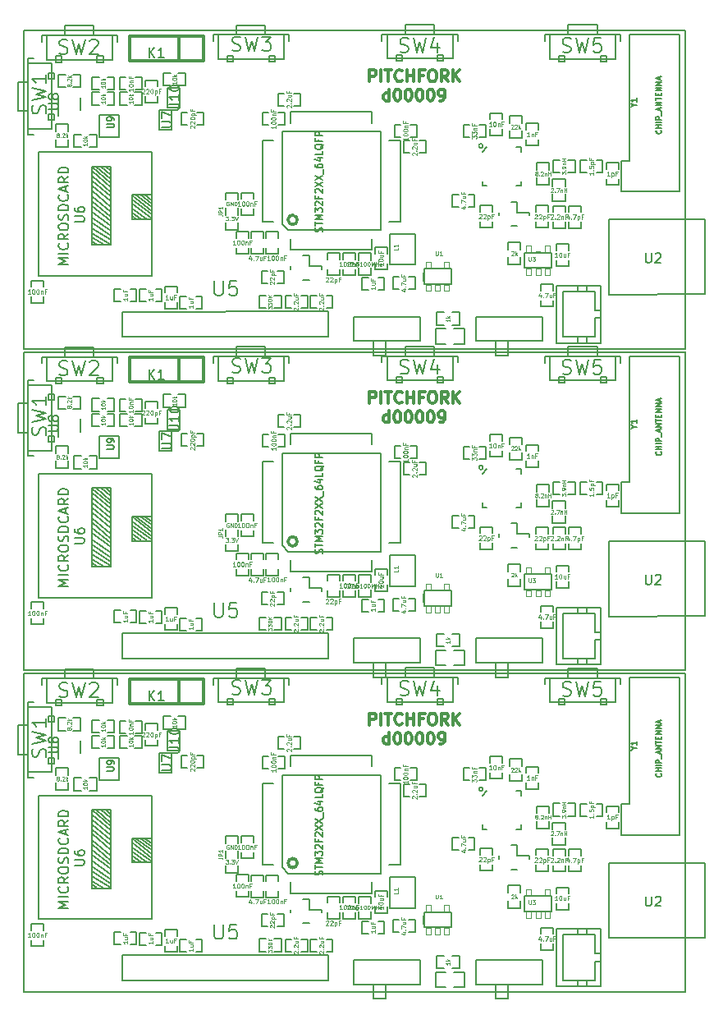
<source format=gbr>
G04 #@! TF.FileFunction,Legend,Top*
%FSLAX46Y46*%
G04 Gerber Fmt 4.6, Leading zero omitted, Abs format (unit mm)*
G04 Created by KiCad (PCBNEW 4.0.2+dfsg1-stable) date Wed 16 Mar 2016 07:28:31 PM CET*
%MOMM*%
G01*
G04 APERTURE LIST*
%ADD10C,0.150000*%
%ADD11C,0.300000*%
%ADD12C,0.177800*%
%ADD13C,0.152400*%
%ADD14C,0.127000*%
%ADD15C,0.203200*%
%ADD16C,0.304800*%
%ADD17C,0.066040*%
%ADD18C,0.139700*%
%ADD19C,0.114300*%
%ADD20C,0.088900*%
%ADD21C,0.101600*%
G04 APERTURE END LIST*
D10*
X166650000Y-162055000D02*
X166650000Y-162155000D01*
X234910000Y-162055000D02*
X166650000Y-162055000D01*
X166650000Y-194880000D02*
X166650000Y-194855000D01*
X234910000Y-194880000D02*
X166650000Y-194880000D01*
X234905000Y-162030000D02*
X234905000Y-194880000D01*
D11*
X202311428Y-167342857D02*
X202311428Y-166142857D01*
X202768571Y-166142857D01*
X202882857Y-166200000D01*
X202940000Y-166257143D01*
X202997143Y-166371429D01*
X202997143Y-166542857D01*
X202940000Y-166657143D01*
X202882857Y-166714286D01*
X202768571Y-166771429D01*
X202311428Y-166771429D01*
X203511428Y-167342857D02*
X203511428Y-166142857D01*
X203911429Y-166142857D02*
X204597143Y-166142857D01*
X204254286Y-167342857D02*
X204254286Y-166142857D01*
X205682858Y-167228571D02*
X205625715Y-167285714D01*
X205454286Y-167342857D01*
X205340000Y-167342857D01*
X205168572Y-167285714D01*
X205054286Y-167171429D01*
X204997143Y-167057143D01*
X204940000Y-166828571D01*
X204940000Y-166657143D01*
X204997143Y-166428571D01*
X205054286Y-166314286D01*
X205168572Y-166200000D01*
X205340000Y-166142857D01*
X205454286Y-166142857D01*
X205625715Y-166200000D01*
X205682858Y-166257143D01*
X206197143Y-167342857D02*
X206197143Y-166142857D01*
X206197143Y-166714286D02*
X206882858Y-166714286D01*
X206882858Y-167342857D02*
X206882858Y-166142857D01*
X207854286Y-166714286D02*
X207454286Y-166714286D01*
X207454286Y-167342857D02*
X207454286Y-166142857D01*
X208025715Y-166142857D01*
X208711429Y-166142857D02*
X208940000Y-166142857D01*
X209054286Y-166200000D01*
X209168572Y-166314286D01*
X209225714Y-166542857D01*
X209225714Y-166942857D01*
X209168572Y-167171429D01*
X209054286Y-167285714D01*
X208940000Y-167342857D01*
X208711429Y-167342857D01*
X208597143Y-167285714D01*
X208482857Y-167171429D01*
X208425714Y-166942857D01*
X208425714Y-166542857D01*
X208482857Y-166314286D01*
X208597143Y-166200000D01*
X208711429Y-166142857D01*
X210425715Y-167342857D02*
X210025715Y-166771429D01*
X209740000Y-167342857D02*
X209740000Y-166142857D01*
X210197143Y-166142857D01*
X210311429Y-166200000D01*
X210368572Y-166257143D01*
X210425715Y-166371429D01*
X210425715Y-166542857D01*
X210368572Y-166657143D01*
X210311429Y-166714286D01*
X210197143Y-166771429D01*
X209740000Y-166771429D01*
X210940000Y-167342857D02*
X210940000Y-166142857D01*
X211625715Y-167342857D02*
X211111429Y-166657143D01*
X211625715Y-166142857D02*
X210940000Y-166828571D01*
X204340001Y-169322857D02*
X204340001Y-168122857D01*
X204340001Y-169265714D02*
X204225715Y-169322857D01*
X203997144Y-169322857D01*
X203882858Y-169265714D01*
X203825715Y-169208571D01*
X203768572Y-169094286D01*
X203768572Y-168751429D01*
X203825715Y-168637143D01*
X203882858Y-168580000D01*
X203997144Y-168522857D01*
X204225715Y-168522857D01*
X204340001Y-168580000D01*
X205140001Y-168122857D02*
X205254286Y-168122857D01*
X205368572Y-168180000D01*
X205425715Y-168237143D01*
X205482858Y-168351429D01*
X205540001Y-168580000D01*
X205540001Y-168865714D01*
X205482858Y-169094286D01*
X205425715Y-169208571D01*
X205368572Y-169265714D01*
X205254286Y-169322857D01*
X205140001Y-169322857D01*
X205025715Y-169265714D01*
X204968572Y-169208571D01*
X204911429Y-169094286D01*
X204854286Y-168865714D01*
X204854286Y-168580000D01*
X204911429Y-168351429D01*
X204968572Y-168237143D01*
X205025715Y-168180000D01*
X205140001Y-168122857D01*
X206282858Y-168122857D02*
X206397143Y-168122857D01*
X206511429Y-168180000D01*
X206568572Y-168237143D01*
X206625715Y-168351429D01*
X206682858Y-168580000D01*
X206682858Y-168865714D01*
X206625715Y-169094286D01*
X206568572Y-169208571D01*
X206511429Y-169265714D01*
X206397143Y-169322857D01*
X206282858Y-169322857D01*
X206168572Y-169265714D01*
X206111429Y-169208571D01*
X206054286Y-169094286D01*
X205997143Y-168865714D01*
X205997143Y-168580000D01*
X206054286Y-168351429D01*
X206111429Y-168237143D01*
X206168572Y-168180000D01*
X206282858Y-168122857D01*
X207425715Y-168122857D02*
X207540000Y-168122857D01*
X207654286Y-168180000D01*
X207711429Y-168237143D01*
X207768572Y-168351429D01*
X207825715Y-168580000D01*
X207825715Y-168865714D01*
X207768572Y-169094286D01*
X207711429Y-169208571D01*
X207654286Y-169265714D01*
X207540000Y-169322857D01*
X207425715Y-169322857D01*
X207311429Y-169265714D01*
X207254286Y-169208571D01*
X207197143Y-169094286D01*
X207140000Y-168865714D01*
X207140000Y-168580000D01*
X207197143Y-168351429D01*
X207254286Y-168237143D01*
X207311429Y-168180000D01*
X207425715Y-168122857D01*
X208568572Y-168122857D02*
X208682857Y-168122857D01*
X208797143Y-168180000D01*
X208854286Y-168237143D01*
X208911429Y-168351429D01*
X208968572Y-168580000D01*
X208968572Y-168865714D01*
X208911429Y-169094286D01*
X208854286Y-169208571D01*
X208797143Y-169265714D01*
X208682857Y-169322857D01*
X208568572Y-169322857D01*
X208454286Y-169265714D01*
X208397143Y-169208571D01*
X208340000Y-169094286D01*
X208282857Y-168865714D01*
X208282857Y-168580000D01*
X208340000Y-168351429D01*
X208397143Y-168237143D01*
X208454286Y-168180000D01*
X208568572Y-168122857D01*
X209540000Y-169322857D02*
X209768572Y-169322857D01*
X209882857Y-169265714D01*
X209940000Y-169208571D01*
X210054286Y-169037143D01*
X210111429Y-168808571D01*
X210111429Y-168351429D01*
X210054286Y-168237143D01*
X209997143Y-168180000D01*
X209882857Y-168122857D01*
X209654286Y-168122857D01*
X209540000Y-168180000D01*
X209482857Y-168237143D01*
X209425714Y-168351429D01*
X209425714Y-168637143D01*
X209482857Y-168751429D01*
X209540000Y-168808571D01*
X209654286Y-168865714D01*
X209882857Y-168865714D01*
X209997143Y-168808571D01*
X210054286Y-168751429D01*
X210111429Y-168637143D01*
D10*
X166650000Y-162080000D02*
X166650000Y-194880000D01*
X166650000Y-128910000D02*
X166650000Y-161710000D01*
D11*
X202311428Y-134172857D02*
X202311428Y-132972857D01*
X202768571Y-132972857D01*
X202882857Y-133030000D01*
X202940000Y-133087143D01*
X202997143Y-133201429D01*
X202997143Y-133372857D01*
X202940000Y-133487143D01*
X202882857Y-133544286D01*
X202768571Y-133601429D01*
X202311428Y-133601429D01*
X203511428Y-134172857D02*
X203511428Y-132972857D01*
X203911429Y-132972857D02*
X204597143Y-132972857D01*
X204254286Y-134172857D02*
X204254286Y-132972857D01*
X205682858Y-134058571D02*
X205625715Y-134115714D01*
X205454286Y-134172857D01*
X205340000Y-134172857D01*
X205168572Y-134115714D01*
X205054286Y-134001429D01*
X204997143Y-133887143D01*
X204940000Y-133658571D01*
X204940000Y-133487143D01*
X204997143Y-133258571D01*
X205054286Y-133144286D01*
X205168572Y-133030000D01*
X205340000Y-132972857D01*
X205454286Y-132972857D01*
X205625715Y-133030000D01*
X205682858Y-133087143D01*
X206197143Y-134172857D02*
X206197143Y-132972857D01*
X206197143Y-133544286D02*
X206882858Y-133544286D01*
X206882858Y-134172857D02*
X206882858Y-132972857D01*
X207854286Y-133544286D02*
X207454286Y-133544286D01*
X207454286Y-134172857D02*
X207454286Y-132972857D01*
X208025715Y-132972857D01*
X208711429Y-132972857D02*
X208940000Y-132972857D01*
X209054286Y-133030000D01*
X209168572Y-133144286D01*
X209225714Y-133372857D01*
X209225714Y-133772857D01*
X209168572Y-134001429D01*
X209054286Y-134115714D01*
X208940000Y-134172857D01*
X208711429Y-134172857D01*
X208597143Y-134115714D01*
X208482857Y-134001429D01*
X208425714Y-133772857D01*
X208425714Y-133372857D01*
X208482857Y-133144286D01*
X208597143Y-133030000D01*
X208711429Y-132972857D01*
X210425715Y-134172857D02*
X210025715Y-133601429D01*
X209740000Y-134172857D02*
X209740000Y-132972857D01*
X210197143Y-132972857D01*
X210311429Y-133030000D01*
X210368572Y-133087143D01*
X210425715Y-133201429D01*
X210425715Y-133372857D01*
X210368572Y-133487143D01*
X210311429Y-133544286D01*
X210197143Y-133601429D01*
X209740000Y-133601429D01*
X210940000Y-134172857D02*
X210940000Y-132972857D01*
X211625715Y-134172857D02*
X211111429Y-133487143D01*
X211625715Y-132972857D02*
X210940000Y-133658571D01*
X204340001Y-136152857D02*
X204340001Y-134952857D01*
X204340001Y-136095714D02*
X204225715Y-136152857D01*
X203997144Y-136152857D01*
X203882858Y-136095714D01*
X203825715Y-136038571D01*
X203768572Y-135924286D01*
X203768572Y-135581429D01*
X203825715Y-135467143D01*
X203882858Y-135410000D01*
X203997144Y-135352857D01*
X204225715Y-135352857D01*
X204340001Y-135410000D01*
X205140001Y-134952857D02*
X205254286Y-134952857D01*
X205368572Y-135010000D01*
X205425715Y-135067143D01*
X205482858Y-135181429D01*
X205540001Y-135410000D01*
X205540001Y-135695714D01*
X205482858Y-135924286D01*
X205425715Y-136038571D01*
X205368572Y-136095714D01*
X205254286Y-136152857D01*
X205140001Y-136152857D01*
X205025715Y-136095714D01*
X204968572Y-136038571D01*
X204911429Y-135924286D01*
X204854286Y-135695714D01*
X204854286Y-135410000D01*
X204911429Y-135181429D01*
X204968572Y-135067143D01*
X205025715Y-135010000D01*
X205140001Y-134952857D01*
X206282858Y-134952857D02*
X206397143Y-134952857D01*
X206511429Y-135010000D01*
X206568572Y-135067143D01*
X206625715Y-135181429D01*
X206682858Y-135410000D01*
X206682858Y-135695714D01*
X206625715Y-135924286D01*
X206568572Y-136038571D01*
X206511429Y-136095714D01*
X206397143Y-136152857D01*
X206282858Y-136152857D01*
X206168572Y-136095714D01*
X206111429Y-136038571D01*
X206054286Y-135924286D01*
X205997143Y-135695714D01*
X205997143Y-135410000D01*
X206054286Y-135181429D01*
X206111429Y-135067143D01*
X206168572Y-135010000D01*
X206282858Y-134952857D01*
X207425715Y-134952857D02*
X207540000Y-134952857D01*
X207654286Y-135010000D01*
X207711429Y-135067143D01*
X207768572Y-135181429D01*
X207825715Y-135410000D01*
X207825715Y-135695714D01*
X207768572Y-135924286D01*
X207711429Y-136038571D01*
X207654286Y-136095714D01*
X207540000Y-136152857D01*
X207425715Y-136152857D01*
X207311429Y-136095714D01*
X207254286Y-136038571D01*
X207197143Y-135924286D01*
X207140000Y-135695714D01*
X207140000Y-135410000D01*
X207197143Y-135181429D01*
X207254286Y-135067143D01*
X207311429Y-135010000D01*
X207425715Y-134952857D01*
X208568572Y-134952857D02*
X208682857Y-134952857D01*
X208797143Y-135010000D01*
X208854286Y-135067143D01*
X208911429Y-135181429D01*
X208968572Y-135410000D01*
X208968572Y-135695714D01*
X208911429Y-135924286D01*
X208854286Y-136038571D01*
X208797143Y-136095714D01*
X208682857Y-136152857D01*
X208568572Y-136152857D01*
X208454286Y-136095714D01*
X208397143Y-136038571D01*
X208340000Y-135924286D01*
X208282857Y-135695714D01*
X208282857Y-135410000D01*
X208340000Y-135181429D01*
X208397143Y-135067143D01*
X208454286Y-135010000D01*
X208568572Y-134952857D01*
X209540000Y-136152857D02*
X209768572Y-136152857D01*
X209882857Y-136095714D01*
X209940000Y-136038571D01*
X210054286Y-135867143D01*
X210111429Y-135638571D01*
X210111429Y-135181429D01*
X210054286Y-135067143D01*
X209997143Y-135010000D01*
X209882857Y-134952857D01*
X209654286Y-134952857D01*
X209540000Y-135010000D01*
X209482857Y-135067143D01*
X209425714Y-135181429D01*
X209425714Y-135467143D01*
X209482857Y-135581429D01*
X209540000Y-135638571D01*
X209654286Y-135695714D01*
X209882857Y-135695714D01*
X209997143Y-135638571D01*
X210054286Y-135581429D01*
X210111429Y-135467143D01*
D10*
X234905000Y-128860000D02*
X234905000Y-161710000D01*
X234910000Y-161710000D02*
X166650000Y-161710000D01*
X166650000Y-161710000D02*
X166650000Y-161685000D01*
X234910000Y-128885000D02*
X166650000Y-128885000D01*
X166650000Y-128885000D02*
X166650000Y-128985000D01*
X166650000Y-95725000D02*
X166650000Y-95825000D01*
X234910000Y-95725000D02*
X166650000Y-95725000D01*
X166650000Y-128550000D02*
X166650000Y-128525000D01*
X234910000Y-128550000D02*
X166650000Y-128550000D01*
X234905000Y-95700000D02*
X234905000Y-128550000D01*
D11*
X202311428Y-101012857D02*
X202311428Y-99812857D01*
X202768571Y-99812857D01*
X202882857Y-99870000D01*
X202940000Y-99927143D01*
X202997143Y-100041429D01*
X202997143Y-100212857D01*
X202940000Y-100327143D01*
X202882857Y-100384286D01*
X202768571Y-100441429D01*
X202311428Y-100441429D01*
X203511428Y-101012857D02*
X203511428Y-99812857D01*
X203911429Y-99812857D02*
X204597143Y-99812857D01*
X204254286Y-101012857D02*
X204254286Y-99812857D01*
X205682858Y-100898571D02*
X205625715Y-100955714D01*
X205454286Y-101012857D01*
X205340000Y-101012857D01*
X205168572Y-100955714D01*
X205054286Y-100841429D01*
X204997143Y-100727143D01*
X204940000Y-100498571D01*
X204940000Y-100327143D01*
X204997143Y-100098571D01*
X205054286Y-99984286D01*
X205168572Y-99870000D01*
X205340000Y-99812857D01*
X205454286Y-99812857D01*
X205625715Y-99870000D01*
X205682858Y-99927143D01*
X206197143Y-101012857D02*
X206197143Y-99812857D01*
X206197143Y-100384286D02*
X206882858Y-100384286D01*
X206882858Y-101012857D02*
X206882858Y-99812857D01*
X207854286Y-100384286D02*
X207454286Y-100384286D01*
X207454286Y-101012857D02*
X207454286Y-99812857D01*
X208025715Y-99812857D01*
X208711429Y-99812857D02*
X208940000Y-99812857D01*
X209054286Y-99870000D01*
X209168572Y-99984286D01*
X209225714Y-100212857D01*
X209225714Y-100612857D01*
X209168572Y-100841429D01*
X209054286Y-100955714D01*
X208940000Y-101012857D01*
X208711429Y-101012857D01*
X208597143Y-100955714D01*
X208482857Y-100841429D01*
X208425714Y-100612857D01*
X208425714Y-100212857D01*
X208482857Y-99984286D01*
X208597143Y-99870000D01*
X208711429Y-99812857D01*
X210425715Y-101012857D02*
X210025715Y-100441429D01*
X209740000Y-101012857D02*
X209740000Y-99812857D01*
X210197143Y-99812857D01*
X210311429Y-99870000D01*
X210368572Y-99927143D01*
X210425715Y-100041429D01*
X210425715Y-100212857D01*
X210368572Y-100327143D01*
X210311429Y-100384286D01*
X210197143Y-100441429D01*
X209740000Y-100441429D01*
X210940000Y-101012857D02*
X210940000Y-99812857D01*
X211625715Y-101012857D02*
X211111429Y-100327143D01*
X211625715Y-99812857D02*
X210940000Y-100498571D01*
X204340001Y-102992857D02*
X204340001Y-101792857D01*
X204340001Y-102935714D02*
X204225715Y-102992857D01*
X203997144Y-102992857D01*
X203882858Y-102935714D01*
X203825715Y-102878571D01*
X203768572Y-102764286D01*
X203768572Y-102421429D01*
X203825715Y-102307143D01*
X203882858Y-102250000D01*
X203997144Y-102192857D01*
X204225715Y-102192857D01*
X204340001Y-102250000D01*
X205140001Y-101792857D02*
X205254286Y-101792857D01*
X205368572Y-101850000D01*
X205425715Y-101907143D01*
X205482858Y-102021429D01*
X205540001Y-102250000D01*
X205540001Y-102535714D01*
X205482858Y-102764286D01*
X205425715Y-102878571D01*
X205368572Y-102935714D01*
X205254286Y-102992857D01*
X205140001Y-102992857D01*
X205025715Y-102935714D01*
X204968572Y-102878571D01*
X204911429Y-102764286D01*
X204854286Y-102535714D01*
X204854286Y-102250000D01*
X204911429Y-102021429D01*
X204968572Y-101907143D01*
X205025715Y-101850000D01*
X205140001Y-101792857D01*
X206282858Y-101792857D02*
X206397143Y-101792857D01*
X206511429Y-101850000D01*
X206568572Y-101907143D01*
X206625715Y-102021429D01*
X206682858Y-102250000D01*
X206682858Y-102535714D01*
X206625715Y-102764286D01*
X206568572Y-102878571D01*
X206511429Y-102935714D01*
X206397143Y-102992857D01*
X206282858Y-102992857D01*
X206168572Y-102935714D01*
X206111429Y-102878571D01*
X206054286Y-102764286D01*
X205997143Y-102535714D01*
X205997143Y-102250000D01*
X206054286Y-102021429D01*
X206111429Y-101907143D01*
X206168572Y-101850000D01*
X206282858Y-101792857D01*
X207425715Y-101792857D02*
X207540000Y-101792857D01*
X207654286Y-101850000D01*
X207711429Y-101907143D01*
X207768572Y-102021429D01*
X207825715Y-102250000D01*
X207825715Y-102535714D01*
X207768572Y-102764286D01*
X207711429Y-102878571D01*
X207654286Y-102935714D01*
X207540000Y-102992857D01*
X207425715Y-102992857D01*
X207311429Y-102935714D01*
X207254286Y-102878571D01*
X207197143Y-102764286D01*
X207140000Y-102535714D01*
X207140000Y-102250000D01*
X207197143Y-102021429D01*
X207254286Y-101907143D01*
X207311429Y-101850000D01*
X207425715Y-101792857D01*
X208568572Y-101792857D02*
X208682857Y-101792857D01*
X208797143Y-101850000D01*
X208854286Y-101907143D01*
X208911429Y-102021429D01*
X208968572Y-102250000D01*
X208968572Y-102535714D01*
X208911429Y-102764286D01*
X208854286Y-102878571D01*
X208797143Y-102935714D01*
X208682857Y-102992857D01*
X208568572Y-102992857D01*
X208454286Y-102935714D01*
X208397143Y-102878571D01*
X208340000Y-102764286D01*
X208282857Y-102535714D01*
X208282857Y-102250000D01*
X208340000Y-102021429D01*
X208397143Y-101907143D01*
X208454286Y-101850000D01*
X208568572Y-101792857D01*
X209540000Y-102992857D02*
X209768572Y-102992857D01*
X209882857Y-102935714D01*
X209940000Y-102878571D01*
X210054286Y-102707143D01*
X210111429Y-102478571D01*
X210111429Y-102021429D01*
X210054286Y-101907143D01*
X209997143Y-101850000D01*
X209882857Y-101792857D01*
X209654286Y-101792857D01*
X209540000Y-101850000D01*
X209482857Y-101907143D01*
X209425714Y-102021429D01*
X209425714Y-102307143D01*
X209482857Y-102421429D01*
X209540000Y-102478571D01*
X209654286Y-102535714D01*
X209882857Y-102535714D01*
X209997143Y-102478571D01*
X210054286Y-102421429D01*
X210111429Y-102307143D01*
D10*
X166650000Y-95750000D02*
X166650000Y-128550000D01*
X204029920Y-194092920D02*
X204029920Y-195592920D01*
X204029920Y-195592920D02*
X202729920Y-195592920D01*
X202729920Y-195592920D02*
X202729920Y-194092920D01*
X200729920Y-191592920D02*
X207529920Y-191592920D01*
X207529920Y-191592920D02*
X207529920Y-194092920D01*
X207529920Y-194092920D02*
X200729920Y-194092920D01*
X200729920Y-194092920D02*
X200729920Y-191592920D01*
X216640080Y-194092920D02*
X216640080Y-195592920D01*
X216640080Y-195592920D02*
X215340080Y-195592920D01*
X215340080Y-195592920D02*
X215340080Y-194092920D01*
X213340080Y-191592920D02*
X220140080Y-191592920D01*
X220140080Y-191592920D02*
X220140080Y-194092920D01*
X220140080Y-194092920D02*
X213340080Y-194092920D01*
X213340080Y-194092920D02*
X213340080Y-191592920D01*
D12*
X214443860Y-174111020D02*
X213946020Y-174608860D01*
X214026926Y-173976400D02*
G75*
G03X214026926Y-173976400I-215526J0D01*
G01*
X214443860Y-178108980D02*
X213946020Y-178108980D01*
X213946020Y-178108980D02*
X213946020Y-177611140D01*
X217446140Y-178108980D02*
X217943980Y-178108980D01*
X217943980Y-178108980D02*
X217943980Y-177611140D01*
X217943980Y-174608860D02*
X217943980Y-174111020D01*
X217943980Y-174111020D02*
X217446140Y-174111020D01*
D13*
X229100000Y-178688160D02*
X234299380Y-178688160D01*
X234299380Y-178688160D02*
X234299380Y-162488040D01*
X234299380Y-162488040D02*
X229100000Y-162488040D01*
X229100000Y-162488040D02*
X229100000Y-175487760D01*
X229100000Y-175487760D02*
X228299900Y-175487760D01*
X228299900Y-175487760D02*
X228299900Y-178688160D01*
X228299900Y-178688160D02*
X229100000Y-178688160D01*
D10*
X172525000Y-170280000D02*
X172525000Y-168980000D01*
X170225000Y-170855000D02*
X170225000Y-168980000D01*
X168140000Y-174620000D02*
X168150000Y-187380000D01*
X179850000Y-174630000D02*
X168150000Y-174630000D01*
X179850000Y-174630000D02*
X179900000Y-187380000D01*
X179900000Y-187380000D02*
X168150000Y-187380000D01*
X173670000Y-183790000D02*
X174180000Y-184160000D01*
X174920000Y-184190000D02*
X173690000Y-183430000D01*
X173650000Y-182940000D02*
X175630000Y-184150000D01*
X175630000Y-183690000D02*
X173680000Y-182430000D01*
X173650000Y-181910000D02*
X175640000Y-183260000D01*
X175630000Y-182750000D02*
X173690000Y-181370000D01*
X173650000Y-180760000D02*
X175620000Y-182190000D01*
X175640000Y-181720000D02*
X173670000Y-180200000D01*
X173640000Y-179640000D02*
X175650000Y-181310000D01*
X175650000Y-180790000D02*
X173690000Y-179180000D01*
X173640000Y-178580000D02*
X175650000Y-180250000D01*
X175620000Y-179690000D02*
X173680000Y-178100000D01*
X173650000Y-177590000D02*
X175630000Y-179180000D01*
X173660000Y-177090000D02*
X175630000Y-178710000D01*
X173640000Y-176580000D02*
X175630000Y-178220000D01*
X173700000Y-176120000D02*
X175640000Y-177790000D01*
X174070000Y-176090000D02*
X175650000Y-177400000D01*
X174570000Y-176090000D02*
X175630000Y-176950000D01*
X175100000Y-176090000D02*
X175650000Y-176560000D01*
X175650000Y-176080000D02*
X175650000Y-184180000D01*
X175650000Y-184180000D02*
X173650000Y-184180000D01*
X173650000Y-184180000D02*
X173650000Y-176080000D01*
X173650000Y-176080000D02*
X175650000Y-176080000D01*
X177850000Y-181230000D02*
X178290000Y-181520000D01*
X177860000Y-180840000D02*
X178790000Y-181520000D01*
X177870000Y-180400000D02*
X179350000Y-181510000D01*
X177850000Y-179960000D02*
X179830000Y-181430000D01*
X177850000Y-179500000D02*
X179840000Y-181040000D01*
X177850000Y-179070000D02*
X179840000Y-180680000D01*
X178190000Y-179030000D02*
X179840000Y-180270000D01*
X178650000Y-179030000D02*
X179850000Y-179910000D01*
X179140000Y-179030000D02*
X179840000Y-179560000D01*
X179850000Y-179030000D02*
X179850000Y-181530000D01*
X179850000Y-181530000D02*
X177850000Y-181530000D01*
X177850000Y-181530000D02*
X177850000Y-179030000D01*
X177850000Y-179030000D02*
X179850000Y-179030000D01*
X227050000Y-189280000D02*
X227050000Y-181580000D01*
X227050000Y-181580000D02*
X236950000Y-181580000D01*
X236950000Y-181580000D02*
X236950000Y-189280000D01*
X236950000Y-189280000D02*
X227050000Y-189330000D01*
X234900000Y-190430000D02*
X234900000Y-180430000D01*
D14*
X212085740Y-192835300D02*
X211059580Y-192835300D01*
X212085740Y-194384700D02*
X212085740Y-192835300D01*
X212085740Y-194384700D02*
X211059580Y-194384700D01*
X209134260Y-192835300D02*
X210135020Y-192835300D01*
X209134260Y-194384700D02*
X210135020Y-194384700D01*
X209134260Y-192835300D02*
X209134260Y-194384700D01*
X204442340Y-186236380D02*
X204442340Y-183041060D01*
X204442340Y-183041060D02*
X207038220Y-183041060D01*
X207038220Y-183041060D02*
X207038220Y-186236380D01*
X207038220Y-186236380D02*
X204442340Y-186236380D01*
D15*
X204442340Y-186236380D02*
X204442340Y-183041060D01*
X207038220Y-186236380D02*
X207038220Y-183041060D01*
D14*
X226139260Y-194288940D02*
X226139260Y-191738780D01*
X226139260Y-191738780D02*
X226139260Y-190941220D01*
X226139260Y-190941220D02*
X226139260Y-188391060D01*
X221640920Y-194288940D02*
X221640920Y-188391060D01*
X221640920Y-188391060D02*
X223840560Y-188391060D01*
X223840560Y-188391060D02*
X224739720Y-188391060D01*
X224739720Y-188391060D02*
X226139260Y-188391060D01*
X221640920Y-194288940D02*
X223840560Y-194288940D01*
X223840560Y-194288940D02*
X224739720Y-194288940D01*
X224739720Y-194288940D02*
X226139260Y-194288940D01*
X222240360Y-193689500D02*
X222240360Y-188990500D01*
X222240360Y-193689500D02*
X223840560Y-193689500D01*
X223840560Y-193689500D02*
X224739720Y-193689500D01*
X224739720Y-193689500D02*
X225539820Y-193689500D01*
X225539820Y-193689500D02*
X225539820Y-191738780D01*
X222240360Y-188990500D02*
X223840560Y-188990500D01*
X223840560Y-188990500D02*
X224739720Y-188990500D01*
X224739720Y-188990500D02*
X225539820Y-188990500D01*
X224739720Y-194288940D02*
X224739720Y-193689500D01*
X223840560Y-194288940D02*
X223840560Y-193689500D01*
X223840560Y-188990500D02*
X223840560Y-188391060D01*
X224739720Y-188990500D02*
X224739720Y-188391060D01*
X225539820Y-190941220D02*
X225539820Y-188990500D01*
X225539820Y-190941220D02*
X226139260Y-190941220D01*
X225539820Y-191738780D02*
X226139260Y-191738780D01*
D13*
X193453000Y-188115000D02*
X192818000Y-188115000D01*
X191167000Y-188115000D02*
X191802000Y-188115000D01*
X191167000Y-186845000D02*
X191167000Y-188115000D01*
X193453000Y-186845000D02*
X193453000Y-188115000D01*
X191167000Y-186845000D02*
X191802000Y-186845000D01*
X193453000Y-186845000D02*
X192818000Y-186845000D01*
X199232800Y-185022260D02*
X199232800Y-185657260D01*
X199232800Y-187308260D02*
X199232800Y-186673260D01*
X197962800Y-187308260D02*
X199232800Y-187308260D01*
X197962800Y-185022260D02*
X199232800Y-185022260D01*
X197962800Y-187308260D02*
X197962800Y-186673260D01*
X197962800Y-185022260D02*
X197962800Y-185657260D01*
X190327560Y-178801800D02*
X190327560Y-179436800D01*
X190327560Y-181087800D02*
X190327560Y-180452800D01*
X189057560Y-181087800D02*
X190327560Y-181087800D01*
X189057560Y-178801800D02*
X190327560Y-178801800D01*
X189057560Y-181087800D02*
X189057560Y-180452800D01*
X189057560Y-178801800D02*
X189057560Y-179436800D01*
X167415000Y-190163000D02*
X167415000Y-189528000D01*
X167415000Y-187877000D02*
X167415000Y-188512000D01*
X168685000Y-187877000D02*
X167415000Y-187877000D01*
X168685000Y-190163000D02*
X167415000Y-190163000D01*
X168685000Y-187877000D02*
X168685000Y-188512000D01*
X168685000Y-190163000D02*
X168685000Y-189528000D01*
X220005000Y-190533000D02*
X220005000Y-189898000D01*
X220005000Y-188247000D02*
X220005000Y-188882000D01*
X221275000Y-188247000D02*
X220005000Y-188247000D01*
X221275000Y-190533000D02*
X220005000Y-190533000D01*
X221275000Y-188247000D02*
X221275000Y-188882000D01*
X221275000Y-190533000D02*
X221275000Y-189898000D01*
X204711580Y-187463200D02*
X205346580Y-187463200D01*
X206997580Y-187463200D02*
X206362580Y-187463200D01*
X206997580Y-188733200D02*
X206997580Y-187463200D01*
X204711580Y-188733200D02*
X204711580Y-187463200D01*
X206997580Y-188733200D02*
X206362580Y-188733200D01*
X204711580Y-188733200D02*
X205346580Y-188733200D01*
X208123000Y-174715000D02*
X207488000Y-174715000D01*
X205837000Y-174715000D02*
X206472000Y-174715000D01*
X205837000Y-173445000D02*
X205837000Y-174715000D01*
X208123000Y-173445000D02*
X208123000Y-174715000D01*
X205837000Y-173445000D02*
X206472000Y-173445000D01*
X208123000Y-173445000D02*
X207488000Y-173445000D01*
X192882000Y-168545000D02*
X193517000Y-168545000D01*
X195168000Y-168545000D02*
X194533000Y-168545000D01*
X195168000Y-169815000D02*
X195168000Y-168545000D01*
X192882000Y-169815000D02*
X192882000Y-168545000D01*
X195168000Y-169815000D02*
X194533000Y-169815000D01*
X192882000Y-169815000D02*
X193517000Y-169815000D01*
X192941220Y-182825160D02*
X192941220Y-183460160D01*
X192941220Y-185111160D02*
X192941220Y-184476160D01*
X191671220Y-185111160D02*
X192941220Y-185111160D01*
X191671220Y-182825160D02*
X192941220Y-182825160D01*
X191671220Y-185111160D02*
X191671220Y-184476160D01*
X191671220Y-182825160D02*
X191671220Y-183460160D01*
X204907000Y-171775000D02*
X205542000Y-171775000D01*
X207193000Y-171775000D02*
X206558000Y-171775000D01*
X207193000Y-173045000D02*
X207193000Y-171775000D01*
X204907000Y-173045000D02*
X204907000Y-171775000D01*
X207193000Y-173045000D02*
X206558000Y-173045000D01*
X204907000Y-173045000D02*
X205542000Y-173045000D01*
X193573680Y-171816800D02*
X192938680Y-171816800D01*
X191287680Y-171816800D02*
X191922680Y-171816800D01*
X191287680Y-170546800D02*
X191287680Y-171816800D01*
X193573680Y-170546800D02*
X193573680Y-171816800D01*
X191287680Y-170546800D02*
X191922680Y-170546800D01*
X193573680Y-170546800D02*
X192938680Y-170546800D01*
X202865000Y-186711360D02*
X202865000Y-186076360D01*
X202865000Y-184425360D02*
X202865000Y-185060360D01*
X204135000Y-184425360D02*
X202865000Y-184425360D01*
X204135000Y-186711360D02*
X202865000Y-186711360D01*
X204135000Y-184425360D02*
X204135000Y-185060360D01*
X204135000Y-186711360D02*
X204135000Y-186076360D01*
X191386740Y-182825160D02*
X191386740Y-183460160D01*
X191386740Y-185111160D02*
X191386740Y-184476160D01*
X190116740Y-185111160D02*
X191386740Y-185111160D01*
X190116740Y-182825160D02*
X191386740Y-182825160D01*
X190116740Y-185111160D02*
X190116740Y-184476160D01*
X190116740Y-182825160D02*
X190116740Y-183460160D01*
X199555380Y-187308260D02*
X199555380Y-186673260D01*
X199555380Y-185022260D02*
X199555380Y-185657260D01*
X200825380Y-185022260D02*
X199555380Y-185022260D01*
X200825380Y-187308260D02*
X199555380Y-187308260D01*
X200825380Y-185022260D02*
X200825380Y-185657260D01*
X200825380Y-187308260D02*
X200825380Y-186673260D01*
X203835280Y-188844960D02*
X203200280Y-188844960D01*
X201549280Y-188844960D02*
X202184280Y-188844960D01*
X201549280Y-187574960D02*
X201549280Y-188844960D01*
X203835280Y-187574960D02*
X203835280Y-188844960D01*
X201549280Y-187574960D02*
X202184280Y-187574960D01*
X203835280Y-187574960D02*
X203200280Y-187574960D01*
X216045000Y-170597000D02*
X216045000Y-171232000D01*
X216045000Y-172883000D02*
X216045000Y-172248000D01*
X214775000Y-172883000D02*
X216045000Y-172883000D01*
X214775000Y-170597000D02*
X216045000Y-170597000D01*
X214775000Y-172883000D02*
X214775000Y-172248000D01*
X214775000Y-170597000D02*
X214775000Y-171232000D01*
X219735000Y-171657000D02*
X219735000Y-172292000D01*
X219735000Y-173943000D02*
X219735000Y-173308000D01*
X218465000Y-173943000D02*
X219735000Y-173943000D01*
X218465000Y-171657000D02*
X219735000Y-171657000D01*
X218465000Y-173943000D02*
X218465000Y-173308000D01*
X218465000Y-171657000D02*
X218465000Y-172292000D01*
X221565000Y-186373000D02*
X221565000Y-185738000D01*
X221565000Y-184087000D02*
X221565000Y-184722000D01*
X222835000Y-184087000D02*
X221565000Y-184087000D01*
X222835000Y-186373000D02*
X221565000Y-186373000D01*
X222835000Y-184087000D02*
X222835000Y-184722000D01*
X222835000Y-186373000D02*
X222835000Y-185738000D01*
X214293000Y-173075000D02*
X213658000Y-173075000D01*
X212007000Y-173075000D02*
X212642000Y-173075000D01*
X212007000Y-171805000D02*
X212007000Y-173075000D01*
X214293000Y-171805000D02*
X214293000Y-173075000D01*
X212007000Y-171805000D02*
X212642000Y-171805000D01*
X214293000Y-171805000D02*
X213658000Y-171805000D01*
X228015000Y-175707000D02*
X228015000Y-176342000D01*
X228015000Y-177993000D02*
X228015000Y-177358000D01*
X226745000Y-177993000D02*
X228015000Y-177993000D01*
X226745000Y-175707000D02*
X228015000Y-175707000D01*
X226745000Y-177993000D02*
X226745000Y-177358000D01*
X226745000Y-175707000D02*
X226745000Y-176342000D01*
X224087000Y-175455000D02*
X224722000Y-175455000D01*
X226373000Y-175455000D02*
X225738000Y-175455000D01*
X226373000Y-176725000D02*
X226373000Y-175455000D01*
X224087000Y-176725000D02*
X224087000Y-175455000D01*
X226373000Y-176725000D02*
X225738000Y-176725000D01*
X224087000Y-176725000D02*
X224722000Y-176725000D01*
X224160080Y-180162640D02*
X224160080Y-180797640D01*
X224160080Y-182448640D02*
X224160080Y-181813640D01*
X222890080Y-182448640D02*
X224160080Y-182448640D01*
X222890080Y-180162640D02*
X224160080Y-180162640D01*
X222890080Y-182448640D02*
X222890080Y-181813640D01*
X222890080Y-180162640D02*
X222890080Y-180797640D01*
X215008380Y-180101300D02*
X215008380Y-180736300D01*
X215008380Y-182387300D02*
X215008380Y-181752300D01*
X213738380Y-182387300D02*
X215008380Y-182387300D01*
X213738380Y-180101300D02*
X215008380Y-180101300D01*
X213738380Y-182387300D02*
X213738380Y-181752300D01*
X213738380Y-180101300D02*
X213738380Y-180736300D01*
X219485000Y-182428000D02*
X219485000Y-181793000D01*
X219485000Y-180142000D02*
X219485000Y-180777000D01*
X220755000Y-180142000D02*
X219485000Y-180142000D01*
X220755000Y-182428000D02*
X219485000Y-182428000D01*
X220755000Y-180142000D02*
X220755000Y-180777000D01*
X220755000Y-182428000D02*
X220755000Y-181793000D01*
X222504000Y-180149940D02*
X222504000Y-180784940D01*
X222504000Y-182435940D02*
X222504000Y-181800940D01*
X221234000Y-182435940D02*
X222504000Y-182435940D01*
X221234000Y-180149940D02*
X222504000Y-180149940D01*
X221234000Y-182435940D02*
X221234000Y-181800940D01*
X221234000Y-180149940D02*
X221234000Y-180784940D01*
X182460000Y-188462000D02*
X182460000Y-189097000D01*
X182460000Y-190748000D02*
X182460000Y-190113000D01*
X181190000Y-190748000D02*
X182460000Y-190748000D01*
X181190000Y-188462000D02*
X182460000Y-188462000D01*
X181190000Y-190748000D02*
X181190000Y-190113000D01*
X181190000Y-188462000D02*
X181190000Y-189097000D01*
X182757000Y-189495000D02*
X183392000Y-189495000D01*
X185043000Y-189495000D02*
X184408000Y-189495000D01*
X185043000Y-190765000D02*
X185043000Y-189495000D01*
X182757000Y-190765000D02*
X182757000Y-189495000D01*
X185043000Y-190765000D02*
X184408000Y-190765000D01*
X182757000Y-190765000D02*
X183392000Y-190765000D01*
X178293000Y-189990000D02*
X177658000Y-189990000D01*
X176007000Y-189990000D02*
X176642000Y-189990000D01*
X176007000Y-188720000D02*
X176007000Y-189990000D01*
X178293000Y-188720000D02*
X178293000Y-189990000D01*
X176007000Y-188720000D02*
X176642000Y-188720000D01*
X178293000Y-188720000D02*
X177658000Y-188720000D01*
X180893000Y-190015000D02*
X180258000Y-190015000D01*
X178607000Y-190015000D02*
X179242000Y-190015000D01*
X178607000Y-188745000D02*
X178607000Y-190015000D01*
X180893000Y-188745000D02*
X180893000Y-190015000D01*
X178607000Y-188745000D02*
X179242000Y-188745000D01*
X180893000Y-188745000D02*
X180258000Y-188745000D01*
X195910480Y-190694080D02*
X195275480Y-190694080D01*
X193624480Y-190694080D02*
X194259480Y-190694080D01*
X193624480Y-189424080D02*
X193624480Y-190694080D01*
X195910480Y-189424080D02*
X195910480Y-190694080D01*
X193624480Y-189424080D02*
X194259480Y-189424080D01*
X195910480Y-189424080D02*
X195275480Y-189424080D01*
X196240680Y-189424080D02*
X196875680Y-189424080D01*
X198526680Y-189424080D02*
X197891680Y-189424080D01*
X198526680Y-190694080D02*
X198526680Y-189424080D01*
X196240680Y-190694080D02*
X196240680Y-189424080D01*
X198526680Y-190694080D02*
X197891680Y-190694080D01*
X196240680Y-190694080D02*
X196875680Y-190694080D01*
X189829720Y-182815000D02*
X189829720Y-183450000D01*
X189829720Y-185101000D02*
X189829720Y-184466000D01*
X188559720Y-185101000D02*
X189829720Y-185101000D01*
X188559720Y-182815000D02*
X189829720Y-182815000D01*
X188559720Y-185101000D02*
X188559720Y-184466000D01*
X188559720Y-182815000D02*
X188559720Y-183450000D01*
D15*
X202566000Y-183549000D02*
X202566000Y-184692000D01*
X202566000Y-184692000D02*
X194184000Y-184692000D01*
X194184000Y-184692000D02*
X194184000Y-183549000D01*
X204344000Y-173389000D02*
X205487000Y-173389000D01*
X205487000Y-173389000D02*
X205487000Y-181771000D01*
X205487000Y-181771000D02*
X204344000Y-181771000D01*
X194184000Y-171611000D02*
X194184000Y-170468000D01*
X194184000Y-170468000D02*
X202566000Y-170468000D01*
X202566000Y-170468000D02*
X202566000Y-171611000D01*
X192406000Y-181771000D02*
X191263000Y-181771000D01*
X191263000Y-181771000D02*
X191263000Y-173389000D01*
X191263000Y-173389000D02*
X192406000Y-173389000D01*
X193930000Y-182660000D02*
X193295000Y-182025000D01*
X203455000Y-182660000D02*
X193930000Y-182660000D01*
X203455000Y-172500000D02*
X203455000Y-182660000D01*
X193295000Y-172500000D02*
X203455000Y-172500000D01*
X193295000Y-172500000D02*
X193295000Y-182025000D01*
X193295000Y-172627000D02*
X193295000Y-172500000D01*
D16*
X194868986Y-181595740D02*
G75*
G03X194868986Y-181595740I-479246J0D01*
G01*
D14*
X187449760Y-181093620D02*
X187449760Y-180341780D01*
X188750240Y-181093620D02*
X188750240Y-180341780D01*
X188750240Y-179544220D02*
X188750240Y-178792380D01*
X188750240Y-178792380D02*
X187449760Y-178792380D01*
X187449760Y-178792380D02*
X187449760Y-179544220D01*
X188750240Y-182617620D02*
X187449760Y-182617620D01*
X188750240Y-182617620D02*
X188750240Y-181865780D01*
X187449760Y-182617620D02*
X187449760Y-181865780D01*
D16*
X182620000Y-162635000D02*
X182620000Y-165175000D01*
X185160000Y-165175000D02*
X177540000Y-165175000D01*
X177540000Y-165175000D02*
X177540000Y-162635000D01*
X177540000Y-162635000D02*
X185160000Y-162635000D01*
X185160000Y-162635000D02*
X185160000Y-165175000D01*
D14*
X201158120Y-186571660D02*
X201158120Y-187323500D01*
X201158120Y-187323500D02*
X202458600Y-187323500D01*
X202458600Y-187323500D02*
X202458600Y-186571660D01*
X201158120Y-185022260D02*
X202458600Y-185022260D01*
X201158120Y-185022260D02*
X201158120Y-185774100D01*
X202458600Y-185022260D02*
X202458600Y-185774100D01*
X222778780Y-176740240D02*
X223530620Y-176740240D01*
X223530620Y-176740240D02*
X223530620Y-175439760D01*
X223530620Y-175439760D02*
X222778780Y-175439760D01*
X221229380Y-176740240D02*
X221229380Y-175439760D01*
X221229380Y-176740240D02*
X221981220Y-176740240D01*
X221229380Y-175439760D02*
X221981220Y-175439760D01*
X219579760Y-177258780D02*
X219579760Y-178010620D01*
X219579760Y-178010620D02*
X220880240Y-178010620D01*
X220880240Y-178010620D02*
X220880240Y-177258780D01*
X219579760Y-175709380D02*
X220880240Y-175709380D01*
X219579760Y-175709380D02*
X219579760Y-176461220D01*
X220880240Y-175709380D02*
X220880240Y-176461220D01*
X222520240Y-178151220D02*
X222520240Y-177399380D01*
X222520240Y-177399380D02*
X221219760Y-177399380D01*
X221219760Y-177399380D02*
X221219760Y-178151220D01*
X222520240Y-179700620D02*
X221219760Y-179700620D01*
X222520240Y-179700620D02*
X222520240Y-178948780D01*
X221219760Y-179700620D02*
X221219760Y-178948780D01*
X210828780Y-192440240D02*
X211580620Y-192440240D01*
X211580620Y-192440240D02*
X211580620Y-191139760D01*
X211580620Y-191139760D02*
X210828780Y-191139760D01*
X209279380Y-192440240D02*
X209279380Y-191139760D01*
X209279380Y-192440240D02*
X210031220Y-192440240D01*
X209279380Y-191139760D02*
X210031220Y-191139760D01*
X217900240Y-184661220D02*
X217900240Y-183909380D01*
X217900240Y-183909380D02*
X216599760Y-183909380D01*
X216599760Y-183909380D02*
X216599760Y-184661220D01*
X217900240Y-186210620D02*
X216599760Y-186210620D01*
X217900240Y-186210620D02*
X217900240Y-185458780D01*
X216599760Y-186210620D02*
X216599760Y-185458780D01*
X218060240Y-171611220D02*
X218060240Y-170859380D01*
X218060240Y-170859380D02*
X216759760Y-170859380D01*
X216759760Y-170859380D02*
X216759760Y-171611220D01*
X218060240Y-173160620D02*
X216759760Y-173160620D01*
X218060240Y-173160620D02*
X218060240Y-172408780D01*
X216759760Y-173160620D02*
X216759760Y-172408780D01*
X191666140Y-189408840D02*
X190914300Y-189408840D01*
X190914300Y-189408840D02*
X190914300Y-190709320D01*
X190914300Y-190709320D02*
X191666140Y-190709320D01*
X193215540Y-189408840D02*
X193215540Y-190709320D01*
X193215540Y-189408840D02*
X192463700Y-189408840D01*
X193215540Y-190709320D02*
X192463700Y-190709320D01*
D10*
X174825000Y-164730000D02*
X174225000Y-164730000D01*
X174825000Y-165330000D02*
X174825000Y-164730000D01*
X174225000Y-165330000D02*
X174825000Y-165330000D01*
X170525000Y-165330000D02*
X169925000Y-165330000D01*
X169925000Y-165330000D02*
X169925000Y-164730000D01*
X169925000Y-164730000D02*
X170525000Y-164730000D01*
X173875000Y-161580000D02*
X173875000Y-162580000D01*
X173875000Y-161580000D02*
X170875000Y-161580000D01*
X170875000Y-161580000D02*
X170875000Y-162580000D01*
X174225000Y-165330000D02*
X174625000Y-165330000D01*
X170525000Y-165330000D02*
X170125000Y-165330000D01*
X170125000Y-164730000D02*
X170525000Y-164730000D01*
X170525000Y-164730000D02*
X170525000Y-165330000D01*
X174225000Y-165330000D02*
X174225000Y-164730000D01*
X169025000Y-162580000D02*
X168475000Y-162580000D01*
X168475000Y-162580000D02*
X168475000Y-163230000D01*
X175735000Y-162580000D02*
X176275000Y-162580000D01*
X176275000Y-162580000D02*
X176275000Y-163230000D01*
X175775000Y-165080000D02*
X169035000Y-165080000D01*
X169035000Y-165080000D02*
X169025000Y-162580000D01*
X169025000Y-162580000D02*
X175775000Y-162580000D01*
X175775000Y-162580000D02*
X175775000Y-165080000D01*
X192530000Y-164680000D02*
X191930000Y-164680000D01*
X192530000Y-165280000D02*
X192530000Y-164680000D01*
X191930000Y-165280000D02*
X192530000Y-165280000D01*
X188230000Y-165280000D02*
X187630000Y-165280000D01*
X187630000Y-165280000D02*
X187630000Y-164680000D01*
X187630000Y-164680000D02*
X188230000Y-164680000D01*
X191580000Y-161530000D02*
X191580000Y-162530000D01*
X191580000Y-161530000D02*
X188580000Y-161530000D01*
X188580000Y-161530000D02*
X188580000Y-162530000D01*
X191930000Y-165280000D02*
X192330000Y-165280000D01*
X188230000Y-165280000D02*
X187830000Y-165280000D01*
X187830000Y-164680000D02*
X188230000Y-164680000D01*
X188230000Y-164680000D02*
X188230000Y-165280000D01*
X191930000Y-165280000D02*
X191930000Y-164680000D01*
X186730000Y-162530000D02*
X186180000Y-162530000D01*
X186180000Y-162530000D02*
X186180000Y-163180000D01*
X193440000Y-162530000D02*
X193980000Y-162530000D01*
X193980000Y-162530000D02*
X193980000Y-163180000D01*
X193480000Y-165030000D02*
X186740000Y-165030000D01*
X186740000Y-165030000D02*
X186730000Y-162530000D01*
X186730000Y-162530000D02*
X193480000Y-162530000D01*
X193480000Y-162530000D02*
X193480000Y-165030000D01*
X209950000Y-164630000D02*
X209350000Y-164630000D01*
X209950000Y-165230000D02*
X209950000Y-164630000D01*
X209350000Y-165230000D02*
X209950000Y-165230000D01*
X205650000Y-165230000D02*
X205050000Y-165230000D01*
X205050000Y-165230000D02*
X205050000Y-164630000D01*
X205050000Y-164630000D02*
X205650000Y-164630000D01*
X209000000Y-161480000D02*
X209000000Y-162480000D01*
X209000000Y-161480000D02*
X206000000Y-161480000D01*
X206000000Y-161480000D02*
X206000000Y-162480000D01*
X209350000Y-165230000D02*
X209750000Y-165230000D01*
X205650000Y-165230000D02*
X205250000Y-165230000D01*
X205250000Y-164630000D02*
X205650000Y-164630000D01*
X205650000Y-164630000D02*
X205650000Y-165230000D01*
X209350000Y-165230000D02*
X209350000Y-164630000D01*
X204150000Y-162480000D02*
X203600000Y-162480000D01*
X203600000Y-162480000D02*
X203600000Y-163130000D01*
X210860000Y-162480000D02*
X211400000Y-162480000D01*
X211400000Y-162480000D02*
X211400000Y-163130000D01*
X210900000Y-164980000D02*
X204160000Y-164980000D01*
X204160000Y-164980000D02*
X204150000Y-162480000D01*
X204150000Y-162480000D02*
X210900000Y-162480000D01*
X210900000Y-162480000D02*
X210900000Y-164980000D01*
X226750000Y-164660000D02*
X226150000Y-164660000D01*
X226750000Y-165260000D02*
X226750000Y-164660000D01*
X226150000Y-165260000D02*
X226750000Y-165260000D01*
X222450000Y-165260000D02*
X221850000Y-165260000D01*
X221850000Y-165260000D02*
X221850000Y-164660000D01*
X221850000Y-164660000D02*
X222450000Y-164660000D01*
X225800000Y-161510000D02*
X225800000Y-162510000D01*
X225800000Y-161510000D02*
X222800000Y-161510000D01*
X222800000Y-161510000D02*
X222800000Y-162510000D01*
X226150000Y-165260000D02*
X226550000Y-165260000D01*
X222450000Y-165260000D02*
X222050000Y-165260000D01*
X222050000Y-164660000D02*
X222450000Y-164660000D01*
X222450000Y-164660000D02*
X222450000Y-165260000D01*
X226150000Y-165260000D02*
X226150000Y-164660000D01*
X220950000Y-162510000D02*
X220400000Y-162510000D01*
X220400000Y-162510000D02*
X220400000Y-163160000D01*
X227660000Y-162510000D02*
X228200000Y-162510000D01*
X228200000Y-162510000D02*
X228200000Y-163160000D01*
X227700000Y-165010000D02*
X220960000Y-165010000D01*
X220960000Y-165010000D02*
X220950000Y-162510000D01*
X220950000Y-162510000D02*
X227700000Y-162510000D01*
X227700000Y-162510000D02*
X227700000Y-165010000D01*
D17*
X208137760Y-188935800D02*
X208638140Y-188935800D01*
X208638140Y-188935800D02*
X208638140Y-188285560D01*
X208137760Y-188285560D02*
X208638140Y-188285560D01*
X208137760Y-188935800D02*
X208137760Y-188285560D01*
X209087720Y-188935800D02*
X209585560Y-188935800D01*
X209585560Y-188935800D02*
X209585560Y-188285560D01*
X209087720Y-188285560D02*
X209585560Y-188285560D01*
X209087720Y-188935800D02*
X209087720Y-188285560D01*
X210035140Y-188935800D02*
X210535520Y-188935800D01*
X210535520Y-188935800D02*
X210535520Y-188285560D01*
X210035140Y-188285560D02*
X210535520Y-188285560D01*
X210035140Y-188935800D02*
X210035140Y-188285560D01*
X210035140Y-186588840D02*
X210535520Y-186588840D01*
X210535520Y-186588840D02*
X210535520Y-185938600D01*
X210035140Y-185938600D02*
X210535520Y-185938600D01*
X210035140Y-186588840D02*
X210035140Y-185938600D01*
X208137760Y-186588840D02*
X208638140Y-186588840D01*
X208638140Y-186588840D02*
X208638140Y-185938600D01*
X208137760Y-185938600D02*
X208638140Y-185938600D01*
X208137760Y-186588840D02*
X208137760Y-185938600D01*
D15*
X210759040Y-187007940D02*
X210759040Y-187866460D01*
D13*
X210736180Y-188234760D02*
X207937100Y-188234760D01*
D15*
X207914240Y-187866460D02*
X207914240Y-187007940D01*
D13*
X207937100Y-186639640D02*
X210736180Y-186639640D01*
D15*
X209069940Y-186626940D02*
X209603340Y-186626940D01*
D13*
X210736180Y-186639640D02*
X210736180Y-188234760D01*
X207937100Y-186639640D02*
X207937100Y-188234760D01*
D17*
X218511120Y-187268600D02*
X219011500Y-187268600D01*
X219011500Y-187268600D02*
X219011500Y-186618360D01*
X218511120Y-186618360D02*
X219011500Y-186618360D01*
X218511120Y-187268600D02*
X218511120Y-186618360D01*
X219461080Y-187268600D02*
X219958920Y-187268600D01*
X219958920Y-187268600D02*
X219958920Y-186618360D01*
X219461080Y-186618360D02*
X219958920Y-186618360D01*
X219461080Y-187268600D02*
X219461080Y-186618360D01*
X220408500Y-187268600D02*
X220908880Y-187268600D01*
X220908880Y-187268600D02*
X220908880Y-186618360D01*
X220408500Y-186618360D02*
X220908880Y-186618360D01*
X220408500Y-187268600D02*
X220408500Y-186618360D01*
X220408500Y-184921640D02*
X220908880Y-184921640D01*
X220908880Y-184921640D02*
X220908880Y-184271400D01*
X220408500Y-184271400D02*
X220908880Y-184271400D01*
X220408500Y-184921640D02*
X220408500Y-184271400D01*
X218511120Y-184921640D02*
X219011500Y-184921640D01*
X219011500Y-184921640D02*
X219011500Y-184271400D01*
X218511120Y-184271400D02*
X219011500Y-184271400D01*
X218511120Y-184921640D02*
X218511120Y-184271400D01*
D15*
X221132400Y-185340740D02*
X221132400Y-186199260D01*
D13*
X221109540Y-186567560D02*
X218310460Y-186567560D01*
D15*
X218287600Y-186199260D02*
X218287600Y-185340740D01*
D13*
X218310460Y-184972440D02*
X221109540Y-184972440D01*
D15*
X219443300Y-184959740D02*
X219976700Y-184959740D01*
D13*
X221109540Y-184972440D02*
X221109540Y-186567560D01*
X218310460Y-184972440D02*
X218310460Y-186567560D01*
D10*
X198075000Y-191030000D02*
X198075000Y-193680000D01*
X198075000Y-193680000D02*
X176775000Y-193680000D01*
X176775000Y-193680000D02*
X176775000Y-191080000D01*
X176825000Y-191080000D02*
X198025000Y-191030000D01*
D12*
X197376060Y-186406560D02*
X196075580Y-186406560D01*
X196075580Y-186406560D02*
X196075580Y-185306740D01*
X197376060Y-186706280D02*
X197376060Y-186406560D01*
X194175660Y-186706280D02*
X194175660Y-186406560D01*
X196075580Y-185306740D02*
X195476140Y-185306740D01*
X196075580Y-187806100D02*
X195476140Y-187806100D01*
X218845200Y-180835140D02*
X217544720Y-180835140D01*
X217544720Y-180835140D02*
X217544720Y-179735320D01*
X218845200Y-181134860D02*
X218845200Y-180835140D01*
X215644800Y-181134860D02*
X215644800Y-180835140D01*
X217544720Y-179735320D02*
X216945280Y-179735320D01*
X217544720Y-182234680D02*
X216945280Y-182234680D01*
D10*
X169200000Y-166430000D02*
X169200000Y-167030000D01*
X169800000Y-166430000D02*
X169200000Y-166430000D01*
X169800000Y-167030000D02*
X169800000Y-166430000D01*
X169800000Y-170730000D02*
X169800000Y-171330000D01*
X169800000Y-171330000D02*
X169200000Y-171330000D01*
X169200000Y-171330000D02*
X169200000Y-170730000D01*
X166050000Y-167380000D02*
X167050000Y-167380000D01*
X166050000Y-167380000D02*
X166050000Y-170380000D01*
X166050000Y-170380000D02*
X167050000Y-170380000D01*
X169800000Y-167030000D02*
X169800000Y-166630000D01*
X169800000Y-170730000D02*
X169800000Y-171130000D01*
X169200000Y-171130000D02*
X169200000Y-170730000D01*
X169200000Y-170730000D02*
X169800000Y-170730000D01*
X169800000Y-167030000D02*
X169200000Y-167030000D01*
X167050000Y-172230000D02*
X167050000Y-172780000D01*
X167050000Y-172780000D02*
X167700000Y-172780000D01*
X167050000Y-165520000D02*
X167050000Y-164980000D01*
X167050000Y-164980000D02*
X167700000Y-164980000D01*
X169550000Y-165480000D02*
X169550000Y-172220000D01*
X169550000Y-172220000D02*
X167050000Y-172230000D01*
X167050000Y-172230000D02*
X167050000Y-165480000D01*
X167050000Y-165480000D02*
X169550000Y-165480000D01*
D13*
X178843000Y-168190000D02*
X178208000Y-168190000D01*
X176557000Y-168190000D02*
X177192000Y-168190000D01*
X176557000Y-166920000D02*
X176557000Y-168190000D01*
X178843000Y-166920000D02*
X178843000Y-168190000D01*
X176557000Y-166920000D02*
X177192000Y-166920000D01*
X178843000Y-166920000D02*
X178208000Y-166920000D01*
X185193000Y-171790000D02*
X184558000Y-171790000D01*
X182907000Y-171790000D02*
X183542000Y-171790000D01*
X182907000Y-170520000D02*
X182907000Y-171790000D01*
X185193000Y-170520000D02*
X185193000Y-171790000D01*
X182907000Y-170520000D02*
X183542000Y-170520000D01*
X185193000Y-170520000D02*
X184558000Y-170520000D01*
X180460000Y-167212000D02*
X180460000Y-167847000D01*
X180460000Y-169498000D02*
X180460000Y-168863000D01*
X179190000Y-169498000D02*
X180460000Y-169498000D01*
X179190000Y-167212000D02*
X180460000Y-167212000D01*
X179190000Y-169498000D02*
X179190000Y-168863000D01*
X179190000Y-167212000D02*
X179190000Y-167847000D01*
D14*
X175248780Y-168155240D02*
X176000620Y-168155240D01*
X176000620Y-168155240D02*
X176000620Y-166854760D01*
X176000620Y-166854760D02*
X175248780Y-166854760D01*
X173699380Y-168155240D02*
X173699380Y-166854760D01*
X173699380Y-168155240D02*
X174451220Y-168155240D01*
X173699380Y-166854760D02*
X174451220Y-166854760D01*
X177301220Y-168454760D02*
X176549380Y-168454760D01*
X176549380Y-168454760D02*
X176549380Y-169755240D01*
X176549380Y-169755240D02*
X177301220Y-169755240D01*
X178850620Y-168454760D02*
X178850620Y-169755240D01*
X178850620Y-168454760D02*
X178098780Y-168454760D01*
X178850620Y-169755240D02*
X178098780Y-169755240D01*
X172601220Y-172804760D02*
X171849380Y-172804760D01*
X171849380Y-172804760D02*
X171849380Y-174105240D01*
X171849380Y-174105240D02*
X172601220Y-174105240D01*
X174150620Y-172804760D02*
X174150620Y-174105240D01*
X174150620Y-172804760D02*
X173398780Y-172804760D01*
X174150620Y-174105240D02*
X173398780Y-174105240D01*
X171260240Y-172511220D02*
X171260240Y-171759380D01*
X171260240Y-171759380D02*
X169959760Y-171759380D01*
X169959760Y-171759380D02*
X169959760Y-172511220D01*
X171260240Y-174060620D02*
X169959760Y-174060620D01*
X171260240Y-174060620D02*
X171260240Y-173308780D01*
X169959760Y-174060620D02*
X169959760Y-173308780D01*
X170951220Y-166629760D02*
X170199380Y-166629760D01*
X170199380Y-166629760D02*
X170199380Y-167930240D01*
X170199380Y-167930240D02*
X170951220Y-167930240D01*
X172500620Y-166629760D02*
X172500620Y-167930240D01*
X172500620Y-166629760D02*
X171748780Y-166629760D01*
X172500620Y-167930240D02*
X171748780Y-167930240D01*
X174451220Y-168454760D02*
X173699380Y-168454760D01*
X173699380Y-168454760D02*
X173699380Y-169755240D01*
X173699380Y-169755240D02*
X174451220Y-169755240D01*
X176000620Y-168454760D02*
X176000620Y-169755240D01*
X176000620Y-168454760D02*
X175248780Y-168454760D01*
X176000620Y-169755240D02*
X175248780Y-169755240D01*
X182598780Y-167755240D02*
X183350620Y-167755240D01*
X183350620Y-167755240D02*
X183350620Y-166454760D01*
X183350620Y-166454760D02*
X182598780Y-166454760D01*
X181049380Y-167755240D02*
X181049380Y-166454760D01*
X181049380Y-167755240D02*
X181801220Y-167755240D01*
X181049380Y-166454760D02*
X181801220Y-166454760D01*
D10*
X181935000Y-172296000D02*
X181935000Y-170264000D01*
X181935000Y-170264000D02*
X180665000Y-170264000D01*
X180665000Y-170264000D02*
X180665000Y-172296000D01*
X180665000Y-172296000D02*
X181935000Y-172296000D01*
X174475000Y-173055000D02*
X174475000Y-170755000D01*
X174475000Y-170755000D02*
X176475000Y-170755000D01*
X176475000Y-170755000D02*
X176475000Y-173055000D01*
X176475000Y-173055000D02*
X174475000Y-173055000D01*
X182760000Y-170021000D02*
X182760000Y-167989000D01*
X182760000Y-167989000D02*
X181490000Y-167989000D01*
X181490000Y-167989000D02*
X181490000Y-170021000D01*
X181490000Y-170021000D02*
X182760000Y-170021000D01*
D13*
X210883500Y-178966300D02*
X211518500Y-178966300D01*
X213169500Y-178966300D02*
X212534500Y-178966300D01*
X213169500Y-180236300D02*
X213169500Y-178966300D01*
X210883500Y-180236300D02*
X210883500Y-178966300D01*
X213169500Y-180236300D02*
X212534500Y-180236300D01*
X210883500Y-180236300D02*
X211518500Y-180236300D01*
X210883500Y-145796300D02*
X211518500Y-145796300D01*
X213169500Y-145796300D02*
X212534500Y-145796300D01*
X213169500Y-147066300D02*
X213169500Y-145796300D01*
X210883500Y-147066300D02*
X210883500Y-145796300D01*
X213169500Y-147066300D02*
X212534500Y-147066300D01*
X210883500Y-147066300D02*
X211518500Y-147066300D01*
D10*
X182760000Y-136851000D02*
X182760000Y-134819000D01*
X182760000Y-134819000D02*
X181490000Y-134819000D01*
X181490000Y-134819000D02*
X181490000Y-136851000D01*
X181490000Y-136851000D02*
X182760000Y-136851000D01*
X174475000Y-139885000D02*
X174475000Y-137585000D01*
X174475000Y-137585000D02*
X176475000Y-137585000D01*
X176475000Y-137585000D02*
X176475000Y-139885000D01*
X176475000Y-139885000D02*
X174475000Y-139885000D01*
X181935000Y-139126000D02*
X181935000Y-137094000D01*
X181935000Y-137094000D02*
X180665000Y-137094000D01*
X180665000Y-137094000D02*
X180665000Y-139126000D01*
X180665000Y-139126000D02*
X181935000Y-139126000D01*
D14*
X182598780Y-134585240D02*
X183350620Y-134585240D01*
X183350620Y-134585240D02*
X183350620Y-133284760D01*
X183350620Y-133284760D02*
X182598780Y-133284760D01*
X181049380Y-134585240D02*
X181049380Y-133284760D01*
X181049380Y-134585240D02*
X181801220Y-134585240D01*
X181049380Y-133284760D02*
X181801220Y-133284760D01*
X174451220Y-135284760D02*
X173699380Y-135284760D01*
X173699380Y-135284760D02*
X173699380Y-136585240D01*
X173699380Y-136585240D02*
X174451220Y-136585240D01*
X176000620Y-135284760D02*
X176000620Y-136585240D01*
X176000620Y-135284760D02*
X175248780Y-135284760D01*
X176000620Y-136585240D02*
X175248780Y-136585240D01*
X170951220Y-133459760D02*
X170199380Y-133459760D01*
X170199380Y-133459760D02*
X170199380Y-134760240D01*
X170199380Y-134760240D02*
X170951220Y-134760240D01*
X172500620Y-133459760D02*
X172500620Y-134760240D01*
X172500620Y-133459760D02*
X171748780Y-133459760D01*
X172500620Y-134760240D02*
X171748780Y-134760240D01*
X171260240Y-139341220D02*
X171260240Y-138589380D01*
X171260240Y-138589380D02*
X169959760Y-138589380D01*
X169959760Y-138589380D02*
X169959760Y-139341220D01*
X171260240Y-140890620D02*
X169959760Y-140890620D01*
X171260240Y-140890620D02*
X171260240Y-140138780D01*
X169959760Y-140890620D02*
X169959760Y-140138780D01*
X172601220Y-139634760D02*
X171849380Y-139634760D01*
X171849380Y-139634760D02*
X171849380Y-140935240D01*
X171849380Y-140935240D02*
X172601220Y-140935240D01*
X174150620Y-139634760D02*
X174150620Y-140935240D01*
X174150620Y-139634760D02*
X173398780Y-139634760D01*
X174150620Y-140935240D02*
X173398780Y-140935240D01*
X177301220Y-135284760D02*
X176549380Y-135284760D01*
X176549380Y-135284760D02*
X176549380Y-136585240D01*
X176549380Y-136585240D02*
X177301220Y-136585240D01*
X178850620Y-135284760D02*
X178850620Y-136585240D01*
X178850620Y-135284760D02*
X178098780Y-135284760D01*
X178850620Y-136585240D02*
X178098780Y-136585240D01*
X175248780Y-134985240D02*
X176000620Y-134985240D01*
X176000620Y-134985240D02*
X176000620Y-133684760D01*
X176000620Y-133684760D02*
X175248780Y-133684760D01*
X173699380Y-134985240D02*
X173699380Y-133684760D01*
X173699380Y-134985240D02*
X174451220Y-134985240D01*
X173699380Y-133684760D02*
X174451220Y-133684760D01*
D13*
X180460000Y-134042000D02*
X180460000Y-134677000D01*
X180460000Y-136328000D02*
X180460000Y-135693000D01*
X179190000Y-136328000D02*
X180460000Y-136328000D01*
X179190000Y-134042000D02*
X180460000Y-134042000D01*
X179190000Y-136328000D02*
X179190000Y-135693000D01*
X179190000Y-134042000D02*
X179190000Y-134677000D01*
X185193000Y-138620000D02*
X184558000Y-138620000D01*
X182907000Y-138620000D02*
X183542000Y-138620000D01*
X182907000Y-137350000D02*
X182907000Y-138620000D01*
X185193000Y-137350000D02*
X185193000Y-138620000D01*
X182907000Y-137350000D02*
X183542000Y-137350000D01*
X185193000Y-137350000D02*
X184558000Y-137350000D01*
X178843000Y-135020000D02*
X178208000Y-135020000D01*
X176557000Y-135020000D02*
X177192000Y-135020000D01*
X176557000Y-133750000D02*
X176557000Y-135020000D01*
X178843000Y-133750000D02*
X178843000Y-135020000D01*
X176557000Y-133750000D02*
X177192000Y-133750000D01*
X178843000Y-133750000D02*
X178208000Y-133750000D01*
D10*
X169200000Y-133260000D02*
X169200000Y-133860000D01*
X169800000Y-133260000D02*
X169200000Y-133260000D01*
X169800000Y-133860000D02*
X169800000Y-133260000D01*
X169800000Y-137560000D02*
X169800000Y-138160000D01*
X169800000Y-138160000D02*
X169200000Y-138160000D01*
X169200000Y-138160000D02*
X169200000Y-137560000D01*
X166050000Y-134210000D02*
X167050000Y-134210000D01*
X166050000Y-134210000D02*
X166050000Y-137210000D01*
X166050000Y-137210000D02*
X167050000Y-137210000D01*
X169800000Y-133860000D02*
X169800000Y-133460000D01*
X169800000Y-137560000D02*
X169800000Y-137960000D01*
X169200000Y-137960000D02*
X169200000Y-137560000D01*
X169200000Y-137560000D02*
X169800000Y-137560000D01*
X169800000Y-133860000D02*
X169200000Y-133860000D01*
X167050000Y-139060000D02*
X167050000Y-139610000D01*
X167050000Y-139610000D02*
X167700000Y-139610000D01*
X167050000Y-132350000D02*
X167050000Y-131810000D01*
X167050000Y-131810000D02*
X167700000Y-131810000D01*
X169550000Y-132310000D02*
X169550000Y-139050000D01*
X169550000Y-139050000D02*
X167050000Y-139060000D01*
X167050000Y-139060000D02*
X167050000Y-132310000D01*
X167050000Y-132310000D02*
X169550000Y-132310000D01*
D12*
X218845200Y-147665140D02*
X217544720Y-147665140D01*
X217544720Y-147665140D02*
X217544720Y-146565320D01*
X218845200Y-147964860D02*
X218845200Y-147665140D01*
X215644800Y-147964860D02*
X215644800Y-147665140D01*
X217544720Y-146565320D02*
X216945280Y-146565320D01*
X217544720Y-149064680D02*
X216945280Y-149064680D01*
X197376060Y-153236560D02*
X196075580Y-153236560D01*
X196075580Y-153236560D02*
X196075580Y-152136740D01*
X197376060Y-153536280D02*
X197376060Y-153236560D01*
X194175660Y-153536280D02*
X194175660Y-153236560D01*
X196075580Y-152136740D02*
X195476140Y-152136740D01*
X196075580Y-154636100D02*
X195476140Y-154636100D01*
D10*
X198075000Y-157860000D02*
X198075000Y-160510000D01*
X198075000Y-160510000D02*
X176775000Y-160510000D01*
X176775000Y-160510000D02*
X176775000Y-157910000D01*
X176825000Y-157910000D02*
X198025000Y-157860000D01*
D17*
X218511120Y-154098600D02*
X219011500Y-154098600D01*
X219011500Y-154098600D02*
X219011500Y-153448360D01*
X218511120Y-153448360D02*
X219011500Y-153448360D01*
X218511120Y-154098600D02*
X218511120Y-153448360D01*
X219461080Y-154098600D02*
X219958920Y-154098600D01*
X219958920Y-154098600D02*
X219958920Y-153448360D01*
X219461080Y-153448360D02*
X219958920Y-153448360D01*
X219461080Y-154098600D02*
X219461080Y-153448360D01*
X220408500Y-154098600D02*
X220908880Y-154098600D01*
X220908880Y-154098600D02*
X220908880Y-153448360D01*
X220408500Y-153448360D02*
X220908880Y-153448360D01*
X220408500Y-154098600D02*
X220408500Y-153448360D01*
X220408500Y-151751640D02*
X220908880Y-151751640D01*
X220908880Y-151751640D02*
X220908880Y-151101400D01*
X220408500Y-151101400D02*
X220908880Y-151101400D01*
X220408500Y-151751640D02*
X220408500Y-151101400D01*
X218511120Y-151751640D02*
X219011500Y-151751640D01*
X219011500Y-151751640D02*
X219011500Y-151101400D01*
X218511120Y-151101400D02*
X219011500Y-151101400D01*
X218511120Y-151751640D02*
X218511120Y-151101400D01*
D15*
X221132400Y-152170740D02*
X221132400Y-153029260D01*
D13*
X221109540Y-153397560D02*
X218310460Y-153397560D01*
D15*
X218287600Y-153029260D02*
X218287600Y-152170740D01*
D13*
X218310460Y-151802440D02*
X221109540Y-151802440D01*
D15*
X219443300Y-151789740D02*
X219976700Y-151789740D01*
D13*
X221109540Y-151802440D02*
X221109540Y-153397560D01*
X218310460Y-151802440D02*
X218310460Y-153397560D01*
D17*
X208137760Y-155765800D02*
X208638140Y-155765800D01*
X208638140Y-155765800D02*
X208638140Y-155115560D01*
X208137760Y-155115560D02*
X208638140Y-155115560D01*
X208137760Y-155765800D02*
X208137760Y-155115560D01*
X209087720Y-155765800D02*
X209585560Y-155765800D01*
X209585560Y-155765800D02*
X209585560Y-155115560D01*
X209087720Y-155115560D02*
X209585560Y-155115560D01*
X209087720Y-155765800D02*
X209087720Y-155115560D01*
X210035140Y-155765800D02*
X210535520Y-155765800D01*
X210535520Y-155765800D02*
X210535520Y-155115560D01*
X210035140Y-155115560D02*
X210535520Y-155115560D01*
X210035140Y-155765800D02*
X210035140Y-155115560D01*
X210035140Y-153418840D02*
X210535520Y-153418840D01*
X210535520Y-153418840D02*
X210535520Y-152768600D01*
X210035140Y-152768600D02*
X210535520Y-152768600D01*
X210035140Y-153418840D02*
X210035140Y-152768600D01*
X208137760Y-153418840D02*
X208638140Y-153418840D01*
X208638140Y-153418840D02*
X208638140Y-152768600D01*
X208137760Y-152768600D02*
X208638140Y-152768600D01*
X208137760Y-153418840D02*
X208137760Y-152768600D01*
D15*
X210759040Y-153837940D02*
X210759040Y-154696460D01*
D13*
X210736180Y-155064760D02*
X207937100Y-155064760D01*
D15*
X207914240Y-154696460D02*
X207914240Y-153837940D01*
D13*
X207937100Y-153469640D02*
X210736180Y-153469640D01*
D15*
X209069940Y-153456940D02*
X209603340Y-153456940D01*
D13*
X210736180Y-153469640D02*
X210736180Y-155064760D01*
X207937100Y-153469640D02*
X207937100Y-155064760D01*
D10*
X226750000Y-131490000D02*
X226150000Y-131490000D01*
X226750000Y-132090000D02*
X226750000Y-131490000D01*
X226150000Y-132090000D02*
X226750000Y-132090000D01*
X222450000Y-132090000D02*
X221850000Y-132090000D01*
X221850000Y-132090000D02*
X221850000Y-131490000D01*
X221850000Y-131490000D02*
X222450000Y-131490000D01*
X225800000Y-128340000D02*
X225800000Y-129340000D01*
X225800000Y-128340000D02*
X222800000Y-128340000D01*
X222800000Y-128340000D02*
X222800000Y-129340000D01*
X226150000Y-132090000D02*
X226550000Y-132090000D01*
X222450000Y-132090000D02*
X222050000Y-132090000D01*
X222050000Y-131490000D02*
X222450000Y-131490000D01*
X222450000Y-131490000D02*
X222450000Y-132090000D01*
X226150000Y-132090000D02*
X226150000Y-131490000D01*
X220950000Y-129340000D02*
X220400000Y-129340000D01*
X220400000Y-129340000D02*
X220400000Y-129990000D01*
X227660000Y-129340000D02*
X228200000Y-129340000D01*
X228200000Y-129340000D02*
X228200000Y-129990000D01*
X227700000Y-131840000D02*
X220960000Y-131840000D01*
X220960000Y-131840000D02*
X220950000Y-129340000D01*
X220950000Y-129340000D02*
X227700000Y-129340000D01*
X227700000Y-129340000D02*
X227700000Y-131840000D01*
X209950000Y-131460000D02*
X209350000Y-131460000D01*
X209950000Y-132060000D02*
X209950000Y-131460000D01*
X209350000Y-132060000D02*
X209950000Y-132060000D01*
X205650000Y-132060000D02*
X205050000Y-132060000D01*
X205050000Y-132060000D02*
X205050000Y-131460000D01*
X205050000Y-131460000D02*
X205650000Y-131460000D01*
X209000000Y-128310000D02*
X209000000Y-129310000D01*
X209000000Y-128310000D02*
X206000000Y-128310000D01*
X206000000Y-128310000D02*
X206000000Y-129310000D01*
X209350000Y-132060000D02*
X209750000Y-132060000D01*
X205650000Y-132060000D02*
X205250000Y-132060000D01*
X205250000Y-131460000D02*
X205650000Y-131460000D01*
X205650000Y-131460000D02*
X205650000Y-132060000D01*
X209350000Y-132060000D02*
X209350000Y-131460000D01*
X204150000Y-129310000D02*
X203600000Y-129310000D01*
X203600000Y-129310000D02*
X203600000Y-129960000D01*
X210860000Y-129310000D02*
X211400000Y-129310000D01*
X211400000Y-129310000D02*
X211400000Y-129960000D01*
X210900000Y-131810000D02*
X204160000Y-131810000D01*
X204160000Y-131810000D02*
X204150000Y-129310000D01*
X204150000Y-129310000D02*
X210900000Y-129310000D01*
X210900000Y-129310000D02*
X210900000Y-131810000D01*
X192530000Y-131510000D02*
X191930000Y-131510000D01*
X192530000Y-132110000D02*
X192530000Y-131510000D01*
X191930000Y-132110000D02*
X192530000Y-132110000D01*
X188230000Y-132110000D02*
X187630000Y-132110000D01*
X187630000Y-132110000D02*
X187630000Y-131510000D01*
X187630000Y-131510000D02*
X188230000Y-131510000D01*
X191580000Y-128360000D02*
X191580000Y-129360000D01*
X191580000Y-128360000D02*
X188580000Y-128360000D01*
X188580000Y-128360000D02*
X188580000Y-129360000D01*
X191930000Y-132110000D02*
X192330000Y-132110000D01*
X188230000Y-132110000D02*
X187830000Y-132110000D01*
X187830000Y-131510000D02*
X188230000Y-131510000D01*
X188230000Y-131510000D02*
X188230000Y-132110000D01*
X191930000Y-132110000D02*
X191930000Y-131510000D01*
X186730000Y-129360000D02*
X186180000Y-129360000D01*
X186180000Y-129360000D02*
X186180000Y-130010000D01*
X193440000Y-129360000D02*
X193980000Y-129360000D01*
X193980000Y-129360000D02*
X193980000Y-130010000D01*
X193480000Y-131860000D02*
X186740000Y-131860000D01*
X186740000Y-131860000D02*
X186730000Y-129360000D01*
X186730000Y-129360000D02*
X193480000Y-129360000D01*
X193480000Y-129360000D02*
X193480000Y-131860000D01*
X174825000Y-131560000D02*
X174225000Y-131560000D01*
X174825000Y-132160000D02*
X174825000Y-131560000D01*
X174225000Y-132160000D02*
X174825000Y-132160000D01*
X170525000Y-132160000D02*
X169925000Y-132160000D01*
X169925000Y-132160000D02*
X169925000Y-131560000D01*
X169925000Y-131560000D02*
X170525000Y-131560000D01*
X173875000Y-128410000D02*
X173875000Y-129410000D01*
X173875000Y-128410000D02*
X170875000Y-128410000D01*
X170875000Y-128410000D02*
X170875000Y-129410000D01*
X174225000Y-132160000D02*
X174625000Y-132160000D01*
X170525000Y-132160000D02*
X170125000Y-132160000D01*
X170125000Y-131560000D02*
X170525000Y-131560000D01*
X170525000Y-131560000D02*
X170525000Y-132160000D01*
X174225000Y-132160000D02*
X174225000Y-131560000D01*
X169025000Y-129410000D02*
X168475000Y-129410000D01*
X168475000Y-129410000D02*
X168475000Y-130060000D01*
X175735000Y-129410000D02*
X176275000Y-129410000D01*
X176275000Y-129410000D02*
X176275000Y-130060000D01*
X175775000Y-131910000D02*
X169035000Y-131910000D01*
X169035000Y-131910000D02*
X169025000Y-129410000D01*
X169025000Y-129410000D02*
X175775000Y-129410000D01*
X175775000Y-129410000D02*
X175775000Y-131910000D01*
D14*
X191666140Y-156238840D02*
X190914300Y-156238840D01*
X190914300Y-156238840D02*
X190914300Y-157539320D01*
X190914300Y-157539320D02*
X191666140Y-157539320D01*
X193215540Y-156238840D02*
X193215540Y-157539320D01*
X193215540Y-156238840D02*
X192463700Y-156238840D01*
X193215540Y-157539320D02*
X192463700Y-157539320D01*
X218060240Y-138441220D02*
X218060240Y-137689380D01*
X218060240Y-137689380D02*
X216759760Y-137689380D01*
X216759760Y-137689380D02*
X216759760Y-138441220D01*
X218060240Y-139990620D02*
X216759760Y-139990620D01*
X218060240Y-139990620D02*
X218060240Y-139238780D01*
X216759760Y-139990620D02*
X216759760Y-139238780D01*
X217900240Y-151491220D02*
X217900240Y-150739380D01*
X217900240Y-150739380D02*
X216599760Y-150739380D01*
X216599760Y-150739380D02*
X216599760Y-151491220D01*
X217900240Y-153040620D02*
X216599760Y-153040620D01*
X217900240Y-153040620D02*
X217900240Y-152288780D01*
X216599760Y-153040620D02*
X216599760Y-152288780D01*
X210828780Y-159270240D02*
X211580620Y-159270240D01*
X211580620Y-159270240D02*
X211580620Y-157969760D01*
X211580620Y-157969760D02*
X210828780Y-157969760D01*
X209279380Y-159270240D02*
X209279380Y-157969760D01*
X209279380Y-159270240D02*
X210031220Y-159270240D01*
X209279380Y-157969760D02*
X210031220Y-157969760D01*
X222520240Y-144981220D02*
X222520240Y-144229380D01*
X222520240Y-144229380D02*
X221219760Y-144229380D01*
X221219760Y-144229380D02*
X221219760Y-144981220D01*
X222520240Y-146530620D02*
X221219760Y-146530620D01*
X222520240Y-146530620D02*
X222520240Y-145778780D01*
X221219760Y-146530620D02*
X221219760Y-145778780D01*
X219579760Y-144088780D02*
X219579760Y-144840620D01*
X219579760Y-144840620D02*
X220880240Y-144840620D01*
X220880240Y-144840620D02*
X220880240Y-144088780D01*
X219579760Y-142539380D02*
X220880240Y-142539380D01*
X219579760Y-142539380D02*
X219579760Y-143291220D01*
X220880240Y-142539380D02*
X220880240Y-143291220D01*
X222778780Y-143570240D02*
X223530620Y-143570240D01*
X223530620Y-143570240D02*
X223530620Y-142269760D01*
X223530620Y-142269760D02*
X222778780Y-142269760D01*
X221229380Y-143570240D02*
X221229380Y-142269760D01*
X221229380Y-143570240D02*
X221981220Y-143570240D01*
X221229380Y-142269760D02*
X221981220Y-142269760D01*
X201158120Y-153401660D02*
X201158120Y-154153500D01*
X201158120Y-154153500D02*
X202458600Y-154153500D01*
X202458600Y-154153500D02*
X202458600Y-153401660D01*
X201158120Y-151852260D02*
X202458600Y-151852260D01*
X201158120Y-151852260D02*
X201158120Y-152604100D01*
X202458600Y-151852260D02*
X202458600Y-152604100D01*
D16*
X182620000Y-129465000D02*
X182620000Y-132005000D01*
X185160000Y-132005000D02*
X177540000Y-132005000D01*
X177540000Y-132005000D02*
X177540000Y-129465000D01*
X177540000Y-129465000D02*
X185160000Y-129465000D01*
X185160000Y-129465000D02*
X185160000Y-132005000D01*
D14*
X187449760Y-147923620D02*
X187449760Y-147171780D01*
X188750240Y-147923620D02*
X188750240Y-147171780D01*
X188750240Y-146374220D02*
X188750240Y-145622380D01*
X188750240Y-145622380D02*
X187449760Y-145622380D01*
X187449760Y-145622380D02*
X187449760Y-146374220D01*
X188750240Y-149447620D02*
X187449760Y-149447620D01*
X188750240Y-149447620D02*
X188750240Y-148695780D01*
X187449760Y-149447620D02*
X187449760Y-148695780D01*
D15*
X202566000Y-150379000D02*
X202566000Y-151522000D01*
X202566000Y-151522000D02*
X194184000Y-151522000D01*
X194184000Y-151522000D02*
X194184000Y-150379000D01*
X204344000Y-140219000D02*
X205487000Y-140219000D01*
X205487000Y-140219000D02*
X205487000Y-148601000D01*
X205487000Y-148601000D02*
X204344000Y-148601000D01*
X194184000Y-138441000D02*
X194184000Y-137298000D01*
X194184000Y-137298000D02*
X202566000Y-137298000D01*
X202566000Y-137298000D02*
X202566000Y-138441000D01*
X192406000Y-148601000D02*
X191263000Y-148601000D01*
X191263000Y-148601000D02*
X191263000Y-140219000D01*
X191263000Y-140219000D02*
X192406000Y-140219000D01*
X193930000Y-149490000D02*
X193295000Y-148855000D01*
X203455000Y-149490000D02*
X193930000Y-149490000D01*
X203455000Y-139330000D02*
X203455000Y-149490000D01*
X193295000Y-139330000D02*
X203455000Y-139330000D01*
X193295000Y-139330000D02*
X193295000Y-148855000D01*
X193295000Y-139457000D02*
X193295000Y-139330000D01*
D16*
X194868986Y-148425740D02*
G75*
G03X194868986Y-148425740I-479246J0D01*
G01*
D13*
X189829720Y-149645000D02*
X189829720Y-150280000D01*
X189829720Y-151931000D02*
X189829720Y-151296000D01*
X188559720Y-151931000D02*
X189829720Y-151931000D01*
X188559720Y-149645000D02*
X189829720Y-149645000D01*
X188559720Y-151931000D02*
X188559720Y-151296000D01*
X188559720Y-149645000D02*
X188559720Y-150280000D01*
X196240680Y-156254080D02*
X196875680Y-156254080D01*
X198526680Y-156254080D02*
X197891680Y-156254080D01*
X198526680Y-157524080D02*
X198526680Y-156254080D01*
X196240680Y-157524080D02*
X196240680Y-156254080D01*
X198526680Y-157524080D02*
X197891680Y-157524080D01*
X196240680Y-157524080D02*
X196875680Y-157524080D01*
X195910480Y-157524080D02*
X195275480Y-157524080D01*
X193624480Y-157524080D02*
X194259480Y-157524080D01*
X193624480Y-156254080D02*
X193624480Y-157524080D01*
X195910480Y-156254080D02*
X195910480Y-157524080D01*
X193624480Y-156254080D02*
X194259480Y-156254080D01*
X195910480Y-156254080D02*
X195275480Y-156254080D01*
X180893000Y-156845000D02*
X180258000Y-156845000D01*
X178607000Y-156845000D02*
X179242000Y-156845000D01*
X178607000Y-155575000D02*
X178607000Y-156845000D01*
X180893000Y-155575000D02*
X180893000Y-156845000D01*
X178607000Y-155575000D02*
X179242000Y-155575000D01*
X180893000Y-155575000D02*
X180258000Y-155575000D01*
X178293000Y-156820000D02*
X177658000Y-156820000D01*
X176007000Y-156820000D02*
X176642000Y-156820000D01*
X176007000Y-155550000D02*
X176007000Y-156820000D01*
X178293000Y-155550000D02*
X178293000Y-156820000D01*
X176007000Y-155550000D02*
X176642000Y-155550000D01*
X178293000Y-155550000D02*
X177658000Y-155550000D01*
X182757000Y-156325000D02*
X183392000Y-156325000D01*
X185043000Y-156325000D02*
X184408000Y-156325000D01*
X185043000Y-157595000D02*
X185043000Y-156325000D01*
X182757000Y-157595000D02*
X182757000Y-156325000D01*
X185043000Y-157595000D02*
X184408000Y-157595000D01*
X182757000Y-157595000D02*
X183392000Y-157595000D01*
X182460000Y-155292000D02*
X182460000Y-155927000D01*
X182460000Y-157578000D02*
X182460000Y-156943000D01*
X181190000Y-157578000D02*
X182460000Y-157578000D01*
X181190000Y-155292000D02*
X182460000Y-155292000D01*
X181190000Y-157578000D02*
X181190000Y-156943000D01*
X181190000Y-155292000D02*
X181190000Y-155927000D01*
X222504000Y-146979940D02*
X222504000Y-147614940D01*
X222504000Y-149265940D02*
X222504000Y-148630940D01*
X221234000Y-149265940D02*
X222504000Y-149265940D01*
X221234000Y-146979940D02*
X222504000Y-146979940D01*
X221234000Y-149265940D02*
X221234000Y-148630940D01*
X221234000Y-146979940D02*
X221234000Y-147614940D01*
X219485000Y-149258000D02*
X219485000Y-148623000D01*
X219485000Y-146972000D02*
X219485000Y-147607000D01*
X220755000Y-146972000D02*
X219485000Y-146972000D01*
X220755000Y-149258000D02*
X219485000Y-149258000D01*
X220755000Y-146972000D02*
X220755000Y-147607000D01*
X220755000Y-149258000D02*
X220755000Y-148623000D01*
X215008380Y-146931300D02*
X215008380Y-147566300D01*
X215008380Y-149217300D02*
X215008380Y-148582300D01*
X213738380Y-149217300D02*
X215008380Y-149217300D01*
X213738380Y-146931300D02*
X215008380Y-146931300D01*
X213738380Y-149217300D02*
X213738380Y-148582300D01*
X213738380Y-146931300D02*
X213738380Y-147566300D01*
X224160080Y-146992640D02*
X224160080Y-147627640D01*
X224160080Y-149278640D02*
X224160080Y-148643640D01*
X222890080Y-149278640D02*
X224160080Y-149278640D01*
X222890080Y-146992640D02*
X224160080Y-146992640D01*
X222890080Y-149278640D02*
X222890080Y-148643640D01*
X222890080Y-146992640D02*
X222890080Y-147627640D01*
X224087000Y-142285000D02*
X224722000Y-142285000D01*
X226373000Y-142285000D02*
X225738000Y-142285000D01*
X226373000Y-143555000D02*
X226373000Y-142285000D01*
X224087000Y-143555000D02*
X224087000Y-142285000D01*
X226373000Y-143555000D02*
X225738000Y-143555000D01*
X224087000Y-143555000D02*
X224722000Y-143555000D01*
X228015000Y-142537000D02*
X228015000Y-143172000D01*
X228015000Y-144823000D02*
X228015000Y-144188000D01*
X226745000Y-144823000D02*
X228015000Y-144823000D01*
X226745000Y-142537000D02*
X228015000Y-142537000D01*
X226745000Y-144823000D02*
X226745000Y-144188000D01*
X226745000Y-142537000D02*
X226745000Y-143172000D01*
X214293000Y-139905000D02*
X213658000Y-139905000D01*
X212007000Y-139905000D02*
X212642000Y-139905000D01*
X212007000Y-138635000D02*
X212007000Y-139905000D01*
X214293000Y-138635000D02*
X214293000Y-139905000D01*
X212007000Y-138635000D02*
X212642000Y-138635000D01*
X214293000Y-138635000D02*
X213658000Y-138635000D01*
X221565000Y-153203000D02*
X221565000Y-152568000D01*
X221565000Y-150917000D02*
X221565000Y-151552000D01*
X222835000Y-150917000D02*
X221565000Y-150917000D01*
X222835000Y-153203000D02*
X221565000Y-153203000D01*
X222835000Y-150917000D02*
X222835000Y-151552000D01*
X222835000Y-153203000D02*
X222835000Y-152568000D01*
X219735000Y-138487000D02*
X219735000Y-139122000D01*
X219735000Y-140773000D02*
X219735000Y-140138000D01*
X218465000Y-140773000D02*
X219735000Y-140773000D01*
X218465000Y-138487000D02*
X219735000Y-138487000D01*
X218465000Y-140773000D02*
X218465000Y-140138000D01*
X218465000Y-138487000D02*
X218465000Y-139122000D01*
X216045000Y-137427000D02*
X216045000Y-138062000D01*
X216045000Y-139713000D02*
X216045000Y-139078000D01*
X214775000Y-139713000D02*
X216045000Y-139713000D01*
X214775000Y-137427000D02*
X216045000Y-137427000D01*
X214775000Y-139713000D02*
X214775000Y-139078000D01*
X214775000Y-137427000D02*
X214775000Y-138062000D01*
X203835280Y-155674960D02*
X203200280Y-155674960D01*
X201549280Y-155674960D02*
X202184280Y-155674960D01*
X201549280Y-154404960D02*
X201549280Y-155674960D01*
X203835280Y-154404960D02*
X203835280Y-155674960D01*
X201549280Y-154404960D02*
X202184280Y-154404960D01*
X203835280Y-154404960D02*
X203200280Y-154404960D01*
X199555380Y-154138260D02*
X199555380Y-153503260D01*
X199555380Y-151852260D02*
X199555380Y-152487260D01*
X200825380Y-151852260D02*
X199555380Y-151852260D01*
X200825380Y-154138260D02*
X199555380Y-154138260D01*
X200825380Y-151852260D02*
X200825380Y-152487260D01*
X200825380Y-154138260D02*
X200825380Y-153503260D01*
X191386740Y-149655160D02*
X191386740Y-150290160D01*
X191386740Y-151941160D02*
X191386740Y-151306160D01*
X190116740Y-151941160D02*
X191386740Y-151941160D01*
X190116740Y-149655160D02*
X191386740Y-149655160D01*
X190116740Y-151941160D02*
X190116740Y-151306160D01*
X190116740Y-149655160D02*
X190116740Y-150290160D01*
X202865000Y-153541360D02*
X202865000Y-152906360D01*
X202865000Y-151255360D02*
X202865000Y-151890360D01*
X204135000Y-151255360D02*
X202865000Y-151255360D01*
X204135000Y-153541360D02*
X202865000Y-153541360D01*
X204135000Y-151255360D02*
X204135000Y-151890360D01*
X204135000Y-153541360D02*
X204135000Y-152906360D01*
X193573680Y-138646800D02*
X192938680Y-138646800D01*
X191287680Y-138646800D02*
X191922680Y-138646800D01*
X191287680Y-137376800D02*
X191287680Y-138646800D01*
X193573680Y-137376800D02*
X193573680Y-138646800D01*
X191287680Y-137376800D02*
X191922680Y-137376800D01*
X193573680Y-137376800D02*
X192938680Y-137376800D01*
X204907000Y-138605000D02*
X205542000Y-138605000D01*
X207193000Y-138605000D02*
X206558000Y-138605000D01*
X207193000Y-139875000D02*
X207193000Y-138605000D01*
X204907000Y-139875000D02*
X204907000Y-138605000D01*
X207193000Y-139875000D02*
X206558000Y-139875000D01*
X204907000Y-139875000D02*
X205542000Y-139875000D01*
X192941220Y-149655160D02*
X192941220Y-150290160D01*
X192941220Y-151941160D02*
X192941220Y-151306160D01*
X191671220Y-151941160D02*
X192941220Y-151941160D01*
X191671220Y-149655160D02*
X192941220Y-149655160D01*
X191671220Y-151941160D02*
X191671220Y-151306160D01*
X191671220Y-149655160D02*
X191671220Y-150290160D01*
X192882000Y-135375000D02*
X193517000Y-135375000D01*
X195168000Y-135375000D02*
X194533000Y-135375000D01*
X195168000Y-136645000D02*
X195168000Y-135375000D01*
X192882000Y-136645000D02*
X192882000Y-135375000D01*
X195168000Y-136645000D02*
X194533000Y-136645000D01*
X192882000Y-136645000D02*
X193517000Y-136645000D01*
X208123000Y-141545000D02*
X207488000Y-141545000D01*
X205837000Y-141545000D02*
X206472000Y-141545000D01*
X205837000Y-140275000D02*
X205837000Y-141545000D01*
X208123000Y-140275000D02*
X208123000Y-141545000D01*
X205837000Y-140275000D02*
X206472000Y-140275000D01*
X208123000Y-140275000D02*
X207488000Y-140275000D01*
X204711580Y-154293200D02*
X205346580Y-154293200D01*
X206997580Y-154293200D02*
X206362580Y-154293200D01*
X206997580Y-155563200D02*
X206997580Y-154293200D01*
X204711580Y-155563200D02*
X204711580Y-154293200D01*
X206997580Y-155563200D02*
X206362580Y-155563200D01*
X204711580Y-155563200D02*
X205346580Y-155563200D01*
X220005000Y-157363000D02*
X220005000Y-156728000D01*
X220005000Y-155077000D02*
X220005000Y-155712000D01*
X221275000Y-155077000D02*
X220005000Y-155077000D01*
X221275000Y-157363000D02*
X220005000Y-157363000D01*
X221275000Y-155077000D02*
X221275000Y-155712000D01*
X221275000Y-157363000D02*
X221275000Y-156728000D01*
X167415000Y-156993000D02*
X167415000Y-156358000D01*
X167415000Y-154707000D02*
X167415000Y-155342000D01*
X168685000Y-154707000D02*
X167415000Y-154707000D01*
X168685000Y-156993000D02*
X167415000Y-156993000D01*
X168685000Y-154707000D02*
X168685000Y-155342000D01*
X168685000Y-156993000D02*
X168685000Y-156358000D01*
X190327560Y-145631800D02*
X190327560Y-146266800D01*
X190327560Y-147917800D02*
X190327560Y-147282800D01*
X189057560Y-147917800D02*
X190327560Y-147917800D01*
X189057560Y-145631800D02*
X190327560Y-145631800D01*
X189057560Y-147917800D02*
X189057560Y-147282800D01*
X189057560Y-145631800D02*
X189057560Y-146266800D01*
X199232800Y-151852260D02*
X199232800Y-152487260D01*
X199232800Y-154138260D02*
X199232800Y-153503260D01*
X197962800Y-154138260D02*
X199232800Y-154138260D01*
X197962800Y-151852260D02*
X199232800Y-151852260D01*
X197962800Y-154138260D02*
X197962800Y-153503260D01*
X197962800Y-151852260D02*
X197962800Y-152487260D01*
X193453000Y-154945000D02*
X192818000Y-154945000D01*
X191167000Y-154945000D02*
X191802000Y-154945000D01*
X191167000Y-153675000D02*
X191167000Y-154945000D01*
X193453000Y-153675000D02*
X193453000Y-154945000D01*
X191167000Y-153675000D02*
X191802000Y-153675000D01*
X193453000Y-153675000D02*
X192818000Y-153675000D01*
D14*
X226139260Y-161118940D02*
X226139260Y-158568780D01*
X226139260Y-158568780D02*
X226139260Y-157771220D01*
X226139260Y-157771220D02*
X226139260Y-155221060D01*
X221640920Y-161118940D02*
X221640920Y-155221060D01*
X221640920Y-155221060D02*
X223840560Y-155221060D01*
X223840560Y-155221060D02*
X224739720Y-155221060D01*
X224739720Y-155221060D02*
X226139260Y-155221060D01*
X221640920Y-161118940D02*
X223840560Y-161118940D01*
X223840560Y-161118940D02*
X224739720Y-161118940D01*
X224739720Y-161118940D02*
X226139260Y-161118940D01*
X222240360Y-160519500D02*
X222240360Y-155820500D01*
X222240360Y-160519500D02*
X223840560Y-160519500D01*
X223840560Y-160519500D02*
X224739720Y-160519500D01*
X224739720Y-160519500D02*
X225539820Y-160519500D01*
X225539820Y-160519500D02*
X225539820Y-158568780D01*
X222240360Y-155820500D02*
X223840560Y-155820500D01*
X223840560Y-155820500D02*
X224739720Y-155820500D01*
X224739720Y-155820500D02*
X225539820Y-155820500D01*
X224739720Y-161118940D02*
X224739720Y-160519500D01*
X223840560Y-161118940D02*
X223840560Y-160519500D01*
X223840560Y-155820500D02*
X223840560Y-155221060D01*
X224739720Y-155820500D02*
X224739720Y-155221060D01*
X225539820Y-157771220D02*
X225539820Y-155820500D01*
X225539820Y-157771220D02*
X226139260Y-157771220D01*
X225539820Y-158568780D02*
X226139260Y-158568780D01*
X204442340Y-153066380D02*
X204442340Y-149871060D01*
X204442340Y-149871060D02*
X207038220Y-149871060D01*
X207038220Y-149871060D02*
X207038220Y-153066380D01*
X207038220Y-153066380D02*
X204442340Y-153066380D01*
D15*
X204442340Y-153066380D02*
X204442340Y-149871060D01*
X207038220Y-153066380D02*
X207038220Y-149871060D01*
D14*
X212085740Y-159665300D02*
X211059580Y-159665300D01*
X212085740Y-161214700D02*
X212085740Y-159665300D01*
X212085740Y-161214700D02*
X211059580Y-161214700D01*
X209134260Y-159665300D02*
X210135020Y-159665300D01*
X209134260Y-161214700D02*
X210135020Y-161214700D01*
X209134260Y-159665300D02*
X209134260Y-161214700D01*
D10*
X227050000Y-156110000D02*
X227050000Y-148410000D01*
X227050000Y-148410000D02*
X236950000Y-148410000D01*
X236950000Y-148410000D02*
X236950000Y-156110000D01*
X236950000Y-156110000D02*
X227050000Y-156160000D01*
X234900000Y-157260000D02*
X234900000Y-147260000D01*
X168140000Y-141450000D02*
X168150000Y-154210000D01*
X179850000Y-141460000D02*
X168150000Y-141460000D01*
X179850000Y-141460000D02*
X179900000Y-154210000D01*
X179900000Y-154210000D02*
X168150000Y-154210000D01*
X173670000Y-150620000D02*
X174180000Y-150990000D01*
X174920000Y-151020000D02*
X173690000Y-150260000D01*
X173650000Y-149770000D02*
X175630000Y-150980000D01*
X175630000Y-150520000D02*
X173680000Y-149260000D01*
X173650000Y-148740000D02*
X175640000Y-150090000D01*
X175630000Y-149580000D02*
X173690000Y-148200000D01*
X173650000Y-147590000D02*
X175620000Y-149020000D01*
X175640000Y-148550000D02*
X173670000Y-147030000D01*
X173640000Y-146470000D02*
X175650000Y-148140000D01*
X175650000Y-147620000D02*
X173690000Y-146010000D01*
X173640000Y-145410000D02*
X175650000Y-147080000D01*
X175620000Y-146520000D02*
X173680000Y-144930000D01*
X173650000Y-144420000D02*
X175630000Y-146010000D01*
X173660000Y-143920000D02*
X175630000Y-145540000D01*
X173640000Y-143410000D02*
X175630000Y-145050000D01*
X173700000Y-142950000D02*
X175640000Y-144620000D01*
X174070000Y-142920000D02*
X175650000Y-144230000D01*
X174570000Y-142920000D02*
X175630000Y-143780000D01*
X175100000Y-142920000D02*
X175650000Y-143390000D01*
X175650000Y-142910000D02*
X175650000Y-151010000D01*
X175650000Y-151010000D02*
X173650000Y-151010000D01*
X173650000Y-151010000D02*
X173650000Y-142910000D01*
X173650000Y-142910000D02*
X175650000Y-142910000D01*
X177850000Y-148060000D02*
X178290000Y-148350000D01*
X177860000Y-147670000D02*
X178790000Y-148350000D01*
X177870000Y-147230000D02*
X179350000Y-148340000D01*
X177850000Y-146790000D02*
X179830000Y-148260000D01*
X177850000Y-146330000D02*
X179840000Y-147870000D01*
X177850000Y-145900000D02*
X179840000Y-147510000D01*
X178190000Y-145860000D02*
X179840000Y-147100000D01*
X178650000Y-145860000D02*
X179850000Y-146740000D01*
X179140000Y-145860000D02*
X179840000Y-146390000D01*
X179850000Y-145860000D02*
X179850000Y-148360000D01*
X179850000Y-148360000D02*
X177850000Y-148360000D01*
X177850000Y-148360000D02*
X177850000Y-145860000D01*
X177850000Y-145860000D02*
X179850000Y-145860000D01*
X172525000Y-137110000D02*
X172525000Y-135810000D01*
X170225000Y-137685000D02*
X170225000Y-135810000D01*
D13*
X229100000Y-145518160D02*
X234299380Y-145518160D01*
X234299380Y-145518160D02*
X234299380Y-129318040D01*
X234299380Y-129318040D02*
X229100000Y-129318040D01*
X229100000Y-129318040D02*
X229100000Y-142317760D01*
X229100000Y-142317760D02*
X228299900Y-142317760D01*
X228299900Y-142317760D02*
X228299900Y-145518160D01*
X228299900Y-145518160D02*
X229100000Y-145518160D01*
D12*
X214443860Y-140941020D02*
X213946020Y-141438860D01*
X214026926Y-140806400D02*
G75*
G03X214026926Y-140806400I-215526J0D01*
G01*
X214443860Y-144938980D02*
X213946020Y-144938980D01*
X213946020Y-144938980D02*
X213946020Y-144441140D01*
X217446140Y-144938980D02*
X217943980Y-144938980D01*
X217943980Y-144938980D02*
X217943980Y-144441140D01*
X217943980Y-141438860D02*
X217943980Y-140941020D01*
X217943980Y-140941020D02*
X217446140Y-140941020D01*
D10*
X216640080Y-160922920D02*
X216640080Y-162422920D01*
X216640080Y-162422920D02*
X215340080Y-162422920D01*
X215340080Y-162422920D02*
X215340080Y-160922920D01*
X213340080Y-158422920D02*
X220140080Y-158422920D01*
X220140080Y-158422920D02*
X220140080Y-160922920D01*
X220140080Y-160922920D02*
X213340080Y-160922920D01*
X213340080Y-160922920D02*
X213340080Y-158422920D01*
X204029920Y-160922920D02*
X204029920Y-162422920D01*
X204029920Y-162422920D02*
X202729920Y-162422920D01*
X202729920Y-162422920D02*
X202729920Y-160922920D01*
X200729920Y-158422920D02*
X207529920Y-158422920D01*
X207529920Y-158422920D02*
X207529920Y-160922920D01*
X207529920Y-160922920D02*
X200729920Y-160922920D01*
X200729920Y-160922920D02*
X200729920Y-158422920D01*
X204029920Y-127762920D02*
X204029920Y-129262920D01*
X204029920Y-129262920D02*
X202729920Y-129262920D01*
X202729920Y-129262920D02*
X202729920Y-127762920D01*
X200729920Y-125262920D02*
X207529920Y-125262920D01*
X207529920Y-125262920D02*
X207529920Y-127762920D01*
X207529920Y-127762920D02*
X200729920Y-127762920D01*
X200729920Y-127762920D02*
X200729920Y-125262920D01*
X216640080Y-127762920D02*
X216640080Y-129262920D01*
X216640080Y-129262920D02*
X215340080Y-129262920D01*
X215340080Y-129262920D02*
X215340080Y-127762920D01*
X213340080Y-125262920D02*
X220140080Y-125262920D01*
X220140080Y-125262920D02*
X220140080Y-127762920D01*
X220140080Y-127762920D02*
X213340080Y-127762920D01*
X213340080Y-127762920D02*
X213340080Y-125262920D01*
D12*
X214443860Y-107781020D02*
X213946020Y-108278860D01*
X214026926Y-107646400D02*
G75*
G03X214026926Y-107646400I-215526J0D01*
G01*
X214443860Y-111778980D02*
X213946020Y-111778980D01*
X213946020Y-111778980D02*
X213946020Y-111281140D01*
X217446140Y-111778980D02*
X217943980Y-111778980D01*
X217943980Y-111778980D02*
X217943980Y-111281140D01*
X217943980Y-108278860D02*
X217943980Y-107781020D01*
X217943980Y-107781020D02*
X217446140Y-107781020D01*
D13*
X229100000Y-112358160D02*
X234299380Y-112358160D01*
X234299380Y-112358160D02*
X234299380Y-96158040D01*
X234299380Y-96158040D02*
X229100000Y-96158040D01*
X229100000Y-96158040D02*
X229100000Y-109157760D01*
X229100000Y-109157760D02*
X228299900Y-109157760D01*
X228299900Y-109157760D02*
X228299900Y-112358160D01*
X228299900Y-112358160D02*
X229100000Y-112358160D01*
D10*
X172525000Y-103950000D02*
X172525000Y-102650000D01*
X170225000Y-104525000D02*
X170225000Y-102650000D01*
X168140000Y-108290000D02*
X168150000Y-121050000D01*
X179850000Y-108300000D02*
X168150000Y-108300000D01*
X179850000Y-108300000D02*
X179900000Y-121050000D01*
X179900000Y-121050000D02*
X168150000Y-121050000D01*
X173670000Y-117460000D02*
X174180000Y-117830000D01*
X174920000Y-117860000D02*
X173690000Y-117100000D01*
X173650000Y-116610000D02*
X175630000Y-117820000D01*
X175630000Y-117360000D02*
X173680000Y-116100000D01*
X173650000Y-115580000D02*
X175640000Y-116930000D01*
X175630000Y-116420000D02*
X173690000Y-115040000D01*
X173650000Y-114430000D02*
X175620000Y-115860000D01*
X175640000Y-115390000D02*
X173670000Y-113870000D01*
X173640000Y-113310000D02*
X175650000Y-114980000D01*
X175650000Y-114460000D02*
X173690000Y-112850000D01*
X173640000Y-112250000D02*
X175650000Y-113920000D01*
X175620000Y-113360000D02*
X173680000Y-111770000D01*
X173650000Y-111260000D02*
X175630000Y-112850000D01*
X173660000Y-110760000D02*
X175630000Y-112380000D01*
X173640000Y-110250000D02*
X175630000Y-111890000D01*
X173700000Y-109790000D02*
X175640000Y-111460000D01*
X174070000Y-109760000D02*
X175650000Y-111070000D01*
X174570000Y-109760000D02*
X175630000Y-110620000D01*
X175100000Y-109760000D02*
X175650000Y-110230000D01*
X175650000Y-109750000D02*
X175650000Y-117850000D01*
X175650000Y-117850000D02*
X173650000Y-117850000D01*
X173650000Y-117850000D02*
X173650000Y-109750000D01*
X173650000Y-109750000D02*
X175650000Y-109750000D01*
X177850000Y-114900000D02*
X178290000Y-115190000D01*
X177860000Y-114510000D02*
X178790000Y-115190000D01*
X177870000Y-114070000D02*
X179350000Y-115180000D01*
X177850000Y-113630000D02*
X179830000Y-115100000D01*
X177850000Y-113170000D02*
X179840000Y-114710000D01*
X177850000Y-112740000D02*
X179840000Y-114350000D01*
X178190000Y-112700000D02*
X179840000Y-113940000D01*
X178650000Y-112700000D02*
X179850000Y-113580000D01*
X179140000Y-112700000D02*
X179840000Y-113230000D01*
X179850000Y-112700000D02*
X179850000Y-115200000D01*
X179850000Y-115200000D02*
X177850000Y-115200000D01*
X177850000Y-115200000D02*
X177850000Y-112700000D01*
X177850000Y-112700000D02*
X179850000Y-112700000D01*
X227050000Y-122950000D02*
X227050000Y-115250000D01*
X227050000Y-115250000D02*
X236950000Y-115250000D01*
X236950000Y-115250000D02*
X236950000Y-122950000D01*
X236950000Y-122950000D02*
X227050000Y-123000000D01*
X234900000Y-124100000D02*
X234900000Y-114100000D01*
D14*
X212085740Y-126505300D02*
X211059580Y-126505300D01*
X212085740Y-128054700D02*
X212085740Y-126505300D01*
X212085740Y-128054700D02*
X211059580Y-128054700D01*
X209134260Y-126505300D02*
X210135020Y-126505300D01*
X209134260Y-128054700D02*
X210135020Y-128054700D01*
X209134260Y-126505300D02*
X209134260Y-128054700D01*
X204442340Y-119906380D02*
X204442340Y-116711060D01*
X204442340Y-116711060D02*
X207038220Y-116711060D01*
X207038220Y-116711060D02*
X207038220Y-119906380D01*
X207038220Y-119906380D02*
X204442340Y-119906380D01*
D15*
X204442340Y-119906380D02*
X204442340Y-116711060D01*
X207038220Y-119906380D02*
X207038220Y-116711060D01*
D14*
X226139260Y-127958940D02*
X226139260Y-125408780D01*
X226139260Y-125408780D02*
X226139260Y-124611220D01*
X226139260Y-124611220D02*
X226139260Y-122061060D01*
X221640920Y-127958940D02*
X221640920Y-122061060D01*
X221640920Y-122061060D02*
X223840560Y-122061060D01*
X223840560Y-122061060D02*
X224739720Y-122061060D01*
X224739720Y-122061060D02*
X226139260Y-122061060D01*
X221640920Y-127958940D02*
X223840560Y-127958940D01*
X223840560Y-127958940D02*
X224739720Y-127958940D01*
X224739720Y-127958940D02*
X226139260Y-127958940D01*
X222240360Y-127359500D02*
X222240360Y-122660500D01*
X222240360Y-127359500D02*
X223840560Y-127359500D01*
X223840560Y-127359500D02*
X224739720Y-127359500D01*
X224739720Y-127359500D02*
X225539820Y-127359500D01*
X225539820Y-127359500D02*
X225539820Y-125408780D01*
X222240360Y-122660500D02*
X223840560Y-122660500D01*
X223840560Y-122660500D02*
X224739720Y-122660500D01*
X224739720Y-122660500D02*
X225539820Y-122660500D01*
X224739720Y-127958940D02*
X224739720Y-127359500D01*
X223840560Y-127958940D02*
X223840560Y-127359500D01*
X223840560Y-122660500D02*
X223840560Y-122061060D01*
X224739720Y-122660500D02*
X224739720Y-122061060D01*
X225539820Y-124611220D02*
X225539820Y-122660500D01*
X225539820Y-124611220D02*
X226139260Y-124611220D01*
X225539820Y-125408780D02*
X226139260Y-125408780D01*
D13*
X193453000Y-121785000D02*
X192818000Y-121785000D01*
X191167000Y-121785000D02*
X191802000Y-121785000D01*
X191167000Y-120515000D02*
X191167000Y-121785000D01*
X193453000Y-120515000D02*
X193453000Y-121785000D01*
X191167000Y-120515000D02*
X191802000Y-120515000D01*
X193453000Y-120515000D02*
X192818000Y-120515000D01*
X199232800Y-118692260D02*
X199232800Y-119327260D01*
X199232800Y-120978260D02*
X199232800Y-120343260D01*
X197962800Y-120978260D02*
X199232800Y-120978260D01*
X197962800Y-118692260D02*
X199232800Y-118692260D01*
X197962800Y-120978260D02*
X197962800Y-120343260D01*
X197962800Y-118692260D02*
X197962800Y-119327260D01*
X190327560Y-112471800D02*
X190327560Y-113106800D01*
X190327560Y-114757800D02*
X190327560Y-114122800D01*
X189057560Y-114757800D02*
X190327560Y-114757800D01*
X189057560Y-112471800D02*
X190327560Y-112471800D01*
X189057560Y-114757800D02*
X189057560Y-114122800D01*
X189057560Y-112471800D02*
X189057560Y-113106800D01*
X167415000Y-123833000D02*
X167415000Y-123198000D01*
X167415000Y-121547000D02*
X167415000Y-122182000D01*
X168685000Y-121547000D02*
X167415000Y-121547000D01*
X168685000Y-123833000D02*
X167415000Y-123833000D01*
X168685000Y-121547000D02*
X168685000Y-122182000D01*
X168685000Y-123833000D02*
X168685000Y-123198000D01*
X220005000Y-124203000D02*
X220005000Y-123568000D01*
X220005000Y-121917000D02*
X220005000Y-122552000D01*
X221275000Y-121917000D02*
X220005000Y-121917000D01*
X221275000Y-124203000D02*
X220005000Y-124203000D01*
X221275000Y-121917000D02*
X221275000Y-122552000D01*
X221275000Y-124203000D02*
X221275000Y-123568000D01*
X204711580Y-121133200D02*
X205346580Y-121133200D01*
X206997580Y-121133200D02*
X206362580Y-121133200D01*
X206997580Y-122403200D02*
X206997580Y-121133200D01*
X204711580Y-122403200D02*
X204711580Y-121133200D01*
X206997580Y-122403200D02*
X206362580Y-122403200D01*
X204711580Y-122403200D02*
X205346580Y-122403200D01*
X208123000Y-108385000D02*
X207488000Y-108385000D01*
X205837000Y-108385000D02*
X206472000Y-108385000D01*
X205837000Y-107115000D02*
X205837000Y-108385000D01*
X208123000Y-107115000D02*
X208123000Y-108385000D01*
X205837000Y-107115000D02*
X206472000Y-107115000D01*
X208123000Y-107115000D02*
X207488000Y-107115000D01*
X192882000Y-102215000D02*
X193517000Y-102215000D01*
X195168000Y-102215000D02*
X194533000Y-102215000D01*
X195168000Y-103485000D02*
X195168000Y-102215000D01*
X192882000Y-103485000D02*
X192882000Y-102215000D01*
X195168000Y-103485000D02*
X194533000Y-103485000D01*
X192882000Y-103485000D02*
X193517000Y-103485000D01*
X192941220Y-116495160D02*
X192941220Y-117130160D01*
X192941220Y-118781160D02*
X192941220Y-118146160D01*
X191671220Y-118781160D02*
X192941220Y-118781160D01*
X191671220Y-116495160D02*
X192941220Y-116495160D01*
X191671220Y-118781160D02*
X191671220Y-118146160D01*
X191671220Y-116495160D02*
X191671220Y-117130160D01*
X204907000Y-105445000D02*
X205542000Y-105445000D01*
X207193000Y-105445000D02*
X206558000Y-105445000D01*
X207193000Y-106715000D02*
X207193000Y-105445000D01*
X204907000Y-106715000D02*
X204907000Y-105445000D01*
X207193000Y-106715000D02*
X206558000Y-106715000D01*
X204907000Y-106715000D02*
X205542000Y-106715000D01*
X193573680Y-105486800D02*
X192938680Y-105486800D01*
X191287680Y-105486800D02*
X191922680Y-105486800D01*
X191287680Y-104216800D02*
X191287680Y-105486800D01*
X193573680Y-104216800D02*
X193573680Y-105486800D01*
X191287680Y-104216800D02*
X191922680Y-104216800D01*
X193573680Y-104216800D02*
X192938680Y-104216800D01*
X202865000Y-120381360D02*
X202865000Y-119746360D01*
X202865000Y-118095360D02*
X202865000Y-118730360D01*
X204135000Y-118095360D02*
X202865000Y-118095360D01*
X204135000Y-120381360D02*
X202865000Y-120381360D01*
X204135000Y-118095360D02*
X204135000Y-118730360D01*
X204135000Y-120381360D02*
X204135000Y-119746360D01*
X191386740Y-116495160D02*
X191386740Y-117130160D01*
X191386740Y-118781160D02*
X191386740Y-118146160D01*
X190116740Y-118781160D02*
X191386740Y-118781160D01*
X190116740Y-116495160D02*
X191386740Y-116495160D01*
X190116740Y-118781160D02*
X190116740Y-118146160D01*
X190116740Y-116495160D02*
X190116740Y-117130160D01*
X199555380Y-120978260D02*
X199555380Y-120343260D01*
X199555380Y-118692260D02*
X199555380Y-119327260D01*
X200825380Y-118692260D02*
X199555380Y-118692260D01*
X200825380Y-120978260D02*
X199555380Y-120978260D01*
X200825380Y-118692260D02*
X200825380Y-119327260D01*
X200825380Y-120978260D02*
X200825380Y-120343260D01*
X203835280Y-122514960D02*
X203200280Y-122514960D01*
X201549280Y-122514960D02*
X202184280Y-122514960D01*
X201549280Y-121244960D02*
X201549280Y-122514960D01*
X203835280Y-121244960D02*
X203835280Y-122514960D01*
X201549280Y-121244960D02*
X202184280Y-121244960D01*
X203835280Y-121244960D02*
X203200280Y-121244960D01*
X216045000Y-104267000D02*
X216045000Y-104902000D01*
X216045000Y-106553000D02*
X216045000Y-105918000D01*
X214775000Y-106553000D02*
X216045000Y-106553000D01*
X214775000Y-104267000D02*
X216045000Y-104267000D01*
X214775000Y-106553000D02*
X214775000Y-105918000D01*
X214775000Y-104267000D02*
X214775000Y-104902000D01*
X219735000Y-105327000D02*
X219735000Y-105962000D01*
X219735000Y-107613000D02*
X219735000Y-106978000D01*
X218465000Y-107613000D02*
X219735000Y-107613000D01*
X218465000Y-105327000D02*
X219735000Y-105327000D01*
X218465000Y-107613000D02*
X218465000Y-106978000D01*
X218465000Y-105327000D02*
X218465000Y-105962000D01*
X221565000Y-120043000D02*
X221565000Y-119408000D01*
X221565000Y-117757000D02*
X221565000Y-118392000D01*
X222835000Y-117757000D02*
X221565000Y-117757000D01*
X222835000Y-120043000D02*
X221565000Y-120043000D01*
X222835000Y-117757000D02*
X222835000Y-118392000D01*
X222835000Y-120043000D02*
X222835000Y-119408000D01*
X214293000Y-106745000D02*
X213658000Y-106745000D01*
X212007000Y-106745000D02*
X212642000Y-106745000D01*
X212007000Y-105475000D02*
X212007000Y-106745000D01*
X214293000Y-105475000D02*
X214293000Y-106745000D01*
X212007000Y-105475000D02*
X212642000Y-105475000D01*
X214293000Y-105475000D02*
X213658000Y-105475000D01*
X228015000Y-109377000D02*
X228015000Y-110012000D01*
X228015000Y-111663000D02*
X228015000Y-111028000D01*
X226745000Y-111663000D02*
X228015000Y-111663000D01*
X226745000Y-109377000D02*
X228015000Y-109377000D01*
X226745000Y-111663000D02*
X226745000Y-111028000D01*
X226745000Y-109377000D02*
X226745000Y-110012000D01*
X224087000Y-109125000D02*
X224722000Y-109125000D01*
X226373000Y-109125000D02*
X225738000Y-109125000D01*
X226373000Y-110395000D02*
X226373000Y-109125000D01*
X224087000Y-110395000D02*
X224087000Y-109125000D01*
X226373000Y-110395000D02*
X225738000Y-110395000D01*
X224087000Y-110395000D02*
X224722000Y-110395000D01*
X224160080Y-113832640D02*
X224160080Y-114467640D01*
X224160080Y-116118640D02*
X224160080Y-115483640D01*
X222890080Y-116118640D02*
X224160080Y-116118640D01*
X222890080Y-113832640D02*
X224160080Y-113832640D01*
X222890080Y-116118640D02*
X222890080Y-115483640D01*
X222890080Y-113832640D02*
X222890080Y-114467640D01*
X215008380Y-113771300D02*
X215008380Y-114406300D01*
X215008380Y-116057300D02*
X215008380Y-115422300D01*
X213738380Y-116057300D02*
X215008380Y-116057300D01*
X213738380Y-113771300D02*
X215008380Y-113771300D01*
X213738380Y-116057300D02*
X213738380Y-115422300D01*
X213738380Y-113771300D02*
X213738380Y-114406300D01*
X219485000Y-116098000D02*
X219485000Y-115463000D01*
X219485000Y-113812000D02*
X219485000Y-114447000D01*
X220755000Y-113812000D02*
X219485000Y-113812000D01*
X220755000Y-116098000D02*
X219485000Y-116098000D01*
X220755000Y-113812000D02*
X220755000Y-114447000D01*
X220755000Y-116098000D02*
X220755000Y-115463000D01*
X222504000Y-113819940D02*
X222504000Y-114454940D01*
X222504000Y-116105940D02*
X222504000Y-115470940D01*
X221234000Y-116105940D02*
X222504000Y-116105940D01*
X221234000Y-113819940D02*
X222504000Y-113819940D01*
X221234000Y-116105940D02*
X221234000Y-115470940D01*
X221234000Y-113819940D02*
X221234000Y-114454940D01*
X182460000Y-122132000D02*
X182460000Y-122767000D01*
X182460000Y-124418000D02*
X182460000Y-123783000D01*
X181190000Y-124418000D02*
X182460000Y-124418000D01*
X181190000Y-122132000D02*
X182460000Y-122132000D01*
X181190000Y-124418000D02*
X181190000Y-123783000D01*
X181190000Y-122132000D02*
X181190000Y-122767000D01*
X182757000Y-123165000D02*
X183392000Y-123165000D01*
X185043000Y-123165000D02*
X184408000Y-123165000D01*
X185043000Y-124435000D02*
X185043000Y-123165000D01*
X182757000Y-124435000D02*
X182757000Y-123165000D01*
X185043000Y-124435000D02*
X184408000Y-124435000D01*
X182757000Y-124435000D02*
X183392000Y-124435000D01*
X178293000Y-123660000D02*
X177658000Y-123660000D01*
X176007000Y-123660000D02*
X176642000Y-123660000D01*
X176007000Y-122390000D02*
X176007000Y-123660000D01*
X178293000Y-122390000D02*
X178293000Y-123660000D01*
X176007000Y-122390000D02*
X176642000Y-122390000D01*
X178293000Y-122390000D02*
X177658000Y-122390000D01*
X180893000Y-123685000D02*
X180258000Y-123685000D01*
X178607000Y-123685000D02*
X179242000Y-123685000D01*
X178607000Y-122415000D02*
X178607000Y-123685000D01*
X180893000Y-122415000D02*
X180893000Y-123685000D01*
X178607000Y-122415000D02*
X179242000Y-122415000D01*
X180893000Y-122415000D02*
X180258000Y-122415000D01*
X195910480Y-124364080D02*
X195275480Y-124364080D01*
X193624480Y-124364080D02*
X194259480Y-124364080D01*
X193624480Y-123094080D02*
X193624480Y-124364080D01*
X195910480Y-123094080D02*
X195910480Y-124364080D01*
X193624480Y-123094080D02*
X194259480Y-123094080D01*
X195910480Y-123094080D02*
X195275480Y-123094080D01*
X196240680Y-123094080D02*
X196875680Y-123094080D01*
X198526680Y-123094080D02*
X197891680Y-123094080D01*
X198526680Y-124364080D02*
X198526680Y-123094080D01*
X196240680Y-124364080D02*
X196240680Y-123094080D01*
X198526680Y-124364080D02*
X197891680Y-124364080D01*
X196240680Y-124364080D02*
X196875680Y-124364080D01*
X189829720Y-116485000D02*
X189829720Y-117120000D01*
X189829720Y-118771000D02*
X189829720Y-118136000D01*
X188559720Y-118771000D02*
X189829720Y-118771000D01*
X188559720Y-116485000D02*
X189829720Y-116485000D01*
X188559720Y-118771000D02*
X188559720Y-118136000D01*
X188559720Y-116485000D02*
X188559720Y-117120000D01*
D15*
X202566000Y-117219000D02*
X202566000Y-118362000D01*
X202566000Y-118362000D02*
X194184000Y-118362000D01*
X194184000Y-118362000D02*
X194184000Y-117219000D01*
X204344000Y-107059000D02*
X205487000Y-107059000D01*
X205487000Y-107059000D02*
X205487000Y-115441000D01*
X205487000Y-115441000D02*
X204344000Y-115441000D01*
X194184000Y-105281000D02*
X194184000Y-104138000D01*
X194184000Y-104138000D02*
X202566000Y-104138000D01*
X202566000Y-104138000D02*
X202566000Y-105281000D01*
X192406000Y-115441000D02*
X191263000Y-115441000D01*
X191263000Y-115441000D02*
X191263000Y-107059000D01*
X191263000Y-107059000D02*
X192406000Y-107059000D01*
X193930000Y-116330000D02*
X193295000Y-115695000D01*
X203455000Y-116330000D02*
X193930000Y-116330000D01*
X203455000Y-106170000D02*
X203455000Y-116330000D01*
X193295000Y-106170000D02*
X203455000Y-106170000D01*
X193295000Y-106170000D02*
X193295000Y-115695000D01*
X193295000Y-106297000D02*
X193295000Y-106170000D01*
D16*
X194868986Y-115265740D02*
G75*
G03X194868986Y-115265740I-479246J0D01*
G01*
D14*
X187449760Y-114763620D02*
X187449760Y-114011780D01*
X188750240Y-114763620D02*
X188750240Y-114011780D01*
X188750240Y-113214220D02*
X188750240Y-112462380D01*
X188750240Y-112462380D02*
X187449760Y-112462380D01*
X187449760Y-112462380D02*
X187449760Y-113214220D01*
X188750240Y-116287620D02*
X187449760Y-116287620D01*
X188750240Y-116287620D02*
X188750240Y-115535780D01*
X187449760Y-116287620D02*
X187449760Y-115535780D01*
D16*
X182620000Y-96305000D02*
X182620000Y-98845000D01*
X185160000Y-98845000D02*
X177540000Y-98845000D01*
X177540000Y-98845000D02*
X177540000Y-96305000D01*
X177540000Y-96305000D02*
X185160000Y-96305000D01*
X185160000Y-96305000D02*
X185160000Y-98845000D01*
D14*
X201158120Y-120241660D02*
X201158120Y-120993500D01*
X201158120Y-120993500D02*
X202458600Y-120993500D01*
X202458600Y-120993500D02*
X202458600Y-120241660D01*
X201158120Y-118692260D02*
X202458600Y-118692260D01*
X201158120Y-118692260D02*
X201158120Y-119444100D01*
X202458600Y-118692260D02*
X202458600Y-119444100D01*
X222778780Y-110410240D02*
X223530620Y-110410240D01*
X223530620Y-110410240D02*
X223530620Y-109109760D01*
X223530620Y-109109760D02*
X222778780Y-109109760D01*
X221229380Y-110410240D02*
X221229380Y-109109760D01*
X221229380Y-110410240D02*
X221981220Y-110410240D01*
X221229380Y-109109760D02*
X221981220Y-109109760D01*
X219579760Y-110928780D02*
X219579760Y-111680620D01*
X219579760Y-111680620D02*
X220880240Y-111680620D01*
X220880240Y-111680620D02*
X220880240Y-110928780D01*
X219579760Y-109379380D02*
X220880240Y-109379380D01*
X219579760Y-109379380D02*
X219579760Y-110131220D01*
X220880240Y-109379380D02*
X220880240Y-110131220D01*
X222520240Y-111821220D02*
X222520240Y-111069380D01*
X222520240Y-111069380D02*
X221219760Y-111069380D01*
X221219760Y-111069380D02*
X221219760Y-111821220D01*
X222520240Y-113370620D02*
X221219760Y-113370620D01*
X222520240Y-113370620D02*
X222520240Y-112618780D01*
X221219760Y-113370620D02*
X221219760Y-112618780D01*
X210828780Y-126110240D02*
X211580620Y-126110240D01*
X211580620Y-126110240D02*
X211580620Y-124809760D01*
X211580620Y-124809760D02*
X210828780Y-124809760D01*
X209279380Y-126110240D02*
X209279380Y-124809760D01*
X209279380Y-126110240D02*
X210031220Y-126110240D01*
X209279380Y-124809760D02*
X210031220Y-124809760D01*
X217900240Y-118331220D02*
X217900240Y-117579380D01*
X217900240Y-117579380D02*
X216599760Y-117579380D01*
X216599760Y-117579380D02*
X216599760Y-118331220D01*
X217900240Y-119880620D02*
X216599760Y-119880620D01*
X217900240Y-119880620D02*
X217900240Y-119128780D01*
X216599760Y-119880620D02*
X216599760Y-119128780D01*
X218060240Y-105281220D02*
X218060240Y-104529380D01*
X218060240Y-104529380D02*
X216759760Y-104529380D01*
X216759760Y-104529380D02*
X216759760Y-105281220D01*
X218060240Y-106830620D02*
X216759760Y-106830620D01*
X218060240Y-106830620D02*
X218060240Y-106078780D01*
X216759760Y-106830620D02*
X216759760Y-106078780D01*
X191666140Y-123078840D02*
X190914300Y-123078840D01*
X190914300Y-123078840D02*
X190914300Y-124379320D01*
X190914300Y-124379320D02*
X191666140Y-124379320D01*
X193215540Y-123078840D02*
X193215540Y-124379320D01*
X193215540Y-123078840D02*
X192463700Y-123078840D01*
X193215540Y-124379320D02*
X192463700Y-124379320D01*
D10*
X174825000Y-98400000D02*
X174225000Y-98400000D01*
X174825000Y-99000000D02*
X174825000Y-98400000D01*
X174225000Y-99000000D02*
X174825000Y-99000000D01*
X170525000Y-99000000D02*
X169925000Y-99000000D01*
X169925000Y-99000000D02*
X169925000Y-98400000D01*
X169925000Y-98400000D02*
X170525000Y-98400000D01*
X173875000Y-95250000D02*
X173875000Y-96250000D01*
X173875000Y-95250000D02*
X170875000Y-95250000D01*
X170875000Y-95250000D02*
X170875000Y-96250000D01*
X174225000Y-99000000D02*
X174625000Y-99000000D01*
X170525000Y-99000000D02*
X170125000Y-99000000D01*
X170125000Y-98400000D02*
X170525000Y-98400000D01*
X170525000Y-98400000D02*
X170525000Y-99000000D01*
X174225000Y-99000000D02*
X174225000Y-98400000D01*
X169025000Y-96250000D02*
X168475000Y-96250000D01*
X168475000Y-96250000D02*
X168475000Y-96900000D01*
X175735000Y-96250000D02*
X176275000Y-96250000D01*
X176275000Y-96250000D02*
X176275000Y-96900000D01*
X175775000Y-98750000D02*
X169035000Y-98750000D01*
X169035000Y-98750000D02*
X169025000Y-96250000D01*
X169025000Y-96250000D02*
X175775000Y-96250000D01*
X175775000Y-96250000D02*
X175775000Y-98750000D01*
X192530000Y-98350000D02*
X191930000Y-98350000D01*
X192530000Y-98950000D02*
X192530000Y-98350000D01*
X191930000Y-98950000D02*
X192530000Y-98950000D01*
X188230000Y-98950000D02*
X187630000Y-98950000D01*
X187630000Y-98950000D02*
X187630000Y-98350000D01*
X187630000Y-98350000D02*
X188230000Y-98350000D01*
X191580000Y-95200000D02*
X191580000Y-96200000D01*
X191580000Y-95200000D02*
X188580000Y-95200000D01*
X188580000Y-95200000D02*
X188580000Y-96200000D01*
X191930000Y-98950000D02*
X192330000Y-98950000D01*
X188230000Y-98950000D02*
X187830000Y-98950000D01*
X187830000Y-98350000D02*
X188230000Y-98350000D01*
X188230000Y-98350000D02*
X188230000Y-98950000D01*
X191930000Y-98950000D02*
X191930000Y-98350000D01*
X186730000Y-96200000D02*
X186180000Y-96200000D01*
X186180000Y-96200000D02*
X186180000Y-96850000D01*
X193440000Y-96200000D02*
X193980000Y-96200000D01*
X193980000Y-96200000D02*
X193980000Y-96850000D01*
X193480000Y-98700000D02*
X186740000Y-98700000D01*
X186740000Y-98700000D02*
X186730000Y-96200000D01*
X186730000Y-96200000D02*
X193480000Y-96200000D01*
X193480000Y-96200000D02*
X193480000Y-98700000D01*
X209950000Y-98300000D02*
X209350000Y-98300000D01*
X209950000Y-98900000D02*
X209950000Y-98300000D01*
X209350000Y-98900000D02*
X209950000Y-98900000D01*
X205650000Y-98900000D02*
X205050000Y-98900000D01*
X205050000Y-98900000D02*
X205050000Y-98300000D01*
X205050000Y-98300000D02*
X205650000Y-98300000D01*
X209000000Y-95150000D02*
X209000000Y-96150000D01*
X209000000Y-95150000D02*
X206000000Y-95150000D01*
X206000000Y-95150000D02*
X206000000Y-96150000D01*
X209350000Y-98900000D02*
X209750000Y-98900000D01*
X205650000Y-98900000D02*
X205250000Y-98900000D01*
X205250000Y-98300000D02*
X205650000Y-98300000D01*
X205650000Y-98300000D02*
X205650000Y-98900000D01*
X209350000Y-98900000D02*
X209350000Y-98300000D01*
X204150000Y-96150000D02*
X203600000Y-96150000D01*
X203600000Y-96150000D02*
X203600000Y-96800000D01*
X210860000Y-96150000D02*
X211400000Y-96150000D01*
X211400000Y-96150000D02*
X211400000Y-96800000D01*
X210900000Y-98650000D02*
X204160000Y-98650000D01*
X204160000Y-98650000D02*
X204150000Y-96150000D01*
X204150000Y-96150000D02*
X210900000Y-96150000D01*
X210900000Y-96150000D02*
X210900000Y-98650000D01*
X226750000Y-98330000D02*
X226150000Y-98330000D01*
X226750000Y-98930000D02*
X226750000Y-98330000D01*
X226150000Y-98930000D02*
X226750000Y-98930000D01*
X222450000Y-98930000D02*
X221850000Y-98930000D01*
X221850000Y-98930000D02*
X221850000Y-98330000D01*
X221850000Y-98330000D02*
X222450000Y-98330000D01*
X225800000Y-95180000D02*
X225800000Y-96180000D01*
X225800000Y-95180000D02*
X222800000Y-95180000D01*
X222800000Y-95180000D02*
X222800000Y-96180000D01*
X226150000Y-98930000D02*
X226550000Y-98930000D01*
X222450000Y-98930000D02*
X222050000Y-98930000D01*
X222050000Y-98330000D02*
X222450000Y-98330000D01*
X222450000Y-98330000D02*
X222450000Y-98930000D01*
X226150000Y-98930000D02*
X226150000Y-98330000D01*
X220950000Y-96180000D02*
X220400000Y-96180000D01*
X220400000Y-96180000D02*
X220400000Y-96830000D01*
X227660000Y-96180000D02*
X228200000Y-96180000D01*
X228200000Y-96180000D02*
X228200000Y-96830000D01*
X227700000Y-98680000D02*
X220960000Y-98680000D01*
X220960000Y-98680000D02*
X220950000Y-96180000D01*
X220950000Y-96180000D02*
X227700000Y-96180000D01*
X227700000Y-96180000D02*
X227700000Y-98680000D01*
D17*
X208137760Y-122605800D02*
X208638140Y-122605800D01*
X208638140Y-122605800D02*
X208638140Y-121955560D01*
X208137760Y-121955560D02*
X208638140Y-121955560D01*
X208137760Y-122605800D02*
X208137760Y-121955560D01*
X209087720Y-122605800D02*
X209585560Y-122605800D01*
X209585560Y-122605800D02*
X209585560Y-121955560D01*
X209087720Y-121955560D02*
X209585560Y-121955560D01*
X209087720Y-122605800D02*
X209087720Y-121955560D01*
X210035140Y-122605800D02*
X210535520Y-122605800D01*
X210535520Y-122605800D02*
X210535520Y-121955560D01*
X210035140Y-121955560D02*
X210535520Y-121955560D01*
X210035140Y-122605800D02*
X210035140Y-121955560D01*
X210035140Y-120258840D02*
X210535520Y-120258840D01*
X210535520Y-120258840D02*
X210535520Y-119608600D01*
X210035140Y-119608600D02*
X210535520Y-119608600D01*
X210035140Y-120258840D02*
X210035140Y-119608600D01*
X208137760Y-120258840D02*
X208638140Y-120258840D01*
X208638140Y-120258840D02*
X208638140Y-119608600D01*
X208137760Y-119608600D02*
X208638140Y-119608600D01*
X208137760Y-120258840D02*
X208137760Y-119608600D01*
D15*
X210759040Y-120677940D02*
X210759040Y-121536460D01*
D13*
X210736180Y-121904760D02*
X207937100Y-121904760D01*
D15*
X207914240Y-121536460D02*
X207914240Y-120677940D01*
D13*
X207937100Y-120309640D02*
X210736180Y-120309640D01*
D15*
X209069940Y-120296940D02*
X209603340Y-120296940D01*
D13*
X210736180Y-120309640D02*
X210736180Y-121904760D01*
X207937100Y-120309640D02*
X207937100Y-121904760D01*
D17*
X218511120Y-120938600D02*
X219011500Y-120938600D01*
X219011500Y-120938600D02*
X219011500Y-120288360D01*
X218511120Y-120288360D02*
X219011500Y-120288360D01*
X218511120Y-120938600D02*
X218511120Y-120288360D01*
X219461080Y-120938600D02*
X219958920Y-120938600D01*
X219958920Y-120938600D02*
X219958920Y-120288360D01*
X219461080Y-120288360D02*
X219958920Y-120288360D01*
X219461080Y-120938600D02*
X219461080Y-120288360D01*
X220408500Y-120938600D02*
X220908880Y-120938600D01*
X220908880Y-120938600D02*
X220908880Y-120288360D01*
X220408500Y-120288360D02*
X220908880Y-120288360D01*
X220408500Y-120938600D02*
X220408500Y-120288360D01*
X220408500Y-118591640D02*
X220908880Y-118591640D01*
X220908880Y-118591640D02*
X220908880Y-117941400D01*
X220408500Y-117941400D02*
X220908880Y-117941400D01*
X220408500Y-118591640D02*
X220408500Y-117941400D01*
X218511120Y-118591640D02*
X219011500Y-118591640D01*
X219011500Y-118591640D02*
X219011500Y-117941400D01*
X218511120Y-117941400D02*
X219011500Y-117941400D01*
X218511120Y-118591640D02*
X218511120Y-117941400D01*
D15*
X221132400Y-119010740D02*
X221132400Y-119869260D01*
D13*
X221109540Y-120237560D02*
X218310460Y-120237560D01*
D15*
X218287600Y-119869260D02*
X218287600Y-119010740D01*
D13*
X218310460Y-118642440D02*
X221109540Y-118642440D01*
D15*
X219443300Y-118629740D02*
X219976700Y-118629740D01*
D13*
X221109540Y-118642440D02*
X221109540Y-120237560D01*
X218310460Y-118642440D02*
X218310460Y-120237560D01*
D10*
X198075000Y-124700000D02*
X198075000Y-127350000D01*
X198075000Y-127350000D02*
X176775000Y-127350000D01*
X176775000Y-127350000D02*
X176775000Y-124750000D01*
X176825000Y-124750000D02*
X198025000Y-124700000D01*
D12*
X197376060Y-120076560D02*
X196075580Y-120076560D01*
X196075580Y-120076560D02*
X196075580Y-118976740D01*
X197376060Y-120376280D02*
X197376060Y-120076560D01*
X194175660Y-120376280D02*
X194175660Y-120076560D01*
X196075580Y-118976740D02*
X195476140Y-118976740D01*
X196075580Y-121476100D02*
X195476140Y-121476100D01*
X218845200Y-114505140D02*
X217544720Y-114505140D01*
X217544720Y-114505140D02*
X217544720Y-113405320D01*
X218845200Y-114804860D02*
X218845200Y-114505140D01*
X215644800Y-114804860D02*
X215644800Y-114505140D01*
X217544720Y-113405320D02*
X216945280Y-113405320D01*
X217544720Y-115904680D02*
X216945280Y-115904680D01*
D10*
X169200000Y-100100000D02*
X169200000Y-100700000D01*
X169800000Y-100100000D02*
X169200000Y-100100000D01*
X169800000Y-100700000D02*
X169800000Y-100100000D01*
X169800000Y-104400000D02*
X169800000Y-105000000D01*
X169800000Y-105000000D02*
X169200000Y-105000000D01*
X169200000Y-105000000D02*
X169200000Y-104400000D01*
X166050000Y-101050000D02*
X167050000Y-101050000D01*
X166050000Y-101050000D02*
X166050000Y-104050000D01*
X166050000Y-104050000D02*
X167050000Y-104050000D01*
X169800000Y-100700000D02*
X169800000Y-100300000D01*
X169800000Y-104400000D02*
X169800000Y-104800000D01*
X169200000Y-104800000D02*
X169200000Y-104400000D01*
X169200000Y-104400000D02*
X169800000Y-104400000D01*
X169800000Y-100700000D02*
X169200000Y-100700000D01*
X167050000Y-105900000D02*
X167050000Y-106450000D01*
X167050000Y-106450000D02*
X167700000Y-106450000D01*
X167050000Y-99190000D02*
X167050000Y-98650000D01*
X167050000Y-98650000D02*
X167700000Y-98650000D01*
X169550000Y-99150000D02*
X169550000Y-105890000D01*
X169550000Y-105890000D02*
X167050000Y-105900000D01*
X167050000Y-105900000D02*
X167050000Y-99150000D01*
X167050000Y-99150000D02*
X169550000Y-99150000D01*
D13*
X178843000Y-101860000D02*
X178208000Y-101860000D01*
X176557000Y-101860000D02*
X177192000Y-101860000D01*
X176557000Y-100590000D02*
X176557000Y-101860000D01*
X178843000Y-100590000D02*
X178843000Y-101860000D01*
X176557000Y-100590000D02*
X177192000Y-100590000D01*
X178843000Y-100590000D02*
X178208000Y-100590000D01*
X185193000Y-105460000D02*
X184558000Y-105460000D01*
X182907000Y-105460000D02*
X183542000Y-105460000D01*
X182907000Y-104190000D02*
X182907000Y-105460000D01*
X185193000Y-104190000D02*
X185193000Y-105460000D01*
X182907000Y-104190000D02*
X183542000Y-104190000D01*
X185193000Y-104190000D02*
X184558000Y-104190000D01*
X180460000Y-100882000D02*
X180460000Y-101517000D01*
X180460000Y-103168000D02*
X180460000Y-102533000D01*
X179190000Y-103168000D02*
X180460000Y-103168000D01*
X179190000Y-100882000D02*
X180460000Y-100882000D01*
X179190000Y-103168000D02*
X179190000Y-102533000D01*
X179190000Y-100882000D02*
X179190000Y-101517000D01*
D14*
X175248780Y-101825240D02*
X176000620Y-101825240D01*
X176000620Y-101825240D02*
X176000620Y-100524760D01*
X176000620Y-100524760D02*
X175248780Y-100524760D01*
X173699380Y-101825240D02*
X173699380Y-100524760D01*
X173699380Y-101825240D02*
X174451220Y-101825240D01*
X173699380Y-100524760D02*
X174451220Y-100524760D01*
X177301220Y-102124760D02*
X176549380Y-102124760D01*
X176549380Y-102124760D02*
X176549380Y-103425240D01*
X176549380Y-103425240D02*
X177301220Y-103425240D01*
X178850620Y-102124760D02*
X178850620Y-103425240D01*
X178850620Y-102124760D02*
X178098780Y-102124760D01*
X178850620Y-103425240D02*
X178098780Y-103425240D01*
X172601220Y-106474760D02*
X171849380Y-106474760D01*
X171849380Y-106474760D02*
X171849380Y-107775240D01*
X171849380Y-107775240D02*
X172601220Y-107775240D01*
X174150620Y-106474760D02*
X174150620Y-107775240D01*
X174150620Y-106474760D02*
X173398780Y-106474760D01*
X174150620Y-107775240D02*
X173398780Y-107775240D01*
X171260240Y-106181220D02*
X171260240Y-105429380D01*
X171260240Y-105429380D02*
X169959760Y-105429380D01*
X169959760Y-105429380D02*
X169959760Y-106181220D01*
X171260240Y-107730620D02*
X169959760Y-107730620D01*
X171260240Y-107730620D02*
X171260240Y-106978780D01*
X169959760Y-107730620D02*
X169959760Y-106978780D01*
X170951220Y-100299760D02*
X170199380Y-100299760D01*
X170199380Y-100299760D02*
X170199380Y-101600240D01*
X170199380Y-101600240D02*
X170951220Y-101600240D01*
X172500620Y-100299760D02*
X172500620Y-101600240D01*
X172500620Y-100299760D02*
X171748780Y-100299760D01*
X172500620Y-101600240D02*
X171748780Y-101600240D01*
X174451220Y-102124760D02*
X173699380Y-102124760D01*
X173699380Y-102124760D02*
X173699380Y-103425240D01*
X173699380Y-103425240D02*
X174451220Y-103425240D01*
X176000620Y-102124760D02*
X176000620Y-103425240D01*
X176000620Y-102124760D02*
X175248780Y-102124760D01*
X176000620Y-103425240D02*
X175248780Y-103425240D01*
X182598780Y-101425240D02*
X183350620Y-101425240D01*
X183350620Y-101425240D02*
X183350620Y-100124760D01*
X183350620Y-100124760D02*
X182598780Y-100124760D01*
X181049380Y-101425240D02*
X181049380Y-100124760D01*
X181049380Y-101425240D02*
X181801220Y-101425240D01*
X181049380Y-100124760D02*
X181801220Y-100124760D01*
D10*
X181935000Y-105966000D02*
X181935000Y-103934000D01*
X181935000Y-103934000D02*
X180665000Y-103934000D01*
X180665000Y-103934000D02*
X180665000Y-105966000D01*
X180665000Y-105966000D02*
X181935000Y-105966000D01*
X174475000Y-106725000D02*
X174475000Y-104425000D01*
X174475000Y-104425000D02*
X176475000Y-104425000D01*
X176475000Y-104425000D02*
X176475000Y-106725000D01*
X176475000Y-106725000D02*
X174475000Y-106725000D01*
X182760000Y-103691000D02*
X182760000Y-101659000D01*
X182760000Y-101659000D02*
X181490000Y-101659000D01*
X181490000Y-101659000D02*
X181490000Y-103691000D01*
X181490000Y-103691000D02*
X182760000Y-103691000D01*
D13*
X210883500Y-112636300D02*
X211518500Y-112636300D01*
X213169500Y-112636300D02*
X212534500Y-112636300D01*
X213169500Y-113906300D02*
X213169500Y-112636300D01*
X210883500Y-113906300D02*
X210883500Y-112636300D01*
X213169500Y-113906300D02*
X212534500Y-113906300D01*
X210883500Y-113906300D02*
X211518500Y-113906300D01*
X229593486Y-169773485D02*
X229883771Y-169773485D01*
X229274171Y-169976685D02*
X229593486Y-169773485D01*
X229274171Y-169570285D01*
X229883771Y-169047771D02*
X229883771Y-169396114D01*
X229883771Y-169221942D02*
X229274171Y-169221942D01*
X229361257Y-169279999D01*
X229419314Y-169338057D01*
X229448343Y-169396114D01*
D18*
X232374571Y-172355019D02*
X232401181Y-172381629D01*
X232427790Y-172461457D01*
X232427790Y-172514676D01*
X232401181Y-172594505D01*
X232347962Y-172647724D01*
X232294743Y-172674333D01*
X232188305Y-172700943D01*
X232108476Y-172700943D01*
X232002038Y-172674333D01*
X231948819Y-172647724D01*
X231895600Y-172594505D01*
X231868990Y-172514676D01*
X231868990Y-172461457D01*
X231895600Y-172381629D01*
X231922210Y-172355019D01*
X232427790Y-172115533D02*
X231868990Y-172115533D01*
X232135086Y-172115533D02*
X232135086Y-171796219D01*
X232427790Y-171796219D02*
X231868990Y-171796219D01*
X232427790Y-171530123D02*
X231868990Y-171530123D01*
X232427790Y-171264028D02*
X231868990Y-171264028D01*
X231868990Y-171051152D01*
X231895600Y-170997933D01*
X231922210Y-170971324D01*
X231975429Y-170944714D01*
X232055257Y-170944714D01*
X232108476Y-170971324D01*
X232135086Y-170997933D01*
X232161695Y-171051152D01*
X232161695Y-171264028D01*
X232481010Y-170838276D02*
X232481010Y-170412524D01*
X232268133Y-170306086D02*
X232268133Y-170039991D01*
X232427790Y-170359305D02*
X231868990Y-170173038D01*
X232427790Y-169986772D01*
X232427790Y-169800505D02*
X231868990Y-169800505D01*
X232427790Y-169481191D01*
X231868990Y-169481191D01*
X231868990Y-169294924D02*
X231868990Y-168975610D01*
X232427790Y-169135267D02*
X231868990Y-169135267D01*
X232135086Y-168789343D02*
X232135086Y-168603077D01*
X232427790Y-168523248D02*
X232427790Y-168789343D01*
X231868990Y-168789343D01*
X231868990Y-168523248D01*
X232427790Y-168283762D02*
X231868990Y-168283762D01*
X232427790Y-167964448D01*
X231868990Y-167964448D01*
X232427790Y-167698352D02*
X231868990Y-167698352D01*
X232427790Y-167379038D01*
X231868990Y-167379038D01*
X232268133Y-167139552D02*
X232268133Y-166873457D01*
X232427790Y-167192771D02*
X231868990Y-167006504D01*
X232427790Y-166820238D01*
D10*
X169192381Y-170181905D02*
X170001905Y-170181905D01*
X170097143Y-170134286D01*
X170144762Y-170086667D01*
X170192381Y-169991429D01*
X170192381Y-169800952D01*
X170144762Y-169705714D01*
X170097143Y-169658095D01*
X170001905Y-169610476D01*
X169192381Y-169610476D01*
X169620952Y-168991429D02*
X169573333Y-169086667D01*
X169525714Y-169134286D01*
X169430476Y-169181905D01*
X169382857Y-169181905D01*
X169287619Y-169134286D01*
X169240000Y-169086667D01*
X169192381Y-168991429D01*
X169192381Y-168800952D01*
X169240000Y-168705714D01*
X169287619Y-168658095D01*
X169382857Y-168610476D01*
X169430476Y-168610476D01*
X169525714Y-168658095D01*
X169573333Y-168705714D01*
X169620952Y-168800952D01*
X169620952Y-168991429D01*
X169668571Y-169086667D01*
X169716190Y-169134286D01*
X169811429Y-169181905D01*
X170001905Y-169181905D01*
X170097143Y-169134286D01*
X170144762Y-169086667D01*
X170192381Y-168991429D01*
X170192381Y-168800952D01*
X170144762Y-168705714D01*
X170097143Y-168658095D01*
X170001905Y-168610476D01*
X169811429Y-168610476D01*
X169716190Y-168658095D01*
X169668571Y-168705714D01*
X169620952Y-168800952D01*
X171892381Y-181801905D02*
X172701905Y-181801905D01*
X172797143Y-181754286D01*
X172844762Y-181706667D01*
X172892381Y-181611429D01*
X172892381Y-181420952D01*
X172844762Y-181325714D01*
X172797143Y-181278095D01*
X172701905Y-181230476D01*
X171892381Y-181230476D01*
X171892381Y-180325714D02*
X171892381Y-180516191D01*
X171940000Y-180611429D01*
X171987619Y-180659048D01*
X172130476Y-180754286D01*
X172320952Y-180801905D01*
X172701905Y-180801905D01*
X172797143Y-180754286D01*
X172844762Y-180706667D01*
X172892381Y-180611429D01*
X172892381Y-180420952D01*
X172844762Y-180325714D01*
X172797143Y-180278095D01*
X172701905Y-180230476D01*
X172463810Y-180230476D01*
X172368571Y-180278095D01*
X172320952Y-180325714D01*
X172273333Y-180420952D01*
X172273333Y-180611429D01*
X172320952Y-180706667D01*
X172368571Y-180754286D01*
X172463810Y-180801905D01*
X171242381Y-186220000D02*
X170242381Y-186220000D01*
X170956667Y-185886666D01*
X170242381Y-185553333D01*
X171242381Y-185553333D01*
X171242381Y-185077143D02*
X170242381Y-185077143D01*
X171147143Y-184029524D02*
X171194762Y-184077143D01*
X171242381Y-184220000D01*
X171242381Y-184315238D01*
X171194762Y-184458096D01*
X171099524Y-184553334D01*
X171004286Y-184600953D01*
X170813810Y-184648572D01*
X170670952Y-184648572D01*
X170480476Y-184600953D01*
X170385238Y-184553334D01*
X170290000Y-184458096D01*
X170242381Y-184315238D01*
X170242381Y-184220000D01*
X170290000Y-184077143D01*
X170337619Y-184029524D01*
X171242381Y-183029524D02*
X170766190Y-183362858D01*
X171242381Y-183600953D02*
X170242381Y-183600953D01*
X170242381Y-183220000D01*
X170290000Y-183124762D01*
X170337619Y-183077143D01*
X170432857Y-183029524D01*
X170575714Y-183029524D01*
X170670952Y-183077143D01*
X170718571Y-183124762D01*
X170766190Y-183220000D01*
X170766190Y-183600953D01*
X170242381Y-182410477D02*
X170242381Y-182220000D01*
X170290000Y-182124762D01*
X170385238Y-182029524D01*
X170575714Y-181981905D01*
X170909048Y-181981905D01*
X171099524Y-182029524D01*
X171194762Y-182124762D01*
X171242381Y-182220000D01*
X171242381Y-182410477D01*
X171194762Y-182505715D01*
X171099524Y-182600953D01*
X170909048Y-182648572D01*
X170575714Y-182648572D01*
X170385238Y-182600953D01*
X170290000Y-182505715D01*
X170242381Y-182410477D01*
X171194762Y-181600953D02*
X171242381Y-181458096D01*
X171242381Y-181220000D01*
X171194762Y-181124762D01*
X171147143Y-181077143D01*
X171051905Y-181029524D01*
X170956667Y-181029524D01*
X170861429Y-181077143D01*
X170813810Y-181124762D01*
X170766190Y-181220000D01*
X170718571Y-181410477D01*
X170670952Y-181505715D01*
X170623333Y-181553334D01*
X170528095Y-181600953D01*
X170432857Y-181600953D01*
X170337619Y-181553334D01*
X170290000Y-181505715D01*
X170242381Y-181410477D01*
X170242381Y-181172381D01*
X170290000Y-181029524D01*
X171242381Y-180600953D02*
X170242381Y-180600953D01*
X170242381Y-180362858D01*
X170290000Y-180220000D01*
X170385238Y-180124762D01*
X170480476Y-180077143D01*
X170670952Y-180029524D01*
X170813810Y-180029524D01*
X171004286Y-180077143D01*
X171099524Y-180124762D01*
X171194762Y-180220000D01*
X171242381Y-180362858D01*
X171242381Y-180600953D01*
X171147143Y-179029524D02*
X171194762Y-179077143D01*
X171242381Y-179220000D01*
X171242381Y-179315238D01*
X171194762Y-179458096D01*
X171099524Y-179553334D01*
X171004286Y-179600953D01*
X170813810Y-179648572D01*
X170670952Y-179648572D01*
X170480476Y-179600953D01*
X170385238Y-179553334D01*
X170290000Y-179458096D01*
X170242381Y-179315238D01*
X170242381Y-179220000D01*
X170290000Y-179077143D01*
X170337619Y-179029524D01*
X170956667Y-178648572D02*
X170956667Y-178172381D01*
X171242381Y-178743810D02*
X170242381Y-178410477D01*
X171242381Y-178077143D01*
X171242381Y-177172381D02*
X170766190Y-177505715D01*
X171242381Y-177743810D02*
X170242381Y-177743810D01*
X170242381Y-177362857D01*
X170290000Y-177267619D01*
X170337619Y-177220000D01*
X170432857Y-177172381D01*
X170575714Y-177172381D01*
X170670952Y-177220000D01*
X170718571Y-177267619D01*
X170766190Y-177362857D01*
X170766190Y-177743810D01*
X171242381Y-176743810D02*
X170242381Y-176743810D01*
X170242381Y-176505715D01*
X170290000Y-176362857D01*
X170385238Y-176267619D01*
X170480476Y-176220000D01*
X170670952Y-176172381D01*
X170813810Y-176172381D01*
X171004286Y-176220000D01*
X171099524Y-176267619D01*
X171194762Y-176362857D01*
X171242381Y-176505715D01*
X171242381Y-176743810D01*
X230813095Y-185032381D02*
X230813095Y-185841905D01*
X230860714Y-185937143D01*
X230908333Y-185984762D01*
X231003571Y-186032381D01*
X231194048Y-186032381D01*
X231289286Y-185984762D01*
X231336905Y-185937143D01*
X231384524Y-185841905D01*
X231384524Y-185032381D01*
X231813095Y-185127619D02*
X231860714Y-185080000D01*
X231955952Y-185032381D01*
X232194048Y-185032381D01*
X232289286Y-185080000D01*
X232336905Y-185127619D01*
X232384524Y-185222857D01*
X232384524Y-185318095D01*
X232336905Y-185460952D01*
X231765476Y-186032381D01*
X232384524Y-186032381D01*
D19*
D20*
X205223088Y-184490553D02*
X205223088Y-184684077D01*
X204816688Y-184684077D01*
X205223088Y-184142211D02*
X205223088Y-184374439D01*
X205223088Y-184258325D02*
X204816688Y-184258325D01*
X204874745Y-184297030D01*
X204913450Y-184335735D01*
X204932802Y-184374439D01*
D19*
X192103171Y-188231114D02*
X192081400Y-188209343D01*
X192059629Y-188165800D01*
X192059629Y-188056943D01*
X192081400Y-188013400D01*
X192103171Y-187991629D01*
X192146714Y-187969857D01*
X192190257Y-187969857D01*
X192255571Y-187991629D01*
X192516829Y-188252886D01*
X192516829Y-187969857D01*
X192103171Y-187795685D02*
X192081400Y-187773914D01*
X192059629Y-187730371D01*
X192059629Y-187621514D01*
X192081400Y-187577971D01*
X192103171Y-187556200D01*
X192146714Y-187534428D01*
X192190257Y-187534428D01*
X192255571Y-187556200D01*
X192516829Y-187817457D01*
X192516829Y-187534428D01*
X192212029Y-187338485D02*
X192669229Y-187338485D01*
X192233800Y-187338485D02*
X192212029Y-187294942D01*
X192212029Y-187207856D01*
X192233800Y-187164313D01*
X192255571Y-187142542D01*
X192299114Y-187120771D01*
X192429743Y-187120771D01*
X192473286Y-187142542D01*
X192495057Y-187164313D01*
X192516829Y-187207856D01*
X192516829Y-187294942D01*
X192495057Y-187338485D01*
X192277343Y-186772428D02*
X192277343Y-186924828D01*
X192516829Y-186924828D02*
X192059629Y-186924828D01*
X192059629Y-186707114D01*
X197838886Y-187573171D02*
X197860657Y-187551400D01*
X197904200Y-187529629D01*
X198013057Y-187529629D01*
X198056600Y-187551400D01*
X198078371Y-187573171D01*
X198100143Y-187616714D01*
X198100143Y-187660257D01*
X198078371Y-187725571D01*
X197817114Y-187986829D01*
X198100143Y-187986829D01*
X198274315Y-187573171D02*
X198296086Y-187551400D01*
X198339629Y-187529629D01*
X198448486Y-187529629D01*
X198492029Y-187551400D01*
X198513800Y-187573171D01*
X198535572Y-187616714D01*
X198535572Y-187660257D01*
X198513800Y-187725571D01*
X198252543Y-187986829D01*
X198535572Y-187986829D01*
X198731515Y-187682029D02*
X198731515Y-188139229D01*
X198731515Y-187703800D02*
X198775058Y-187682029D01*
X198862144Y-187682029D01*
X198905687Y-187703800D01*
X198927458Y-187725571D01*
X198949229Y-187769114D01*
X198949229Y-187899743D01*
X198927458Y-187943286D01*
X198905687Y-187965057D01*
X198862144Y-187986829D01*
X198775058Y-187986829D01*
X198731515Y-187965057D01*
X199297572Y-187747343D02*
X199145172Y-187747343D01*
X199145172Y-187986829D02*
X199145172Y-187529629D01*
X199362886Y-187529629D01*
X188984988Y-180151629D02*
X188723731Y-180151629D01*
X188854359Y-180151629D02*
X188854359Y-179694429D01*
X188810816Y-179759743D01*
X188767274Y-179803286D01*
X188723731Y-179825057D01*
X189268017Y-179694429D02*
X189311560Y-179694429D01*
X189355103Y-179716200D01*
X189376874Y-179737971D01*
X189398645Y-179781514D01*
X189420417Y-179868600D01*
X189420417Y-179977457D01*
X189398645Y-180064543D01*
X189376874Y-180108086D01*
X189355103Y-180129857D01*
X189311560Y-180151629D01*
X189268017Y-180151629D01*
X189224474Y-180129857D01*
X189202703Y-180108086D01*
X189180931Y-180064543D01*
X189159160Y-179977457D01*
X189159160Y-179868600D01*
X189180931Y-179781514D01*
X189202703Y-179737971D01*
X189224474Y-179716200D01*
X189268017Y-179694429D01*
X189703446Y-179694429D02*
X189746989Y-179694429D01*
X189790532Y-179716200D01*
X189812303Y-179737971D01*
X189834074Y-179781514D01*
X189855846Y-179868600D01*
X189855846Y-179977457D01*
X189834074Y-180064543D01*
X189812303Y-180108086D01*
X189790532Y-180129857D01*
X189746989Y-180151629D01*
X189703446Y-180151629D01*
X189659903Y-180129857D01*
X189638132Y-180108086D01*
X189616360Y-180064543D01*
X189594589Y-179977457D01*
X189594589Y-179868600D01*
X189616360Y-179781514D01*
X189638132Y-179737971D01*
X189659903Y-179716200D01*
X189703446Y-179694429D01*
X190051789Y-179846829D02*
X190051789Y-180151629D01*
X190051789Y-179890371D02*
X190073561Y-179868600D01*
X190117103Y-179846829D01*
X190182418Y-179846829D01*
X190225961Y-179868600D01*
X190247732Y-179912143D01*
X190247732Y-180151629D01*
X190617846Y-179912143D02*
X190465446Y-179912143D01*
X190465446Y-180151629D02*
X190465446Y-179694429D01*
X190683160Y-179694429D01*
X167342428Y-189226829D02*
X167081171Y-189226829D01*
X167211799Y-189226829D02*
X167211799Y-188769629D01*
X167168256Y-188834943D01*
X167124714Y-188878486D01*
X167081171Y-188900257D01*
X167625457Y-188769629D02*
X167669000Y-188769629D01*
X167712543Y-188791400D01*
X167734314Y-188813171D01*
X167756085Y-188856714D01*
X167777857Y-188943800D01*
X167777857Y-189052657D01*
X167756085Y-189139743D01*
X167734314Y-189183286D01*
X167712543Y-189205057D01*
X167669000Y-189226829D01*
X167625457Y-189226829D01*
X167581914Y-189205057D01*
X167560143Y-189183286D01*
X167538371Y-189139743D01*
X167516600Y-189052657D01*
X167516600Y-188943800D01*
X167538371Y-188856714D01*
X167560143Y-188813171D01*
X167581914Y-188791400D01*
X167625457Y-188769629D01*
X168060886Y-188769629D02*
X168104429Y-188769629D01*
X168147972Y-188791400D01*
X168169743Y-188813171D01*
X168191514Y-188856714D01*
X168213286Y-188943800D01*
X168213286Y-189052657D01*
X168191514Y-189139743D01*
X168169743Y-189183286D01*
X168147972Y-189205057D01*
X168104429Y-189226829D01*
X168060886Y-189226829D01*
X168017343Y-189205057D01*
X167995572Y-189183286D01*
X167973800Y-189139743D01*
X167952029Y-189052657D01*
X167952029Y-188943800D01*
X167973800Y-188856714D01*
X167995572Y-188813171D01*
X168017343Y-188791400D01*
X168060886Y-188769629D01*
X168409229Y-188922029D02*
X168409229Y-189226829D01*
X168409229Y-188965571D02*
X168431001Y-188943800D01*
X168474543Y-188922029D01*
X168539858Y-188922029D01*
X168583401Y-188943800D01*
X168605172Y-188987343D01*
X168605172Y-189226829D01*
X168975286Y-188987343D02*
X168822886Y-188987343D01*
X168822886Y-189226829D02*
X168822886Y-188769629D01*
X169040600Y-188769629D01*
X219997743Y-189292029D02*
X219997743Y-189596829D01*
X219888886Y-189117857D02*
X219780029Y-189444429D01*
X220063057Y-189444429D01*
X220237229Y-189553286D02*
X220259001Y-189575057D01*
X220237229Y-189596829D01*
X220215458Y-189575057D01*
X220237229Y-189553286D01*
X220237229Y-189596829D01*
X220411400Y-189139629D02*
X220716200Y-189139629D01*
X220520257Y-189596829D01*
X221086315Y-189292029D02*
X221086315Y-189596829D01*
X220890372Y-189292029D02*
X220890372Y-189531514D01*
X220912144Y-189575057D01*
X220955686Y-189596829D01*
X221021001Y-189596829D01*
X221064544Y-189575057D01*
X221086315Y-189553286D01*
X221456429Y-189357343D02*
X221304029Y-189357343D01*
X221304029Y-189596829D02*
X221304029Y-189139629D01*
X221521743Y-189139629D01*
X205756609Y-188740457D02*
X206061409Y-188740457D01*
X205582437Y-188849314D02*
X205909009Y-188958171D01*
X205909009Y-188675143D01*
X206017866Y-188500971D02*
X206039637Y-188479199D01*
X206061409Y-188500971D01*
X206039637Y-188522742D01*
X206017866Y-188500971D01*
X206061409Y-188500971D01*
X205604209Y-188326800D02*
X205604209Y-188022000D01*
X206061409Y-188217943D01*
X205756609Y-187651885D02*
X206061409Y-187651885D01*
X205756609Y-187847828D02*
X205996094Y-187847828D01*
X206039637Y-187826056D01*
X206061409Y-187782514D01*
X206061409Y-187717199D01*
X206039637Y-187673656D01*
X206017866Y-187651885D01*
X205821923Y-187281771D02*
X205821923Y-187434171D01*
X206061409Y-187434171D02*
X205604209Y-187434171D01*
X205604209Y-187216457D01*
X206773171Y-174939971D02*
X206751400Y-174918200D01*
X206729629Y-174874657D01*
X206729629Y-174765800D01*
X206751400Y-174722257D01*
X206773171Y-174700486D01*
X206816714Y-174678714D01*
X206860257Y-174678714D01*
X206925571Y-174700486D01*
X207186829Y-174961743D01*
X207186829Y-174678714D01*
X207143286Y-174482771D02*
X207165057Y-174460999D01*
X207186829Y-174482771D01*
X207165057Y-174504542D01*
X207143286Y-174482771D01*
X207186829Y-174482771D01*
X206773171Y-174286828D02*
X206751400Y-174265057D01*
X206729629Y-174221514D01*
X206729629Y-174112657D01*
X206751400Y-174069114D01*
X206773171Y-174047343D01*
X206816714Y-174025571D01*
X206860257Y-174025571D01*
X206925571Y-174047343D01*
X207186829Y-174308600D01*
X207186829Y-174025571D01*
X206882029Y-173633685D02*
X207186829Y-173633685D01*
X206882029Y-173829628D02*
X207121514Y-173829628D01*
X207165057Y-173807856D01*
X207186829Y-173764314D01*
X207186829Y-173698999D01*
X207165057Y-173655456D01*
X207143286Y-173633685D01*
X206947343Y-173263571D02*
X206947343Y-173415971D01*
X207186829Y-173415971D02*
X206729629Y-173415971D01*
X206729629Y-173198257D01*
X193818171Y-170039971D02*
X193796400Y-170018200D01*
X193774629Y-169974657D01*
X193774629Y-169865800D01*
X193796400Y-169822257D01*
X193818171Y-169800486D01*
X193861714Y-169778714D01*
X193905257Y-169778714D01*
X193970571Y-169800486D01*
X194231829Y-170061743D01*
X194231829Y-169778714D01*
X194188286Y-169582771D02*
X194210057Y-169560999D01*
X194231829Y-169582771D01*
X194210057Y-169604542D01*
X194188286Y-169582771D01*
X194231829Y-169582771D01*
X193818171Y-169386828D02*
X193796400Y-169365057D01*
X193774629Y-169321514D01*
X193774629Y-169212657D01*
X193796400Y-169169114D01*
X193818171Y-169147343D01*
X193861714Y-169125571D01*
X193905257Y-169125571D01*
X193970571Y-169147343D01*
X194231829Y-169408600D01*
X194231829Y-169125571D01*
X193927029Y-168733685D02*
X194231829Y-168733685D01*
X193927029Y-168929628D02*
X194166514Y-168929628D01*
X194210057Y-168907856D01*
X194231829Y-168864314D01*
X194231829Y-168798999D01*
X194210057Y-168755456D01*
X194188286Y-168733685D01*
X193992343Y-168363571D02*
X193992343Y-168515971D01*
X194231829Y-168515971D02*
X193774629Y-168515971D01*
X193774629Y-168298257D01*
X192052428Y-185746829D02*
X191791171Y-185746829D01*
X191921799Y-185746829D02*
X191921799Y-185289629D01*
X191878256Y-185354943D01*
X191834714Y-185398486D01*
X191791171Y-185420257D01*
X192335457Y-185289629D02*
X192379000Y-185289629D01*
X192422543Y-185311400D01*
X192444314Y-185333171D01*
X192466085Y-185376714D01*
X192487857Y-185463800D01*
X192487857Y-185572657D01*
X192466085Y-185659743D01*
X192444314Y-185703286D01*
X192422543Y-185725057D01*
X192379000Y-185746829D01*
X192335457Y-185746829D01*
X192291914Y-185725057D01*
X192270143Y-185703286D01*
X192248371Y-185659743D01*
X192226600Y-185572657D01*
X192226600Y-185463800D01*
X192248371Y-185376714D01*
X192270143Y-185333171D01*
X192291914Y-185311400D01*
X192335457Y-185289629D01*
X192770886Y-185289629D02*
X192814429Y-185289629D01*
X192857972Y-185311400D01*
X192879743Y-185333171D01*
X192901514Y-185376714D01*
X192923286Y-185463800D01*
X192923286Y-185572657D01*
X192901514Y-185659743D01*
X192879743Y-185703286D01*
X192857972Y-185725057D01*
X192814429Y-185746829D01*
X192770886Y-185746829D01*
X192727343Y-185725057D01*
X192705572Y-185703286D01*
X192683800Y-185659743D01*
X192662029Y-185572657D01*
X192662029Y-185463800D01*
X192683800Y-185376714D01*
X192705572Y-185333171D01*
X192727343Y-185311400D01*
X192770886Y-185289629D01*
X193119229Y-185442029D02*
X193119229Y-185746829D01*
X193119229Y-185485571D02*
X193141001Y-185463800D01*
X193184543Y-185442029D01*
X193249858Y-185442029D01*
X193293401Y-185463800D01*
X193315172Y-185507343D01*
X193315172Y-185746829D01*
X193685286Y-185507343D02*
X193532886Y-185507343D01*
X193532886Y-185746829D02*
X193532886Y-185289629D01*
X193750600Y-185289629D01*
X206256829Y-173117572D02*
X206256829Y-173378829D01*
X206256829Y-173248201D02*
X205799629Y-173248201D01*
X205864943Y-173291744D01*
X205908486Y-173335286D01*
X205930257Y-173378829D01*
X205799629Y-172834543D02*
X205799629Y-172791000D01*
X205821400Y-172747457D01*
X205843171Y-172725686D01*
X205886714Y-172703915D01*
X205973800Y-172682143D01*
X206082657Y-172682143D01*
X206169743Y-172703915D01*
X206213286Y-172725686D01*
X206235057Y-172747457D01*
X206256829Y-172791000D01*
X206256829Y-172834543D01*
X206235057Y-172878086D01*
X206213286Y-172899857D01*
X206169743Y-172921629D01*
X206082657Y-172943400D01*
X205973800Y-172943400D01*
X205886714Y-172921629D01*
X205843171Y-172899857D01*
X205821400Y-172878086D01*
X205799629Y-172834543D01*
X205799629Y-172399114D02*
X205799629Y-172355571D01*
X205821400Y-172312028D01*
X205843171Y-172290257D01*
X205886714Y-172268486D01*
X205973800Y-172246714D01*
X206082657Y-172246714D01*
X206169743Y-172268486D01*
X206213286Y-172290257D01*
X206235057Y-172312028D01*
X206256829Y-172355571D01*
X206256829Y-172399114D01*
X206235057Y-172442657D01*
X206213286Y-172464428D01*
X206169743Y-172486200D01*
X206082657Y-172507971D01*
X205973800Y-172507971D01*
X205886714Y-172486200D01*
X205843171Y-172464428D01*
X205821400Y-172442657D01*
X205799629Y-172399114D01*
X205952029Y-172050771D02*
X206256829Y-172050771D01*
X205995571Y-172050771D02*
X205973800Y-172028999D01*
X205952029Y-171985457D01*
X205952029Y-171920142D01*
X205973800Y-171876599D01*
X206017343Y-171854828D01*
X206256829Y-171854828D01*
X206017343Y-171484714D02*
X206017343Y-171637114D01*
X206256829Y-171637114D02*
X205799629Y-171637114D01*
X205799629Y-171419400D01*
X192637509Y-171889372D02*
X192637509Y-172150629D01*
X192637509Y-172020001D02*
X192180309Y-172020001D01*
X192245623Y-172063544D01*
X192289166Y-172107086D01*
X192310937Y-172150629D01*
X192180309Y-171606343D02*
X192180309Y-171562800D01*
X192202080Y-171519257D01*
X192223851Y-171497486D01*
X192267394Y-171475715D01*
X192354480Y-171453943D01*
X192463337Y-171453943D01*
X192550423Y-171475715D01*
X192593966Y-171497486D01*
X192615737Y-171519257D01*
X192637509Y-171562800D01*
X192637509Y-171606343D01*
X192615737Y-171649886D01*
X192593966Y-171671657D01*
X192550423Y-171693429D01*
X192463337Y-171715200D01*
X192354480Y-171715200D01*
X192267394Y-171693429D01*
X192223851Y-171671657D01*
X192202080Y-171649886D01*
X192180309Y-171606343D01*
X192180309Y-171170914D02*
X192180309Y-171127371D01*
X192202080Y-171083828D01*
X192223851Y-171062057D01*
X192267394Y-171040286D01*
X192354480Y-171018514D01*
X192463337Y-171018514D01*
X192550423Y-171040286D01*
X192593966Y-171062057D01*
X192615737Y-171083828D01*
X192637509Y-171127371D01*
X192637509Y-171170914D01*
X192615737Y-171214457D01*
X192593966Y-171236228D01*
X192550423Y-171258000D01*
X192463337Y-171279771D01*
X192354480Y-171279771D01*
X192267394Y-171258000D01*
X192223851Y-171236228D01*
X192202080Y-171214457D01*
X192180309Y-171170914D01*
X192332709Y-170822571D02*
X192637509Y-170822571D01*
X192376251Y-170822571D02*
X192354480Y-170800799D01*
X192332709Y-170757257D01*
X192332709Y-170691942D01*
X192354480Y-170648399D01*
X192398023Y-170626628D01*
X192637509Y-170626628D01*
X192398023Y-170256514D02*
X192398023Y-170408914D01*
X192637509Y-170408914D02*
X192180309Y-170408914D01*
X192180309Y-170191200D01*
X203706829Y-186058217D02*
X203706829Y-186319474D01*
X203706829Y-186188846D02*
X203249629Y-186188846D01*
X203314943Y-186232389D01*
X203358486Y-186275931D01*
X203380257Y-186319474D01*
X203249629Y-185775188D02*
X203249629Y-185731645D01*
X203271400Y-185688102D01*
X203293171Y-185666331D01*
X203336714Y-185644560D01*
X203423800Y-185622788D01*
X203532657Y-185622788D01*
X203619743Y-185644560D01*
X203663286Y-185666331D01*
X203685057Y-185688102D01*
X203706829Y-185731645D01*
X203706829Y-185775188D01*
X203685057Y-185818731D01*
X203663286Y-185840502D01*
X203619743Y-185862274D01*
X203532657Y-185884045D01*
X203423800Y-185884045D01*
X203336714Y-185862274D01*
X203293171Y-185840502D01*
X203271400Y-185818731D01*
X203249629Y-185775188D01*
X203402029Y-185230902D02*
X203706829Y-185230902D01*
X203402029Y-185426845D02*
X203641514Y-185426845D01*
X203685057Y-185405073D01*
X203706829Y-185361531D01*
X203706829Y-185296216D01*
X203685057Y-185252673D01*
X203663286Y-185230902D01*
X203467343Y-184860788D02*
X203467343Y-185013188D01*
X203706829Y-185013188D02*
X203249629Y-185013188D01*
X203249629Y-184795474D01*
X190107743Y-185472029D02*
X190107743Y-185776829D01*
X189998886Y-185297857D02*
X189890029Y-185624429D01*
X190173057Y-185624429D01*
X190347229Y-185733286D02*
X190369001Y-185755057D01*
X190347229Y-185776829D01*
X190325458Y-185755057D01*
X190347229Y-185733286D01*
X190347229Y-185776829D01*
X190521400Y-185319629D02*
X190826200Y-185319629D01*
X190630257Y-185776829D01*
X191196315Y-185472029D02*
X191196315Y-185776829D01*
X191000372Y-185472029D02*
X191000372Y-185711514D01*
X191022144Y-185755057D01*
X191065686Y-185776829D01*
X191131001Y-185776829D01*
X191174544Y-185755057D01*
X191196315Y-185733286D01*
X191566429Y-185537343D02*
X191414029Y-185537343D01*
X191414029Y-185776829D02*
X191414029Y-185319629D01*
X191631743Y-185319629D01*
X199482808Y-186372089D02*
X199221551Y-186372089D01*
X199352179Y-186372089D02*
X199352179Y-185914889D01*
X199308636Y-185980203D01*
X199265094Y-186023746D01*
X199221551Y-186045517D01*
X199765837Y-185914889D02*
X199809380Y-185914889D01*
X199852923Y-185936660D01*
X199874694Y-185958431D01*
X199896465Y-186001974D01*
X199918237Y-186089060D01*
X199918237Y-186197917D01*
X199896465Y-186285003D01*
X199874694Y-186328546D01*
X199852923Y-186350317D01*
X199809380Y-186372089D01*
X199765837Y-186372089D01*
X199722294Y-186350317D01*
X199700523Y-186328546D01*
X199678751Y-186285003D01*
X199656980Y-186197917D01*
X199656980Y-186089060D01*
X199678751Y-186001974D01*
X199700523Y-185958431D01*
X199722294Y-185936660D01*
X199765837Y-185914889D01*
X200201266Y-185914889D02*
X200244809Y-185914889D01*
X200288352Y-185936660D01*
X200310123Y-185958431D01*
X200331894Y-186001974D01*
X200353666Y-186089060D01*
X200353666Y-186197917D01*
X200331894Y-186285003D01*
X200310123Y-186328546D01*
X200288352Y-186350317D01*
X200244809Y-186372089D01*
X200201266Y-186372089D01*
X200157723Y-186350317D01*
X200135952Y-186328546D01*
X200114180Y-186285003D01*
X200092409Y-186197917D01*
X200092409Y-186089060D01*
X200114180Y-186001974D01*
X200135952Y-185958431D01*
X200157723Y-185936660D01*
X200201266Y-185914889D01*
X200549609Y-186067289D02*
X200549609Y-186372089D01*
X200549609Y-186110831D02*
X200571381Y-186089060D01*
X200614923Y-186067289D01*
X200680238Y-186067289D01*
X200723781Y-186089060D01*
X200745552Y-186132603D01*
X200745552Y-186372089D01*
X201115666Y-186132603D02*
X200963266Y-186132603D01*
X200963266Y-186372089D02*
X200963266Y-185914889D01*
X201180980Y-185914889D01*
X202899109Y-188482103D02*
X202899109Y-188743360D01*
X202899109Y-188612732D02*
X202441909Y-188612732D01*
X202507223Y-188656275D01*
X202550766Y-188699817D01*
X202572537Y-188743360D01*
X202594309Y-188090217D02*
X202899109Y-188090217D01*
X202594309Y-188286160D02*
X202833794Y-188286160D01*
X202877337Y-188264388D01*
X202899109Y-188220846D01*
X202899109Y-188155531D01*
X202877337Y-188111988D01*
X202855566Y-188090217D01*
X202659623Y-187720103D02*
X202659623Y-187872503D01*
X202899109Y-187872503D02*
X202441909Y-187872503D01*
X202441909Y-187654789D01*
X214920143Y-171946829D02*
X214658886Y-171946829D01*
X214789514Y-171946829D02*
X214789514Y-171489629D01*
X214745971Y-171554943D01*
X214702429Y-171598486D01*
X214658886Y-171620257D01*
X215203172Y-171489629D02*
X215246715Y-171489629D01*
X215290258Y-171511400D01*
X215312029Y-171533171D01*
X215333800Y-171576714D01*
X215355572Y-171663800D01*
X215355572Y-171772657D01*
X215333800Y-171859743D01*
X215312029Y-171903286D01*
X215290258Y-171925057D01*
X215246715Y-171946829D01*
X215203172Y-171946829D01*
X215159629Y-171925057D01*
X215137858Y-171903286D01*
X215116086Y-171859743D01*
X215094315Y-171772657D01*
X215094315Y-171663800D01*
X215116086Y-171576714D01*
X215137858Y-171533171D01*
X215159629Y-171511400D01*
X215203172Y-171489629D01*
X215551515Y-171642029D02*
X215551515Y-171946829D01*
X215551515Y-171685571D02*
X215573287Y-171663800D01*
X215616829Y-171642029D01*
X215682144Y-171642029D01*
X215725687Y-171663800D01*
X215747458Y-171707343D01*
X215747458Y-171946829D01*
X216117572Y-171707343D02*
X215965172Y-171707343D01*
X215965172Y-171946829D02*
X215965172Y-171489629D01*
X216182886Y-171489629D01*
X218827857Y-173006829D02*
X218566600Y-173006829D01*
X218697228Y-173006829D02*
X218697228Y-172549629D01*
X218653685Y-172614943D01*
X218610143Y-172658486D01*
X218566600Y-172680257D01*
X219023800Y-172702029D02*
X219023800Y-173006829D01*
X219023800Y-172745571D02*
X219045572Y-172723800D01*
X219089114Y-172702029D01*
X219154429Y-172702029D01*
X219197972Y-172723800D01*
X219219743Y-172767343D01*
X219219743Y-173006829D01*
X219589857Y-172767343D02*
X219437457Y-172767343D01*
X219437457Y-173006829D02*
X219437457Y-172549629D01*
X219655171Y-172549629D01*
X221710143Y-185436829D02*
X221448886Y-185436829D01*
X221579514Y-185436829D02*
X221579514Y-184979629D01*
X221535971Y-185044943D01*
X221492429Y-185088486D01*
X221448886Y-185110257D01*
X221993172Y-184979629D02*
X222036715Y-184979629D01*
X222080258Y-185001400D01*
X222102029Y-185023171D01*
X222123800Y-185066714D01*
X222145572Y-185153800D01*
X222145572Y-185262657D01*
X222123800Y-185349743D01*
X222102029Y-185393286D01*
X222080258Y-185415057D01*
X222036715Y-185436829D01*
X221993172Y-185436829D01*
X221949629Y-185415057D01*
X221927858Y-185393286D01*
X221906086Y-185349743D01*
X221884315Y-185262657D01*
X221884315Y-185153800D01*
X221906086Y-185066714D01*
X221927858Y-185023171D01*
X221949629Y-185001400D01*
X221993172Y-184979629D01*
X222537458Y-185132029D02*
X222537458Y-185436829D01*
X222341515Y-185132029D02*
X222341515Y-185371514D01*
X222363287Y-185415057D01*
X222406829Y-185436829D01*
X222472144Y-185436829D01*
X222515687Y-185415057D01*
X222537458Y-185393286D01*
X222907572Y-185197343D02*
X222755172Y-185197343D01*
X222755172Y-185436829D02*
X222755172Y-184979629D01*
X222972886Y-184979629D01*
X212899629Y-173212886D02*
X212899629Y-172929857D01*
X213073800Y-173082257D01*
X213073800Y-173016943D01*
X213095571Y-172973400D01*
X213117343Y-172951629D01*
X213160886Y-172929857D01*
X213269743Y-172929857D01*
X213313286Y-172951629D01*
X213335057Y-172973400D01*
X213356829Y-173016943D01*
X213356829Y-173147571D01*
X213335057Y-173191114D01*
X213313286Y-173212886D01*
X212899629Y-172777457D02*
X212899629Y-172494428D01*
X213073800Y-172646828D01*
X213073800Y-172581514D01*
X213095571Y-172537971D01*
X213117343Y-172516200D01*
X213160886Y-172494428D01*
X213269743Y-172494428D01*
X213313286Y-172516200D01*
X213335057Y-172537971D01*
X213356829Y-172581514D01*
X213356829Y-172712142D01*
X213335057Y-172755685D01*
X213313286Y-172777457D01*
X213052029Y-172298485D02*
X213356829Y-172298485D01*
X213095571Y-172298485D02*
X213073800Y-172276713D01*
X213052029Y-172233171D01*
X213052029Y-172167856D01*
X213073800Y-172124313D01*
X213117343Y-172102542D01*
X213356829Y-172102542D01*
X213117343Y-171732428D02*
X213117343Y-171884828D01*
X213356829Y-171884828D02*
X212899629Y-171884828D01*
X212899629Y-171667114D01*
X227107857Y-177056829D02*
X226846600Y-177056829D01*
X226977228Y-177056829D02*
X226977228Y-176599629D01*
X226933685Y-176664943D01*
X226890143Y-176708486D01*
X226846600Y-176730257D01*
X227303800Y-176752029D02*
X227303800Y-177209229D01*
X227303800Y-176773800D02*
X227347343Y-176752029D01*
X227434429Y-176752029D01*
X227477972Y-176773800D01*
X227499743Y-176795571D01*
X227521514Y-176839114D01*
X227521514Y-176969743D01*
X227499743Y-177013286D01*
X227477972Y-177035057D01*
X227434429Y-177056829D01*
X227347343Y-177056829D01*
X227303800Y-177035057D01*
X227869857Y-176817343D02*
X227717457Y-176817343D01*
X227717457Y-177056829D02*
X227717457Y-176599629D01*
X227935171Y-176599629D01*
X225436829Y-176688714D02*
X225436829Y-176949971D01*
X225436829Y-176819343D02*
X224979629Y-176819343D01*
X225044943Y-176862886D01*
X225088486Y-176906428D01*
X225110257Y-176949971D01*
X225393286Y-176492771D02*
X225415057Y-176470999D01*
X225436829Y-176492771D01*
X225415057Y-176514542D01*
X225393286Y-176492771D01*
X225436829Y-176492771D01*
X224979629Y-176057343D02*
X224979629Y-176275057D01*
X225197343Y-176296828D01*
X225175571Y-176275057D01*
X225153800Y-176231514D01*
X225153800Y-176122657D01*
X225175571Y-176079114D01*
X225197343Y-176057343D01*
X225240886Y-176035571D01*
X225349743Y-176035571D01*
X225393286Y-176057343D01*
X225415057Y-176079114D01*
X225436829Y-176122657D01*
X225436829Y-176231514D01*
X225415057Y-176275057D01*
X225393286Y-176296828D01*
X225132029Y-175839628D02*
X225589229Y-175839628D01*
X225153800Y-175839628D02*
X225132029Y-175796085D01*
X225132029Y-175708999D01*
X225153800Y-175665456D01*
X225175571Y-175643685D01*
X225219114Y-175621914D01*
X225349743Y-175621914D01*
X225393286Y-175643685D01*
X225415057Y-175665456D01*
X225436829Y-175708999D01*
X225436829Y-175796085D01*
X225415057Y-175839628D01*
X225197343Y-175273571D02*
X225197343Y-175425971D01*
X225436829Y-175425971D02*
X224979629Y-175425971D01*
X224979629Y-175208257D01*
X222882823Y-181207669D02*
X222882823Y-181512469D01*
X222773966Y-181033497D02*
X222665109Y-181360069D01*
X222948137Y-181360069D01*
X223122309Y-181468926D02*
X223144081Y-181490697D01*
X223122309Y-181512469D01*
X223100538Y-181490697D01*
X223122309Y-181468926D01*
X223122309Y-181512469D01*
X223296480Y-181055269D02*
X223601280Y-181055269D01*
X223405337Y-181512469D01*
X223775452Y-181207669D02*
X223775452Y-181664869D01*
X223775452Y-181229440D02*
X223818995Y-181207669D01*
X223906081Y-181207669D01*
X223949624Y-181229440D01*
X223971395Y-181251211D01*
X223993166Y-181294754D01*
X223993166Y-181425383D01*
X223971395Y-181468926D01*
X223949624Y-181490697D01*
X223906081Y-181512469D01*
X223818995Y-181512469D01*
X223775452Y-181490697D01*
X224341509Y-181272983D02*
X224189109Y-181272983D01*
X224189109Y-181512469D02*
X224189109Y-181055269D01*
X224406823Y-181055269D01*
X213622266Y-181037471D02*
X213644037Y-181015700D01*
X213687580Y-180993929D01*
X213796437Y-180993929D01*
X213839980Y-181015700D01*
X213861751Y-181037471D01*
X213883523Y-181081014D01*
X213883523Y-181124557D01*
X213861751Y-181189871D01*
X213600494Y-181451129D01*
X213883523Y-181451129D01*
X214057695Y-181037471D02*
X214079466Y-181015700D01*
X214123009Y-180993929D01*
X214231866Y-180993929D01*
X214275409Y-181015700D01*
X214297180Y-181037471D01*
X214318952Y-181081014D01*
X214318952Y-181124557D01*
X214297180Y-181189871D01*
X214035923Y-181451129D01*
X214318952Y-181451129D01*
X214514895Y-181146329D02*
X214514895Y-181603529D01*
X214514895Y-181168100D02*
X214558438Y-181146329D01*
X214645524Y-181146329D01*
X214689067Y-181168100D01*
X214710838Y-181189871D01*
X214732609Y-181233414D01*
X214732609Y-181364043D01*
X214710838Y-181407586D01*
X214689067Y-181429357D01*
X214645524Y-181451129D01*
X214558438Y-181451129D01*
X214514895Y-181429357D01*
X215080952Y-181211643D02*
X214928552Y-181211643D01*
X214928552Y-181451129D02*
X214928552Y-180993929D01*
X215146266Y-180993929D01*
X219368886Y-181078171D02*
X219390657Y-181056400D01*
X219434200Y-181034629D01*
X219543057Y-181034629D01*
X219586600Y-181056400D01*
X219608371Y-181078171D01*
X219630143Y-181121714D01*
X219630143Y-181165257D01*
X219608371Y-181230571D01*
X219347114Y-181491829D01*
X219630143Y-181491829D01*
X219804315Y-181078171D02*
X219826086Y-181056400D01*
X219869629Y-181034629D01*
X219978486Y-181034629D01*
X220022029Y-181056400D01*
X220043800Y-181078171D01*
X220065572Y-181121714D01*
X220065572Y-181165257D01*
X220043800Y-181230571D01*
X219782543Y-181491829D01*
X220065572Y-181491829D01*
X220261515Y-181187029D02*
X220261515Y-181644229D01*
X220261515Y-181208800D02*
X220305058Y-181187029D01*
X220392144Y-181187029D01*
X220435687Y-181208800D01*
X220457458Y-181230571D01*
X220479229Y-181274114D01*
X220479229Y-181404743D01*
X220457458Y-181448286D01*
X220435687Y-181470057D01*
X220392144Y-181491829D01*
X220305058Y-181491829D01*
X220261515Y-181470057D01*
X220827572Y-181252343D02*
X220675172Y-181252343D01*
X220675172Y-181491829D02*
X220675172Y-181034629D01*
X220892886Y-181034629D01*
X221009029Y-181086111D02*
X221030800Y-181064340D01*
X221074343Y-181042569D01*
X221183200Y-181042569D01*
X221226743Y-181064340D01*
X221248514Y-181086111D01*
X221270286Y-181129654D01*
X221270286Y-181173197D01*
X221248514Y-181238511D01*
X220987257Y-181499769D01*
X221270286Y-181499769D01*
X221466229Y-181456226D02*
X221488001Y-181477997D01*
X221466229Y-181499769D01*
X221444458Y-181477997D01*
X221466229Y-181456226D01*
X221466229Y-181499769D01*
X221662172Y-181086111D02*
X221683943Y-181064340D01*
X221727486Y-181042569D01*
X221836343Y-181042569D01*
X221879886Y-181064340D01*
X221901657Y-181086111D01*
X221923429Y-181129654D01*
X221923429Y-181173197D01*
X221901657Y-181238511D01*
X221640400Y-181499769D01*
X221923429Y-181499769D01*
X222119372Y-181194969D02*
X222119372Y-181499769D01*
X222119372Y-181238511D02*
X222141144Y-181216740D01*
X222184686Y-181194969D01*
X222250001Y-181194969D01*
X222293544Y-181216740D01*
X222315315Y-181260283D01*
X222315315Y-181499769D01*
X222685429Y-181260283D02*
X222533029Y-181260283D01*
X222533029Y-181499769D02*
X222533029Y-181042569D01*
X222750743Y-181042569D01*
X181552857Y-189811829D02*
X181291600Y-189811829D01*
X181422228Y-189811829D02*
X181422228Y-189354629D01*
X181378685Y-189419943D01*
X181335143Y-189463486D01*
X181291600Y-189485257D01*
X181944743Y-189507029D02*
X181944743Y-189811829D01*
X181748800Y-189507029D02*
X181748800Y-189746514D01*
X181770572Y-189790057D01*
X181814114Y-189811829D01*
X181879429Y-189811829D01*
X181922972Y-189790057D01*
X181944743Y-189768286D01*
X182314857Y-189572343D02*
X182162457Y-189572343D01*
X182162457Y-189811829D02*
X182162457Y-189354629D01*
X182380171Y-189354629D01*
X184106829Y-190402143D02*
X184106829Y-190663400D01*
X184106829Y-190532772D02*
X183649629Y-190532772D01*
X183714943Y-190576315D01*
X183758486Y-190619857D01*
X183780257Y-190663400D01*
X183802029Y-190010257D02*
X184106829Y-190010257D01*
X183802029Y-190206200D02*
X184041514Y-190206200D01*
X184085057Y-190184428D01*
X184106829Y-190140886D01*
X184106829Y-190075571D01*
X184085057Y-190032028D01*
X184063286Y-190010257D01*
X183867343Y-189640143D02*
X183867343Y-189792543D01*
X184106829Y-189792543D02*
X183649629Y-189792543D01*
X183649629Y-189574829D01*
X177356829Y-189627143D02*
X177356829Y-189888400D01*
X177356829Y-189757772D02*
X176899629Y-189757772D01*
X176964943Y-189801315D01*
X177008486Y-189844857D01*
X177030257Y-189888400D01*
X177052029Y-189235257D02*
X177356829Y-189235257D01*
X177052029Y-189431200D02*
X177291514Y-189431200D01*
X177335057Y-189409428D01*
X177356829Y-189365886D01*
X177356829Y-189300571D01*
X177335057Y-189257028D01*
X177313286Y-189235257D01*
X177117343Y-188865143D02*
X177117343Y-189017543D01*
X177356829Y-189017543D02*
X176899629Y-189017543D01*
X176899629Y-188799829D01*
X179956829Y-189652143D02*
X179956829Y-189913400D01*
X179956829Y-189782772D02*
X179499629Y-189782772D01*
X179564943Y-189826315D01*
X179608486Y-189869857D01*
X179630257Y-189913400D01*
X179652029Y-189260257D02*
X179956829Y-189260257D01*
X179652029Y-189456200D02*
X179891514Y-189456200D01*
X179935057Y-189434428D01*
X179956829Y-189390886D01*
X179956829Y-189325571D01*
X179935057Y-189282028D01*
X179913286Y-189260257D01*
X179717343Y-188890143D02*
X179717343Y-189042543D01*
X179956829Y-189042543D02*
X179499629Y-189042543D01*
X179499629Y-188824829D01*
X194560651Y-190919051D02*
X194538880Y-190897280D01*
X194517109Y-190853737D01*
X194517109Y-190744880D01*
X194538880Y-190701337D01*
X194560651Y-190679566D01*
X194604194Y-190657794D01*
X194647737Y-190657794D01*
X194713051Y-190679566D01*
X194974309Y-190940823D01*
X194974309Y-190657794D01*
X194930766Y-190461851D02*
X194952537Y-190440079D01*
X194974309Y-190461851D01*
X194952537Y-190483622D01*
X194930766Y-190461851D01*
X194974309Y-190461851D01*
X194560651Y-190265908D02*
X194538880Y-190244137D01*
X194517109Y-190200594D01*
X194517109Y-190091737D01*
X194538880Y-190048194D01*
X194560651Y-190026423D01*
X194604194Y-190004651D01*
X194647737Y-190004651D01*
X194713051Y-190026423D01*
X194974309Y-190287680D01*
X194974309Y-190004651D01*
X194669509Y-189612765D02*
X194974309Y-189612765D01*
X194669509Y-189808708D02*
X194908994Y-189808708D01*
X194952537Y-189786936D01*
X194974309Y-189743394D01*
X194974309Y-189678079D01*
X194952537Y-189634536D01*
X194930766Y-189612765D01*
X194734823Y-189242651D02*
X194734823Y-189395051D01*
X194974309Y-189395051D02*
X194517109Y-189395051D01*
X194517109Y-189177337D01*
X197176851Y-190919051D02*
X197155080Y-190897280D01*
X197133309Y-190853737D01*
X197133309Y-190744880D01*
X197155080Y-190701337D01*
X197176851Y-190679566D01*
X197220394Y-190657794D01*
X197263937Y-190657794D01*
X197329251Y-190679566D01*
X197590509Y-190940823D01*
X197590509Y-190657794D01*
X197546966Y-190461851D02*
X197568737Y-190440079D01*
X197590509Y-190461851D01*
X197568737Y-190483622D01*
X197546966Y-190461851D01*
X197590509Y-190461851D01*
X197176851Y-190265908D02*
X197155080Y-190244137D01*
X197133309Y-190200594D01*
X197133309Y-190091737D01*
X197155080Y-190048194D01*
X197176851Y-190026423D01*
X197220394Y-190004651D01*
X197263937Y-190004651D01*
X197329251Y-190026423D01*
X197590509Y-190287680D01*
X197590509Y-190004651D01*
X197285709Y-189612765D02*
X197590509Y-189612765D01*
X197285709Y-189808708D02*
X197525194Y-189808708D01*
X197568737Y-189786936D01*
X197590509Y-189743394D01*
X197590509Y-189678079D01*
X197568737Y-189634536D01*
X197546966Y-189612765D01*
X197351023Y-189242651D02*
X197351023Y-189395051D01*
X197590509Y-189395051D02*
X197133309Y-189395051D01*
X197133309Y-189177337D01*
X188487148Y-184164829D02*
X188225891Y-184164829D01*
X188356519Y-184164829D02*
X188356519Y-183707629D01*
X188312976Y-183772943D01*
X188269434Y-183816486D01*
X188225891Y-183838257D01*
X188770177Y-183707629D02*
X188813720Y-183707629D01*
X188857263Y-183729400D01*
X188879034Y-183751171D01*
X188900805Y-183794714D01*
X188922577Y-183881800D01*
X188922577Y-183990657D01*
X188900805Y-184077743D01*
X188879034Y-184121286D01*
X188857263Y-184143057D01*
X188813720Y-184164829D01*
X188770177Y-184164829D01*
X188726634Y-184143057D01*
X188704863Y-184121286D01*
X188683091Y-184077743D01*
X188661320Y-183990657D01*
X188661320Y-183881800D01*
X188683091Y-183794714D01*
X188704863Y-183751171D01*
X188726634Y-183729400D01*
X188770177Y-183707629D01*
X189205606Y-183707629D02*
X189249149Y-183707629D01*
X189292692Y-183729400D01*
X189314463Y-183751171D01*
X189336234Y-183794714D01*
X189358006Y-183881800D01*
X189358006Y-183990657D01*
X189336234Y-184077743D01*
X189314463Y-184121286D01*
X189292692Y-184143057D01*
X189249149Y-184164829D01*
X189205606Y-184164829D01*
X189162063Y-184143057D01*
X189140292Y-184121286D01*
X189118520Y-184077743D01*
X189096749Y-183990657D01*
X189096749Y-183881800D01*
X189118520Y-183794714D01*
X189140292Y-183751171D01*
X189162063Y-183729400D01*
X189205606Y-183707629D01*
X189553949Y-183860029D02*
X189553949Y-184164829D01*
X189553949Y-183903571D02*
X189575721Y-183881800D01*
X189619263Y-183860029D01*
X189684578Y-183860029D01*
X189728121Y-183881800D01*
X189749892Y-183925343D01*
X189749892Y-184164829D01*
X190120006Y-183925343D02*
X189967606Y-183925343D01*
X189967606Y-184164829D02*
X189967606Y-183707629D01*
X190185320Y-183707629D01*
D12*
X197453990Y-182802732D02*
X197492695Y-182701132D01*
X197492695Y-182531799D01*
X197453990Y-182464066D01*
X197415286Y-182430199D01*
X197337876Y-182396332D01*
X197260467Y-182396332D01*
X197183057Y-182430199D01*
X197144352Y-182464066D01*
X197105648Y-182531799D01*
X197066943Y-182667266D01*
X197028238Y-182734999D01*
X196989533Y-182768866D01*
X196912124Y-182802732D01*
X196834714Y-182802732D01*
X196757305Y-182768866D01*
X196718600Y-182734999D01*
X196679895Y-182667266D01*
X196679895Y-182497932D01*
X196718600Y-182396332D01*
X196679895Y-182193133D02*
X196679895Y-181786733D01*
X197492695Y-181989933D02*
X196679895Y-181989933D01*
X197492695Y-181549666D02*
X196679895Y-181549666D01*
X197260467Y-181312599D01*
X196679895Y-181075532D01*
X197492695Y-181075532D01*
X196679895Y-180804599D02*
X196679895Y-180364332D01*
X196989533Y-180601399D01*
X196989533Y-180499799D01*
X197028238Y-180432066D01*
X197066943Y-180398199D01*
X197144352Y-180364332D01*
X197337876Y-180364332D01*
X197415286Y-180398199D01*
X197453990Y-180432066D01*
X197492695Y-180499799D01*
X197492695Y-180702999D01*
X197453990Y-180770732D01*
X197415286Y-180804599D01*
X196757305Y-180093399D02*
X196718600Y-180059533D01*
X196679895Y-179991799D01*
X196679895Y-179822466D01*
X196718600Y-179754733D01*
X196757305Y-179720866D01*
X196834714Y-179686999D01*
X196912124Y-179686999D01*
X197028238Y-179720866D01*
X197492695Y-180127266D01*
X197492695Y-179686999D01*
X197066943Y-179145133D02*
X197066943Y-179382200D01*
X197492695Y-179382200D02*
X196679895Y-179382200D01*
X196679895Y-179043533D01*
X196757305Y-178806466D02*
X196718600Y-178772600D01*
X196679895Y-178704866D01*
X196679895Y-178535533D01*
X196718600Y-178467800D01*
X196757305Y-178433933D01*
X196834714Y-178400066D01*
X196912124Y-178400066D01*
X197028238Y-178433933D01*
X197492695Y-178840333D01*
X197492695Y-178400066D01*
X196679895Y-178163000D02*
X197492695Y-177688867D01*
X196679895Y-177688867D02*
X197492695Y-178163000D01*
X196679895Y-177485667D02*
X197492695Y-177011534D01*
X196679895Y-177011534D02*
X197492695Y-177485667D01*
X197570105Y-176909934D02*
X197570105Y-176368067D01*
X196679895Y-175893934D02*
X196679895Y-176029400D01*
X196718600Y-176097134D01*
X196757305Y-176131000D01*
X196873419Y-176198734D01*
X197028238Y-176232600D01*
X197337876Y-176232600D01*
X197415286Y-176198734D01*
X197453990Y-176164867D01*
X197492695Y-176097134D01*
X197492695Y-175961667D01*
X197453990Y-175893934D01*
X197415286Y-175860067D01*
X197337876Y-175826200D01*
X197144352Y-175826200D01*
X197066943Y-175860067D01*
X197028238Y-175893934D01*
X196989533Y-175961667D01*
X196989533Y-176097134D01*
X197028238Y-176164867D01*
X197066943Y-176198734D01*
X197144352Y-176232600D01*
X196950829Y-175216601D02*
X197492695Y-175216601D01*
X196641190Y-175385934D02*
X197221762Y-175555267D01*
X197221762Y-175115001D01*
X197492695Y-174505401D02*
X197492695Y-174844068D01*
X196679895Y-174844068D01*
X197570105Y-173794201D02*
X197531400Y-173861935D01*
X197453990Y-173929668D01*
X197337876Y-174031268D01*
X197299171Y-174099001D01*
X197299171Y-174166735D01*
X197492695Y-174132868D02*
X197453990Y-174200601D01*
X197376581Y-174268335D01*
X197221762Y-174302201D01*
X196950829Y-174302201D01*
X196796010Y-174268335D01*
X196718600Y-174200601D01*
X196679895Y-174132868D01*
X196679895Y-173997401D01*
X196718600Y-173929668D01*
X196796010Y-173861935D01*
X196950829Y-173828068D01*
X197221762Y-173828068D01*
X197376581Y-173861935D01*
X197453990Y-173929668D01*
X197492695Y-173997401D01*
X197492695Y-174132868D01*
X197066943Y-173286201D02*
X197066943Y-173523268D01*
X197492695Y-173523268D02*
X196679895Y-173523268D01*
X196679895Y-173184601D01*
X197492695Y-172913668D02*
X196679895Y-172913668D01*
X196679895Y-172642734D01*
X196718600Y-172575001D01*
X196757305Y-172541134D01*
X196834714Y-172507268D01*
X196950829Y-172507268D01*
X197028238Y-172541134D01*
X197066943Y-172575001D01*
X197105648Y-172642734D01*
X197105648Y-172913668D01*
D21*
X186734448Y-181043667D02*
X187024733Y-181043667D01*
X187082790Y-181063019D01*
X187121495Y-181101724D01*
X187140848Y-181159781D01*
X187140848Y-181198486D01*
X187140848Y-180850143D02*
X186734448Y-180850143D01*
X186734448Y-180695324D01*
X186753800Y-180656619D01*
X186773152Y-180637267D01*
X186811857Y-180617915D01*
X186869914Y-180617915D01*
X186908619Y-180637267D01*
X186927971Y-180656619D01*
X186947324Y-180695324D01*
X186947324Y-180850143D01*
X187140848Y-180230867D02*
X187140848Y-180463095D01*
X187140848Y-180346981D02*
X186734448Y-180346981D01*
X186792505Y-180385686D01*
X186831210Y-180424391D01*
X186850562Y-180463095D01*
X187500076Y-181244448D02*
X187751657Y-181244448D01*
X187616190Y-181399267D01*
X187674248Y-181399267D01*
X187712952Y-181418619D01*
X187732305Y-181437971D01*
X187751657Y-181476676D01*
X187751657Y-181573438D01*
X187732305Y-181612143D01*
X187712952Y-181631495D01*
X187674248Y-181650848D01*
X187558133Y-181650848D01*
X187519429Y-181631495D01*
X187500076Y-181612143D01*
X187925829Y-181612143D02*
X187945181Y-181631495D01*
X187925829Y-181650848D01*
X187906477Y-181631495D01*
X187925829Y-181612143D01*
X187925829Y-181650848D01*
X188080648Y-181244448D02*
X188332229Y-181244448D01*
X188196762Y-181399267D01*
X188254820Y-181399267D01*
X188293524Y-181418619D01*
X188312877Y-181437971D01*
X188332229Y-181476676D01*
X188332229Y-181573438D01*
X188312877Y-181612143D01*
X188293524Y-181631495D01*
X188254820Y-181650848D01*
X188138705Y-181650848D01*
X188100001Y-181631495D01*
X188080648Y-181612143D01*
X188448344Y-181244448D02*
X188583810Y-181650848D01*
X188719277Y-181244448D01*
X187790362Y-179739800D02*
X187751657Y-179720448D01*
X187693600Y-179720448D01*
X187635543Y-179739800D01*
X187596838Y-179778505D01*
X187577486Y-179817210D01*
X187558134Y-179894619D01*
X187558134Y-179952676D01*
X187577486Y-180030086D01*
X187596838Y-180068790D01*
X187635543Y-180107495D01*
X187693600Y-180126848D01*
X187732305Y-180126848D01*
X187790362Y-180107495D01*
X187809714Y-180088143D01*
X187809714Y-179952676D01*
X187732305Y-179952676D01*
X187983886Y-180126848D02*
X187983886Y-179720448D01*
X188216114Y-180126848D01*
X188216114Y-179720448D01*
X188409638Y-180126848D02*
X188409638Y-179720448D01*
X188506400Y-179720448D01*
X188564457Y-179739800D01*
X188603162Y-179778505D01*
X188622514Y-179817210D01*
X188641866Y-179894619D01*
X188641866Y-179952676D01*
X188622514Y-180030086D01*
X188603162Y-180068790D01*
X188564457Y-180107495D01*
X188506400Y-180126848D01*
X188409638Y-180126848D01*
D15*
X179575096Y-164864619D02*
X179575096Y-163848619D01*
X180155667Y-164864619D02*
X179720239Y-164284048D01*
X180155667Y-163848619D02*
X179575096Y-164429190D01*
X181123286Y-164864619D02*
X180542715Y-164864619D01*
X180833001Y-164864619D02*
X180833001Y-163848619D01*
X180736239Y-163993762D01*
X180639477Y-164090524D01*
X180542715Y-164138905D01*
D21*
X200047294Y-185989032D02*
X200066646Y-185969680D01*
X200105351Y-185950328D01*
X200202113Y-185950328D01*
X200240817Y-185969680D01*
X200260170Y-185989032D01*
X200279522Y-186027737D01*
X200279522Y-186066442D01*
X200260170Y-186124499D01*
X200027941Y-186356728D01*
X200279522Y-186356728D01*
X200434342Y-185989032D02*
X200453694Y-185969680D01*
X200492399Y-185950328D01*
X200589161Y-185950328D01*
X200627865Y-185969680D01*
X200647218Y-185989032D01*
X200666570Y-186027737D01*
X200666570Y-186066442D01*
X200647218Y-186124499D01*
X200414989Y-186356728D01*
X200666570Y-186356728D01*
X201092323Y-186163204D02*
X201072970Y-186143851D01*
X201034266Y-186124499D01*
X200995561Y-186124499D01*
X200956856Y-186143851D01*
X200937504Y-186163204D01*
X200918151Y-186201909D01*
X200918151Y-186240613D01*
X200937504Y-186279318D01*
X200956856Y-186298670D01*
X200995561Y-186318023D01*
X201034266Y-186318023D01*
X201072970Y-186298670D01*
X201092323Y-186279318D01*
X201092323Y-186124499D02*
X201092323Y-186279318D01*
X201111675Y-186298670D01*
X201131028Y-186298670D01*
X201169732Y-186279318D01*
X201189085Y-186240613D01*
X201189085Y-186143851D01*
X201150380Y-186085794D01*
X201092323Y-186047090D01*
X201014913Y-186027737D01*
X200937504Y-186047090D01*
X200879447Y-186085794D01*
X200840742Y-186143851D01*
X200821390Y-186221261D01*
X200840742Y-186298670D01*
X200879447Y-186356728D01*
X200937504Y-186395432D01*
X201014913Y-186414785D01*
X201092323Y-186395432D01*
X201150380Y-186356728D01*
X201576132Y-186356728D02*
X201343904Y-186356728D01*
X201460018Y-186356728D02*
X201460018Y-185950328D01*
X201421313Y-186008385D01*
X201382608Y-186047090D01*
X201343904Y-186066442D01*
X201827713Y-185950328D02*
X201866418Y-185950328D01*
X201905123Y-185969680D01*
X201924475Y-185989032D01*
X201943828Y-186027737D01*
X201963180Y-186105147D01*
X201963180Y-186201909D01*
X201943828Y-186279318D01*
X201924475Y-186318023D01*
X201905123Y-186337375D01*
X201866418Y-186356728D01*
X201827713Y-186356728D01*
X201789009Y-186337375D01*
X201769656Y-186318023D01*
X201750304Y-186279318D01*
X201730952Y-186201909D01*
X201730952Y-186105147D01*
X201750304Y-186027737D01*
X201769656Y-185989032D01*
X201789009Y-185969680D01*
X201827713Y-185950328D01*
X202214761Y-185950328D02*
X202253466Y-185950328D01*
X202292171Y-185969680D01*
X202311523Y-185989032D01*
X202330876Y-186027737D01*
X202350228Y-186105147D01*
X202350228Y-186201909D01*
X202330876Y-186279318D01*
X202311523Y-186318023D01*
X202292171Y-186337375D01*
X202253466Y-186356728D01*
X202214761Y-186356728D01*
X202176057Y-186337375D01*
X202156704Y-186318023D01*
X202137352Y-186279318D01*
X202118000Y-186201909D01*
X202118000Y-186105147D01*
X202137352Y-186027737D01*
X202156704Y-185989032D01*
X202176057Y-185969680D01*
X202214761Y-185950328D01*
X202524400Y-186356728D02*
X202524400Y-185950328D01*
X202659867Y-186240613D01*
X202795333Y-185950328D01*
X202795333Y-186356728D01*
X202988857Y-186356728D02*
X202988857Y-185950328D01*
X202988857Y-186143851D02*
X203221085Y-186143851D01*
X203221085Y-186356728D02*
X203221085Y-185950328D01*
X203375904Y-186085794D02*
X203588780Y-186085794D01*
X203375904Y-186356728D01*
X203588780Y-186356728D01*
X222157448Y-176912476D02*
X222157448Y-176660895D01*
X222312267Y-176796362D01*
X222312267Y-176738304D01*
X222331619Y-176699600D01*
X222350971Y-176680247D01*
X222389676Y-176660895D01*
X222486438Y-176660895D01*
X222525143Y-176680247D01*
X222544495Y-176699600D01*
X222563848Y-176738304D01*
X222563848Y-176854419D01*
X222544495Y-176893123D01*
X222525143Y-176912476D01*
X222525143Y-176486723D02*
X222544495Y-176467371D01*
X222563848Y-176486723D01*
X222544495Y-176506075D01*
X222525143Y-176486723D01*
X222563848Y-176486723D01*
X222563848Y-176273847D02*
X222563848Y-176196437D01*
X222544495Y-176157732D01*
X222525143Y-176138380D01*
X222467086Y-176099675D01*
X222389676Y-176080323D01*
X222234857Y-176080323D01*
X222196152Y-176099675D01*
X222176800Y-176119028D01*
X222157448Y-176157732D01*
X222157448Y-176235142D01*
X222176800Y-176273847D01*
X222196152Y-176293199D01*
X222234857Y-176312551D01*
X222331619Y-176312551D01*
X222370324Y-176293199D01*
X222389676Y-176273847D01*
X222409029Y-176235142D01*
X222409029Y-176157732D01*
X222389676Y-176119028D01*
X222370324Y-176099675D01*
X222331619Y-176080323D01*
X222292914Y-175906151D02*
X222563848Y-175906151D01*
X222331619Y-175906151D02*
X222312267Y-175886799D01*
X222292914Y-175848094D01*
X222292914Y-175790037D01*
X222312267Y-175751332D01*
X222350971Y-175731980D01*
X222563848Y-175731980D01*
X222563848Y-175538456D02*
X222157448Y-175538456D01*
X222350971Y-175538456D02*
X222350971Y-175306228D01*
X222563848Y-175306228D02*
X222157448Y-175306228D01*
X219504286Y-176811619D02*
X219465581Y-176792267D01*
X219446229Y-176772914D01*
X219426877Y-176734210D01*
X219426877Y-176714857D01*
X219446229Y-176676152D01*
X219465581Y-176656800D01*
X219504286Y-176637448D01*
X219581696Y-176637448D01*
X219620400Y-176656800D01*
X219639753Y-176676152D01*
X219659105Y-176714857D01*
X219659105Y-176734210D01*
X219639753Y-176772914D01*
X219620400Y-176792267D01*
X219581696Y-176811619D01*
X219504286Y-176811619D01*
X219465581Y-176830971D01*
X219446229Y-176850324D01*
X219426877Y-176889029D01*
X219426877Y-176966438D01*
X219446229Y-177005143D01*
X219465581Y-177024495D01*
X219504286Y-177043848D01*
X219581696Y-177043848D01*
X219620400Y-177024495D01*
X219639753Y-177005143D01*
X219659105Y-176966438D01*
X219659105Y-176889029D01*
X219639753Y-176850324D01*
X219620400Y-176830971D01*
X219581696Y-176811619D01*
X219833277Y-177005143D02*
X219852629Y-177024495D01*
X219833277Y-177043848D01*
X219813925Y-177024495D01*
X219833277Y-177005143D01*
X219833277Y-177043848D01*
X220007449Y-176676152D02*
X220026801Y-176656800D01*
X220065506Y-176637448D01*
X220162268Y-176637448D01*
X220200972Y-176656800D01*
X220220325Y-176676152D01*
X220239677Y-176714857D01*
X220239677Y-176753562D01*
X220220325Y-176811619D01*
X219988096Y-177043848D01*
X220239677Y-177043848D01*
X220413849Y-176772914D02*
X220413849Y-177043848D01*
X220413849Y-176811619D02*
X220433201Y-176792267D01*
X220471906Y-176772914D01*
X220529963Y-176772914D01*
X220568668Y-176792267D01*
X220588020Y-176830971D01*
X220588020Y-177043848D01*
X220781544Y-177043848D02*
X220781544Y-176637448D01*
X220781544Y-176830971D02*
X221013772Y-176830971D01*
X221013772Y-177043848D02*
X221013772Y-176637448D01*
X221066877Y-178366152D02*
X221086229Y-178346800D01*
X221124934Y-178327448D01*
X221221696Y-178327448D01*
X221260400Y-178346800D01*
X221279753Y-178366152D01*
X221299105Y-178404857D01*
X221299105Y-178443562D01*
X221279753Y-178501619D01*
X221047524Y-178733848D01*
X221299105Y-178733848D01*
X221473277Y-178695143D02*
X221492629Y-178714495D01*
X221473277Y-178733848D01*
X221453925Y-178714495D01*
X221473277Y-178695143D01*
X221473277Y-178733848D01*
X221628096Y-178327448D02*
X221899029Y-178327448D01*
X221724858Y-178733848D01*
X222053849Y-178462914D02*
X222053849Y-178733848D01*
X222053849Y-178501619D02*
X222073201Y-178482267D01*
X222111906Y-178462914D01*
X222169963Y-178462914D01*
X222208668Y-178482267D01*
X222228020Y-178520971D01*
X222228020Y-178733848D01*
X222421544Y-178733848D02*
X222421544Y-178327448D01*
X222421544Y-178520971D02*
X222653772Y-178520971D01*
X222653772Y-178733848D02*
X222653772Y-178327448D01*
X210613848Y-191838381D02*
X210613848Y-192070609D01*
X210613848Y-191954495D02*
X210207448Y-191954495D01*
X210265505Y-191993200D01*
X210304210Y-192031905D01*
X210323562Y-192070609D01*
X210613848Y-191664209D02*
X210207448Y-191664209D01*
X210459029Y-191625504D02*
X210613848Y-191509390D01*
X210342914Y-191509390D02*
X210497733Y-191664209D01*
X216969391Y-184876152D02*
X216988743Y-184856800D01*
X217027448Y-184837448D01*
X217124210Y-184837448D01*
X217162914Y-184856800D01*
X217182267Y-184876152D01*
X217201619Y-184914857D01*
X217201619Y-184953562D01*
X217182267Y-185011619D01*
X216950038Y-185243848D01*
X217201619Y-185243848D01*
X217375791Y-185243848D02*
X217375791Y-184837448D01*
X217414496Y-185089029D02*
X217530610Y-185243848D01*
X217530610Y-184972914D02*
X217375791Y-185127733D01*
X216935867Y-171826152D02*
X216955219Y-171806800D01*
X216993924Y-171787448D01*
X217090686Y-171787448D01*
X217129390Y-171806800D01*
X217148743Y-171826152D01*
X217168095Y-171864857D01*
X217168095Y-171903562D01*
X217148743Y-171961619D01*
X216916514Y-172193848D01*
X217168095Y-172193848D01*
X217322915Y-171826152D02*
X217342267Y-171806800D01*
X217380972Y-171787448D01*
X217477734Y-171787448D01*
X217516438Y-171806800D01*
X217535791Y-171826152D01*
X217555143Y-171864857D01*
X217555143Y-171903562D01*
X217535791Y-171961619D01*
X217303562Y-172193848D01*
X217555143Y-172193848D01*
X217729315Y-172193848D02*
X217729315Y-171787448D01*
X217768020Y-172039029D02*
X217884134Y-172193848D01*
X217884134Y-171922914D02*
X217729315Y-172077733D01*
X191842368Y-190784795D02*
X191842368Y-190533214D01*
X191997187Y-190668681D01*
X191997187Y-190610623D01*
X192016539Y-190571919D01*
X192035891Y-190552566D01*
X192074596Y-190533214D01*
X192171358Y-190533214D01*
X192210063Y-190552566D01*
X192229415Y-190571919D01*
X192248768Y-190610623D01*
X192248768Y-190726738D01*
X192229415Y-190765442D01*
X192210063Y-190784795D01*
X191842368Y-190397747D02*
X191842368Y-190146166D01*
X191997187Y-190281633D01*
X191997187Y-190223575D01*
X192016539Y-190184871D01*
X192035891Y-190165518D01*
X192074596Y-190146166D01*
X192171358Y-190146166D01*
X192210063Y-190165518D01*
X192229415Y-190184871D01*
X192248768Y-190223575D01*
X192248768Y-190339690D01*
X192229415Y-190378394D01*
X192210063Y-190397747D01*
X191842368Y-189894585D02*
X191842368Y-189855880D01*
X191861720Y-189817175D01*
X191881072Y-189797823D01*
X191919777Y-189778470D01*
X191997187Y-189759118D01*
X192093949Y-189759118D01*
X192171358Y-189778470D01*
X192210063Y-189797823D01*
X192229415Y-189817175D01*
X192248768Y-189855880D01*
X192248768Y-189894585D01*
X192229415Y-189933289D01*
X192210063Y-189952642D01*
X192171358Y-189971994D01*
X192093949Y-189991346D01*
X191997187Y-189991346D01*
X191919777Y-189971994D01*
X191881072Y-189952642D01*
X191861720Y-189933289D01*
X191842368Y-189894585D01*
X192248768Y-189584946D02*
X191842368Y-189584946D01*
X192248768Y-189352718D02*
X192016539Y-189526889D01*
X191842368Y-189352718D02*
X192074596Y-189584946D01*
D10*
X170325000Y-164412143D02*
X170539286Y-164483571D01*
X170896429Y-164483571D01*
X171039286Y-164412143D01*
X171110715Y-164340714D01*
X171182143Y-164197857D01*
X171182143Y-164055000D01*
X171110715Y-163912143D01*
X171039286Y-163840714D01*
X170896429Y-163769286D01*
X170610715Y-163697857D01*
X170467857Y-163626429D01*
X170396429Y-163555000D01*
X170325000Y-163412143D01*
X170325000Y-163269286D01*
X170396429Y-163126429D01*
X170467857Y-163055000D01*
X170610715Y-162983571D01*
X170967857Y-162983571D01*
X171182143Y-163055000D01*
X171682143Y-162983571D02*
X172039286Y-164483571D01*
X172325000Y-163412143D01*
X172610714Y-164483571D01*
X172967857Y-162983571D01*
X173467857Y-163126429D02*
X173539286Y-163055000D01*
X173682143Y-162983571D01*
X174039286Y-162983571D01*
X174182143Y-163055000D01*
X174253572Y-163126429D01*
X174325000Y-163269286D01*
X174325000Y-163412143D01*
X174253572Y-163626429D01*
X173396429Y-164483571D01*
X174325000Y-164483571D01*
X188155000Y-164137143D02*
X188369286Y-164208571D01*
X188726429Y-164208571D01*
X188869286Y-164137143D01*
X188940715Y-164065714D01*
X189012143Y-163922857D01*
X189012143Y-163780000D01*
X188940715Y-163637143D01*
X188869286Y-163565714D01*
X188726429Y-163494286D01*
X188440715Y-163422857D01*
X188297857Y-163351429D01*
X188226429Y-163280000D01*
X188155000Y-163137143D01*
X188155000Y-162994286D01*
X188226429Y-162851429D01*
X188297857Y-162780000D01*
X188440715Y-162708571D01*
X188797857Y-162708571D01*
X189012143Y-162780000D01*
X189512143Y-162708571D02*
X189869286Y-164208571D01*
X190155000Y-163137143D01*
X190440714Y-164208571D01*
X190797857Y-162708571D01*
X191226429Y-162708571D02*
X192155000Y-162708571D01*
X191655000Y-163280000D01*
X191869286Y-163280000D01*
X192012143Y-163351429D01*
X192083572Y-163422857D01*
X192155000Y-163565714D01*
X192155000Y-163922857D01*
X192083572Y-164065714D01*
X192012143Y-164137143D01*
X191869286Y-164208571D01*
X191440714Y-164208571D01*
X191297857Y-164137143D01*
X191226429Y-164065714D01*
X205475000Y-164262143D02*
X205689286Y-164333571D01*
X206046429Y-164333571D01*
X206189286Y-164262143D01*
X206260715Y-164190714D01*
X206332143Y-164047857D01*
X206332143Y-163905000D01*
X206260715Y-163762143D01*
X206189286Y-163690714D01*
X206046429Y-163619286D01*
X205760715Y-163547857D01*
X205617857Y-163476429D01*
X205546429Y-163405000D01*
X205475000Y-163262143D01*
X205475000Y-163119286D01*
X205546429Y-162976429D01*
X205617857Y-162905000D01*
X205760715Y-162833571D01*
X206117857Y-162833571D01*
X206332143Y-162905000D01*
X206832143Y-162833571D02*
X207189286Y-164333571D01*
X207475000Y-163262143D01*
X207760714Y-164333571D01*
X208117857Y-162833571D01*
X209332143Y-163333571D02*
X209332143Y-164333571D01*
X208975000Y-162762143D02*
X208617857Y-163833571D01*
X209546429Y-163833571D01*
X222250000Y-164292143D02*
X222464286Y-164363571D01*
X222821429Y-164363571D01*
X222964286Y-164292143D01*
X223035715Y-164220714D01*
X223107143Y-164077857D01*
X223107143Y-163935000D01*
X223035715Y-163792143D01*
X222964286Y-163720714D01*
X222821429Y-163649286D01*
X222535715Y-163577857D01*
X222392857Y-163506429D01*
X222321429Y-163435000D01*
X222250000Y-163292143D01*
X222250000Y-163149286D01*
X222321429Y-163006429D01*
X222392857Y-162935000D01*
X222535715Y-162863571D01*
X222892857Y-162863571D01*
X223107143Y-162935000D01*
X223607143Y-162863571D02*
X223964286Y-164363571D01*
X224250000Y-163292143D01*
X224535714Y-164363571D01*
X224892857Y-162863571D01*
X226178572Y-162863571D02*
X225464286Y-162863571D01*
X225392857Y-163577857D01*
X225464286Y-163506429D01*
X225607143Y-163435000D01*
X225964286Y-163435000D01*
X226107143Y-163506429D01*
X226178572Y-163577857D01*
X226250000Y-163720714D01*
X226250000Y-164077857D01*
X226178572Y-164220714D01*
X226107143Y-164292143D01*
X225964286Y-164363571D01*
X225607143Y-164363571D01*
X225464286Y-164292143D01*
X225392857Y-164220714D01*
D20*
X209154002Y-184852448D02*
X209154002Y-185181438D01*
X209173354Y-185220143D01*
X209192707Y-185239495D01*
X209231411Y-185258848D01*
X209308821Y-185258848D01*
X209347526Y-185239495D01*
X209366878Y-185220143D01*
X209386230Y-185181438D01*
X209386230Y-184852448D01*
X209792630Y-185258848D02*
X209560402Y-185258848D01*
X209676516Y-185258848D02*
X209676516Y-184852448D01*
X209637811Y-184910505D01*
X209599106Y-184949210D01*
X209560402Y-184968562D01*
X218750362Y-185417448D02*
X218750362Y-185746438D01*
X218769714Y-185785143D01*
X218789067Y-185804495D01*
X218827771Y-185823848D01*
X218905181Y-185823848D01*
X218943886Y-185804495D01*
X218963238Y-185785143D01*
X218982590Y-185746438D01*
X218982590Y-185417448D01*
X219137409Y-185417448D02*
X219388990Y-185417448D01*
X219253523Y-185572267D01*
X219311581Y-185572267D01*
X219350285Y-185591619D01*
X219369638Y-185610971D01*
X219388990Y-185649676D01*
X219388990Y-185746438D01*
X219369638Y-185785143D01*
X219350285Y-185804495D01*
X219311581Y-185823848D01*
X219195466Y-185823848D01*
X219156762Y-185804495D01*
X219137409Y-185785143D01*
D10*
X186332143Y-187908571D02*
X186332143Y-189122857D01*
X186403571Y-189265714D01*
X186475000Y-189337143D01*
X186617857Y-189408571D01*
X186903571Y-189408571D01*
X187046429Y-189337143D01*
X187117857Y-189265714D01*
X187189286Y-189122857D01*
X187189286Y-187908571D01*
X188617858Y-187908571D02*
X187903572Y-187908571D01*
X187832143Y-188622857D01*
X187903572Y-188551429D01*
X188046429Y-188480000D01*
X188403572Y-188480000D01*
X188546429Y-188551429D01*
X188617858Y-188622857D01*
X188689286Y-188765714D01*
X188689286Y-189122857D01*
X188617858Y-189265714D01*
X188546429Y-189337143D01*
X188403572Y-189408571D01*
X188046429Y-189408571D01*
X187903572Y-189337143D01*
X187832143Y-189265714D01*
X168907143Y-170655000D02*
X168978571Y-170440714D01*
X168978571Y-170083571D01*
X168907143Y-169940714D01*
X168835714Y-169869285D01*
X168692857Y-169797857D01*
X168550000Y-169797857D01*
X168407143Y-169869285D01*
X168335714Y-169940714D01*
X168264286Y-170083571D01*
X168192857Y-170369285D01*
X168121429Y-170512143D01*
X168050000Y-170583571D01*
X167907143Y-170655000D01*
X167764286Y-170655000D01*
X167621429Y-170583571D01*
X167550000Y-170512143D01*
X167478571Y-170369285D01*
X167478571Y-170012143D01*
X167550000Y-169797857D01*
X167478571Y-169297857D02*
X168978571Y-168940714D01*
X167907143Y-168655000D01*
X168978571Y-168369286D01*
X167478571Y-168012143D01*
X168978571Y-166655000D02*
X168978571Y-167512143D01*
X168978571Y-167083571D02*
X167478571Y-167083571D01*
X167692857Y-167226428D01*
X167835714Y-167369286D01*
X167907143Y-167512143D01*
D19*
X177906829Y-168044857D02*
X177906829Y-168306114D01*
X177906829Y-168175486D02*
X177449629Y-168175486D01*
X177514943Y-168219029D01*
X177558486Y-168262571D01*
X177580257Y-168306114D01*
X177449629Y-167761828D02*
X177449629Y-167718285D01*
X177471400Y-167674742D01*
X177493171Y-167652971D01*
X177536714Y-167631200D01*
X177623800Y-167609428D01*
X177732657Y-167609428D01*
X177819743Y-167631200D01*
X177863286Y-167652971D01*
X177885057Y-167674742D01*
X177906829Y-167718285D01*
X177906829Y-167761828D01*
X177885057Y-167805371D01*
X177863286Y-167827142D01*
X177819743Y-167848914D01*
X177732657Y-167870685D01*
X177623800Y-167870685D01*
X177536714Y-167848914D01*
X177493171Y-167827142D01*
X177471400Y-167805371D01*
X177449629Y-167761828D01*
X177602029Y-167413485D02*
X177906829Y-167413485D01*
X177645571Y-167413485D02*
X177623800Y-167391713D01*
X177602029Y-167348171D01*
X177602029Y-167282856D01*
X177623800Y-167239313D01*
X177667343Y-167217542D01*
X177906829Y-167217542D01*
X177667343Y-166847428D02*
X177667343Y-166999828D01*
X177906829Y-166999828D02*
X177449629Y-166999828D01*
X177449629Y-166782114D01*
X183843171Y-172123829D02*
X183821400Y-172102058D01*
X183799629Y-172058515D01*
X183799629Y-171949658D01*
X183821400Y-171906115D01*
X183843171Y-171884344D01*
X183886714Y-171862572D01*
X183930257Y-171862572D01*
X183995571Y-171884344D01*
X184256829Y-172145601D01*
X184256829Y-171862572D01*
X183843171Y-171688400D02*
X183821400Y-171666629D01*
X183799629Y-171623086D01*
X183799629Y-171514229D01*
X183821400Y-171470686D01*
X183843171Y-171448915D01*
X183886714Y-171427143D01*
X183930257Y-171427143D01*
X183995571Y-171448915D01*
X184256829Y-171710172D01*
X184256829Y-171427143D01*
X183799629Y-171144114D02*
X183799629Y-171100571D01*
X183821400Y-171057028D01*
X183843171Y-171035257D01*
X183886714Y-171013486D01*
X183973800Y-170991714D01*
X184082657Y-170991714D01*
X184169743Y-171013486D01*
X184213286Y-171035257D01*
X184235057Y-171057028D01*
X184256829Y-171100571D01*
X184256829Y-171144114D01*
X184235057Y-171187657D01*
X184213286Y-171209428D01*
X184169743Y-171231200D01*
X184082657Y-171252971D01*
X183973800Y-171252971D01*
X183886714Y-171231200D01*
X183843171Y-171209428D01*
X183821400Y-171187657D01*
X183799629Y-171144114D01*
X183952029Y-170795771D02*
X184409229Y-170795771D01*
X183973800Y-170795771D02*
X183952029Y-170752228D01*
X183952029Y-170665142D01*
X183973800Y-170621599D01*
X183995571Y-170599828D01*
X184039114Y-170578057D01*
X184169743Y-170578057D01*
X184213286Y-170599828D01*
X184235057Y-170621599D01*
X184256829Y-170665142D01*
X184256829Y-170752228D01*
X184235057Y-170795771D01*
X184017343Y-170229714D02*
X184017343Y-170382114D01*
X184256829Y-170382114D02*
X183799629Y-170382114D01*
X183799629Y-170164400D01*
X178856171Y-168148171D02*
X178877942Y-168126400D01*
X178921485Y-168104629D01*
X179030342Y-168104629D01*
X179073885Y-168126400D01*
X179095656Y-168148171D01*
X179117428Y-168191714D01*
X179117428Y-168235257D01*
X179095656Y-168300571D01*
X178834399Y-168561829D01*
X179117428Y-168561829D01*
X179291600Y-168148171D02*
X179313371Y-168126400D01*
X179356914Y-168104629D01*
X179465771Y-168104629D01*
X179509314Y-168126400D01*
X179531085Y-168148171D01*
X179552857Y-168191714D01*
X179552857Y-168235257D01*
X179531085Y-168300571D01*
X179269828Y-168561829D01*
X179552857Y-168561829D01*
X179835886Y-168104629D02*
X179879429Y-168104629D01*
X179922972Y-168126400D01*
X179944743Y-168148171D01*
X179966514Y-168191714D01*
X179988286Y-168278800D01*
X179988286Y-168387657D01*
X179966514Y-168474743D01*
X179944743Y-168518286D01*
X179922972Y-168540057D01*
X179879429Y-168561829D01*
X179835886Y-168561829D01*
X179792343Y-168540057D01*
X179770572Y-168518286D01*
X179748800Y-168474743D01*
X179727029Y-168387657D01*
X179727029Y-168278800D01*
X179748800Y-168191714D01*
X179770572Y-168148171D01*
X179792343Y-168126400D01*
X179835886Y-168104629D01*
X180184229Y-168257029D02*
X180184229Y-168714229D01*
X180184229Y-168278800D02*
X180227772Y-168257029D01*
X180314858Y-168257029D01*
X180358401Y-168278800D01*
X180380172Y-168300571D01*
X180401943Y-168344114D01*
X180401943Y-168474743D01*
X180380172Y-168518286D01*
X180358401Y-168540057D01*
X180314858Y-168561829D01*
X180227772Y-168561829D01*
X180184229Y-168540057D01*
X180750286Y-168322343D02*
X180597886Y-168322343D01*
X180597886Y-168561829D02*
X180597886Y-168104629D01*
X180815600Y-168104629D01*
D21*
X175033848Y-167746905D02*
X175033848Y-167979133D01*
X175033848Y-167863019D02*
X174627448Y-167863019D01*
X174685505Y-167901724D01*
X174724210Y-167940429D01*
X174743562Y-167979133D01*
X174627448Y-167495324D02*
X174627448Y-167456619D01*
X174646800Y-167417914D01*
X174666152Y-167398562D01*
X174704857Y-167379209D01*
X174782267Y-167359857D01*
X174879029Y-167359857D01*
X174956438Y-167379209D01*
X174995143Y-167398562D01*
X175014495Y-167417914D01*
X175033848Y-167456619D01*
X175033848Y-167495324D01*
X175014495Y-167534028D01*
X174995143Y-167553381D01*
X174956438Y-167572733D01*
X174879029Y-167592085D01*
X174782267Y-167592085D01*
X174704857Y-167572733D01*
X174666152Y-167553381D01*
X174646800Y-167534028D01*
X174627448Y-167495324D01*
X175033848Y-167185685D02*
X174627448Y-167185685D01*
X174879029Y-167146980D02*
X175033848Y-167030866D01*
X174762914Y-167030866D02*
X174917733Y-167185685D01*
X177883848Y-169346905D02*
X177883848Y-169579133D01*
X177883848Y-169463019D02*
X177477448Y-169463019D01*
X177535505Y-169501724D01*
X177574210Y-169540429D01*
X177593562Y-169579133D01*
X177477448Y-169095324D02*
X177477448Y-169056619D01*
X177496800Y-169017914D01*
X177516152Y-168998562D01*
X177554857Y-168979209D01*
X177632267Y-168959857D01*
X177729029Y-168959857D01*
X177806438Y-168979209D01*
X177845143Y-168998562D01*
X177864495Y-169017914D01*
X177883848Y-169056619D01*
X177883848Y-169095324D01*
X177864495Y-169134028D01*
X177845143Y-169153381D01*
X177806438Y-169172733D01*
X177729029Y-169192085D01*
X177632267Y-169192085D01*
X177554857Y-169172733D01*
X177516152Y-169153381D01*
X177496800Y-169134028D01*
X177477448Y-169095324D01*
X177883848Y-168785685D02*
X177477448Y-168785685D01*
X177729029Y-168746980D02*
X177883848Y-168630866D01*
X177612914Y-168630866D02*
X177767733Y-168785685D01*
X173183848Y-173696905D02*
X173183848Y-173929133D01*
X173183848Y-173813019D02*
X172777448Y-173813019D01*
X172835505Y-173851724D01*
X172874210Y-173890429D01*
X172893562Y-173929133D01*
X172777448Y-173445324D02*
X172777448Y-173406619D01*
X172796800Y-173367914D01*
X172816152Y-173348562D01*
X172854857Y-173329209D01*
X172932267Y-173309857D01*
X173029029Y-173309857D01*
X173106438Y-173329209D01*
X173145143Y-173348562D01*
X173164495Y-173367914D01*
X173183848Y-173406619D01*
X173183848Y-173445324D01*
X173164495Y-173484028D01*
X173145143Y-173503381D01*
X173106438Y-173522733D01*
X173029029Y-173542085D01*
X172932267Y-173542085D01*
X172854857Y-173522733D01*
X172816152Y-173503381D01*
X172796800Y-173484028D01*
X172777448Y-173445324D01*
X173183848Y-173135685D02*
X172777448Y-173135685D01*
X173029029Y-173096980D02*
X173183848Y-172980866D01*
X172912914Y-172980866D02*
X173067733Y-173135685D01*
X170116514Y-172861619D02*
X170077809Y-172842267D01*
X170058457Y-172822914D01*
X170039105Y-172784210D01*
X170039105Y-172764857D01*
X170058457Y-172726152D01*
X170077809Y-172706800D01*
X170116514Y-172687448D01*
X170193924Y-172687448D01*
X170232628Y-172706800D01*
X170251981Y-172726152D01*
X170271333Y-172764857D01*
X170271333Y-172784210D01*
X170251981Y-172822914D01*
X170232628Y-172842267D01*
X170193924Y-172861619D01*
X170116514Y-172861619D01*
X170077809Y-172880971D01*
X170058457Y-172900324D01*
X170039105Y-172939029D01*
X170039105Y-173016438D01*
X170058457Y-173055143D01*
X170077809Y-173074495D01*
X170116514Y-173093848D01*
X170193924Y-173093848D01*
X170232628Y-173074495D01*
X170251981Y-173055143D01*
X170271333Y-173016438D01*
X170271333Y-172939029D01*
X170251981Y-172900324D01*
X170232628Y-172880971D01*
X170193924Y-172861619D01*
X170445505Y-173055143D02*
X170464857Y-173074495D01*
X170445505Y-173093848D01*
X170426153Y-173074495D01*
X170445505Y-173055143D01*
X170445505Y-173093848D01*
X170619677Y-172726152D02*
X170639029Y-172706800D01*
X170677734Y-172687448D01*
X170774496Y-172687448D01*
X170813200Y-172706800D01*
X170832553Y-172726152D01*
X170851905Y-172764857D01*
X170851905Y-172803562D01*
X170832553Y-172861619D01*
X170600324Y-173093848D01*
X170851905Y-173093848D01*
X171026077Y-173093848D02*
X171026077Y-172687448D01*
X171064782Y-172939029D02*
X171180896Y-173093848D01*
X171180896Y-172822914D02*
X171026077Y-172977733D01*
X171301619Y-167773486D02*
X171282267Y-167812191D01*
X171262914Y-167831543D01*
X171224210Y-167850895D01*
X171204857Y-167850895D01*
X171166152Y-167831543D01*
X171146800Y-167812191D01*
X171127448Y-167773486D01*
X171127448Y-167696076D01*
X171146800Y-167657372D01*
X171166152Y-167638019D01*
X171204857Y-167618667D01*
X171224210Y-167618667D01*
X171262914Y-167638019D01*
X171282267Y-167657372D01*
X171301619Y-167696076D01*
X171301619Y-167773486D01*
X171320971Y-167812191D01*
X171340324Y-167831543D01*
X171379029Y-167850895D01*
X171456438Y-167850895D01*
X171495143Y-167831543D01*
X171514495Y-167812191D01*
X171533848Y-167773486D01*
X171533848Y-167696076D01*
X171514495Y-167657372D01*
X171495143Y-167638019D01*
X171456438Y-167618667D01*
X171379029Y-167618667D01*
X171340324Y-167638019D01*
X171320971Y-167657372D01*
X171301619Y-167696076D01*
X171495143Y-167444495D02*
X171514495Y-167425143D01*
X171533848Y-167444495D01*
X171514495Y-167463847D01*
X171495143Y-167444495D01*
X171533848Y-167444495D01*
X171166152Y-167270323D02*
X171146800Y-167250971D01*
X171127448Y-167212266D01*
X171127448Y-167115504D01*
X171146800Y-167076800D01*
X171166152Y-167057447D01*
X171204857Y-167038095D01*
X171243562Y-167038095D01*
X171301619Y-167057447D01*
X171533848Y-167289676D01*
X171533848Y-167038095D01*
X171533848Y-166863923D02*
X171127448Y-166863923D01*
X171379029Y-166825218D02*
X171533848Y-166709104D01*
X171262914Y-166709104D02*
X171417733Y-166863923D01*
X175033848Y-169346905D02*
X175033848Y-169579133D01*
X175033848Y-169463019D02*
X174627448Y-169463019D01*
X174685505Y-169501724D01*
X174724210Y-169540429D01*
X174743562Y-169579133D01*
X174627448Y-169095324D02*
X174627448Y-169056619D01*
X174646800Y-169017914D01*
X174666152Y-168998562D01*
X174704857Y-168979209D01*
X174782267Y-168959857D01*
X174879029Y-168959857D01*
X174956438Y-168979209D01*
X174995143Y-168998562D01*
X175014495Y-169017914D01*
X175033848Y-169056619D01*
X175033848Y-169095324D01*
X175014495Y-169134028D01*
X174995143Y-169153381D01*
X174956438Y-169172733D01*
X174879029Y-169192085D01*
X174782267Y-169192085D01*
X174704857Y-169172733D01*
X174666152Y-169153381D01*
X174646800Y-169134028D01*
X174627448Y-169095324D01*
X175033848Y-168785685D02*
X174627448Y-168785685D01*
X174879029Y-168746980D02*
X175033848Y-168630866D01*
X174762914Y-168630866D02*
X174917733Y-168785685D01*
X182383848Y-167346905D02*
X182383848Y-167579133D01*
X182383848Y-167463019D02*
X181977448Y-167463019D01*
X182035505Y-167501724D01*
X182074210Y-167540429D01*
X182093562Y-167579133D01*
X181977448Y-167095324D02*
X181977448Y-167056619D01*
X181996800Y-167017914D01*
X182016152Y-166998562D01*
X182054857Y-166979209D01*
X182132267Y-166959857D01*
X182229029Y-166959857D01*
X182306438Y-166979209D01*
X182345143Y-166998562D01*
X182364495Y-167017914D01*
X182383848Y-167056619D01*
X182383848Y-167095324D01*
X182364495Y-167134028D01*
X182345143Y-167153381D01*
X182306438Y-167172733D01*
X182229029Y-167192085D01*
X182132267Y-167192085D01*
X182054857Y-167172733D01*
X182016152Y-167153381D01*
X181996800Y-167134028D01*
X181977448Y-167095324D01*
X182383848Y-166785685D02*
X181977448Y-166785685D01*
X182229029Y-166746980D02*
X182383848Y-166630866D01*
X182112914Y-166630866D02*
X182267733Y-166785685D01*
D10*
X180851441Y-172041905D02*
X181660965Y-172041905D01*
X181756203Y-171994286D01*
X181803822Y-171946667D01*
X181851441Y-171851429D01*
X181851441Y-171660952D01*
X181803822Y-171565714D01*
X181756203Y-171518095D01*
X181660965Y-171470476D01*
X180851441Y-171470476D01*
X180851441Y-171089524D02*
X180851441Y-170422857D01*
X181851441Y-170851429D01*
X175241667Y-172088333D02*
X175808333Y-172088333D01*
X175875000Y-172055000D01*
X175908333Y-172021667D01*
X175941667Y-171955000D01*
X175941667Y-171821667D01*
X175908333Y-171755000D01*
X175875000Y-171721667D01*
X175808333Y-171688333D01*
X175241667Y-171688333D01*
X175941667Y-171321667D02*
X175941667Y-171188334D01*
X175908333Y-171121667D01*
X175875000Y-171088334D01*
X175775000Y-171021667D01*
X175641667Y-170988334D01*
X175375000Y-170988334D01*
X175308333Y-171021667D01*
X175275000Y-171055000D01*
X175241667Y-171121667D01*
X175241667Y-171255000D01*
X175275000Y-171321667D01*
X175308333Y-171355000D01*
X175375000Y-171388334D01*
X175541667Y-171388334D01*
X175608333Y-171355000D01*
X175641667Y-171321667D01*
X175675000Y-171255000D01*
X175675000Y-171121667D01*
X175641667Y-171055000D01*
X175608333Y-171021667D01*
X175541667Y-170988334D01*
X181676441Y-170243095D02*
X182485965Y-170243095D01*
X182581203Y-170195476D01*
X182628822Y-170147857D01*
X182676441Y-170052619D01*
X182676441Y-169862142D01*
X182628822Y-169766904D01*
X182581203Y-169719285D01*
X182485965Y-169671666D01*
X181676441Y-169671666D01*
X182676441Y-168671666D02*
X182676441Y-169243095D01*
X182676441Y-168957381D02*
X181676441Y-168957381D01*
X181819298Y-169052619D01*
X181914536Y-169147857D01*
X181962155Y-169243095D01*
X181676441Y-168052619D02*
X181676441Y-167957380D01*
X181724060Y-167862142D01*
X181771679Y-167814523D01*
X181866917Y-167766904D01*
X182057393Y-167719285D01*
X182295489Y-167719285D01*
X182485965Y-167766904D01*
X182581203Y-167814523D01*
X182628822Y-167862142D01*
X182676441Y-167957380D01*
X182676441Y-168052619D01*
X182628822Y-168147857D01*
X182581203Y-168195476D01*
X182485965Y-168243095D01*
X182295489Y-168290714D01*
X182057393Y-168290714D01*
X181866917Y-168243095D01*
X181771679Y-168195476D01*
X181724060Y-168147857D01*
X181676441Y-168052619D01*
D19*
X211928529Y-180243557D02*
X212233329Y-180243557D01*
X211754357Y-180352414D02*
X212080929Y-180461271D01*
X212080929Y-180178243D01*
X212189786Y-180004071D02*
X212211557Y-179982299D01*
X212233329Y-180004071D01*
X212211557Y-180025842D01*
X212189786Y-180004071D01*
X212233329Y-180004071D01*
X211776129Y-179829900D02*
X211776129Y-179525100D01*
X212233329Y-179721043D01*
X211928529Y-179154985D02*
X212233329Y-179154985D01*
X211928529Y-179350928D02*
X212168014Y-179350928D01*
X212211557Y-179329156D01*
X212233329Y-179285614D01*
X212233329Y-179220299D01*
X212211557Y-179176756D01*
X212189786Y-179154985D01*
X211993843Y-178784871D02*
X211993843Y-178937271D01*
X212233329Y-178937271D02*
X211776129Y-178937271D01*
X211776129Y-178719557D01*
X211928529Y-147073557D02*
X212233329Y-147073557D01*
X211754357Y-147182414D02*
X212080929Y-147291271D01*
X212080929Y-147008243D01*
X212189786Y-146834071D02*
X212211557Y-146812299D01*
X212233329Y-146834071D01*
X212211557Y-146855842D01*
X212189786Y-146834071D01*
X212233329Y-146834071D01*
X211776129Y-146659900D02*
X211776129Y-146355100D01*
X212233329Y-146551043D01*
X211928529Y-145984985D02*
X212233329Y-145984985D01*
X211928529Y-146180928D02*
X212168014Y-146180928D01*
X212211557Y-146159156D01*
X212233329Y-146115614D01*
X212233329Y-146050299D01*
X212211557Y-146006756D01*
X212189786Y-145984985D01*
X211993843Y-145614871D02*
X211993843Y-145767271D01*
X212233329Y-145767271D02*
X211776129Y-145767271D01*
X211776129Y-145549557D01*
D10*
X181676441Y-137073095D02*
X182485965Y-137073095D01*
X182581203Y-137025476D01*
X182628822Y-136977857D01*
X182676441Y-136882619D01*
X182676441Y-136692142D01*
X182628822Y-136596904D01*
X182581203Y-136549285D01*
X182485965Y-136501666D01*
X181676441Y-136501666D01*
X182676441Y-135501666D02*
X182676441Y-136073095D01*
X182676441Y-135787381D02*
X181676441Y-135787381D01*
X181819298Y-135882619D01*
X181914536Y-135977857D01*
X181962155Y-136073095D01*
X181676441Y-134882619D02*
X181676441Y-134787380D01*
X181724060Y-134692142D01*
X181771679Y-134644523D01*
X181866917Y-134596904D01*
X182057393Y-134549285D01*
X182295489Y-134549285D01*
X182485965Y-134596904D01*
X182581203Y-134644523D01*
X182628822Y-134692142D01*
X182676441Y-134787380D01*
X182676441Y-134882619D01*
X182628822Y-134977857D01*
X182581203Y-135025476D01*
X182485965Y-135073095D01*
X182295489Y-135120714D01*
X182057393Y-135120714D01*
X181866917Y-135073095D01*
X181771679Y-135025476D01*
X181724060Y-134977857D01*
X181676441Y-134882619D01*
X175241667Y-138918333D02*
X175808333Y-138918333D01*
X175875000Y-138885000D01*
X175908333Y-138851667D01*
X175941667Y-138785000D01*
X175941667Y-138651667D01*
X175908333Y-138585000D01*
X175875000Y-138551667D01*
X175808333Y-138518333D01*
X175241667Y-138518333D01*
X175941667Y-138151667D02*
X175941667Y-138018334D01*
X175908333Y-137951667D01*
X175875000Y-137918334D01*
X175775000Y-137851667D01*
X175641667Y-137818334D01*
X175375000Y-137818334D01*
X175308333Y-137851667D01*
X175275000Y-137885000D01*
X175241667Y-137951667D01*
X175241667Y-138085000D01*
X175275000Y-138151667D01*
X175308333Y-138185000D01*
X175375000Y-138218334D01*
X175541667Y-138218334D01*
X175608333Y-138185000D01*
X1756
... [157093 chars truncated]
</source>
